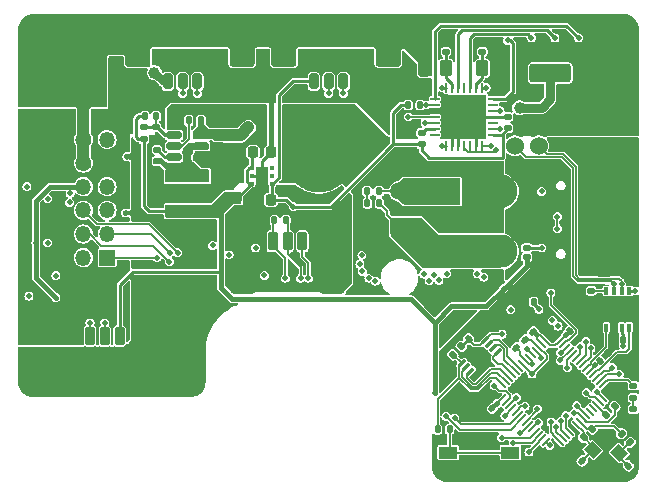
<source format=gbr>
%TF.GenerationSoftware,KiCad,Pcbnew,8.0.1*%
%TF.CreationDate,2024-06-02T00:59:28+08:00*%
%TF.ProjectId,SB-main-board,53422d6d-6169-46e2-9d62-6f6172642e6b,A0*%
%TF.SameCoordinates,Original*%
%TF.FileFunction,Copper,L1,Top*%
%TF.FilePolarity,Positive*%
%FSLAX46Y46*%
G04 Gerber Fmt 4.6, Leading zero omitted, Abs format (unit mm)*
G04 Created by KiCad (PCBNEW 8.0.1) date 2024-06-02 00:59:28*
%MOMM*%
%LPD*%
G01*
G04 APERTURE LIST*
G04 Aperture macros list*
%AMRoundRect*
0 Rectangle with rounded corners*
0 $1 Rounding radius*
0 $2 $3 $4 $5 $6 $7 $8 $9 X,Y pos of 4 corners*
0 Add a 4 corners polygon primitive as box body*
4,1,4,$2,$3,$4,$5,$6,$7,$8,$9,$2,$3,0*
0 Add four circle primitives for the rounded corners*
1,1,$1+$1,$2,$3*
1,1,$1+$1,$4,$5*
1,1,$1+$1,$6,$7*
1,1,$1+$1,$8,$9*
0 Add four rect primitives between the rounded corners*
20,1,$1+$1,$2,$3,$4,$5,0*
20,1,$1+$1,$4,$5,$6,$7,0*
20,1,$1+$1,$6,$7,$8,$9,0*
20,1,$1+$1,$8,$9,$2,$3,0*%
%AMRotRect*
0 Rectangle, with rotation*
0 The origin of the aperture is its center*
0 $1 length*
0 $2 width*
0 $3 Rotation angle, in degrees counterclockwise*
0 Add horizontal line*
21,1,$1,$2,0,0,$3*%
G04 Aperture macros list end*
%TA.AperFunction,SMDPad,CuDef*%
%ADD10R,1.550000X1.000000*%
%TD*%
%TA.AperFunction,SMDPad,CuDef*%
%ADD11RoundRect,0.200000X-0.200000X-0.600000X0.200000X-0.600000X0.200000X0.600000X-0.200000X0.600000X0*%
%TD*%
%TA.AperFunction,SMDPad,CuDef*%
%ADD12RoundRect,0.250001X-0.799999X-1.249999X0.799999X-1.249999X0.799999X1.249999X-0.799999X1.249999X0*%
%TD*%
%TA.AperFunction,SMDPad,CuDef*%
%ADD13RoundRect,0.140000X0.140000X0.170000X-0.140000X0.170000X-0.140000X-0.170000X0.140000X-0.170000X0*%
%TD*%
%TA.AperFunction,SMDPad,CuDef*%
%ADD14RoundRect,0.135000X-0.135000X-0.185000X0.135000X-0.185000X0.135000X0.185000X-0.135000X0.185000X0*%
%TD*%
%TA.AperFunction,SMDPad,CuDef*%
%ADD15RoundRect,0.225000X0.225000X0.250000X-0.225000X0.250000X-0.225000X-0.250000X0.225000X-0.250000X0*%
%TD*%
%TA.AperFunction,SMDPad,CuDef*%
%ADD16RoundRect,0.135000X-0.035355X0.226274X-0.226274X0.035355X0.035355X-0.226274X0.226274X-0.035355X0*%
%TD*%
%TA.AperFunction,SMDPad,CuDef*%
%ADD17RoundRect,0.250000X0.475000X-0.250000X0.475000X0.250000X-0.475000X0.250000X-0.475000X-0.250000X0*%
%TD*%
%TA.AperFunction,SMDPad,CuDef*%
%ADD18RoundRect,0.135000X-0.185000X0.135000X-0.185000X-0.135000X0.185000X-0.135000X0.185000X0.135000X0*%
%TD*%
%TA.AperFunction,ComponentPad*%
%ADD19C,2.800000*%
%TD*%
%TA.AperFunction,ComponentPad*%
%ADD20C,1.524000*%
%TD*%
%TA.AperFunction,SMDPad,CuDef*%
%ADD21RoundRect,0.140000X0.170000X-0.140000X0.170000X0.140000X-0.170000X0.140000X-0.170000X-0.140000X0*%
%TD*%
%TA.AperFunction,SMDPad,CuDef*%
%ADD22RoundRect,0.063500X-0.197566X-0.287368X0.287368X0.197566X0.197566X0.287368X-0.287368X-0.197566X0*%
%TD*%
%TA.AperFunction,SMDPad,CuDef*%
%ADD23RotRect,0.203200X1.600200X45.000000*%
%TD*%
%TA.AperFunction,SMDPad,CuDef*%
%ADD24RoundRect,0.140000X0.219203X0.021213X0.021213X0.219203X-0.219203X-0.021213X-0.021213X-0.219203X0*%
%TD*%
%TA.AperFunction,SMDPad,CuDef*%
%ADD25RoundRect,0.140000X-0.021213X0.219203X-0.219203X0.021213X0.021213X-0.219203X0.219203X-0.021213X0*%
%TD*%
%TA.AperFunction,SMDPad,CuDef*%
%ADD26RoundRect,0.140000X-0.219203X-0.021213X-0.021213X-0.219203X0.219203X0.021213X0.021213X0.219203X0*%
%TD*%
%TA.AperFunction,SMDPad,CuDef*%
%ADD27RoundRect,0.140000X0.021213X-0.219203X0.219203X-0.021213X-0.021213X0.219203X-0.219203X0.021213X0*%
%TD*%
%TA.AperFunction,SMDPad,CuDef*%
%ADD28RoundRect,0.062500X-0.325000X-0.062500X0.325000X-0.062500X0.325000X0.062500X-0.325000X0.062500X0*%
%TD*%
%TA.AperFunction,SMDPad,CuDef*%
%ADD29RoundRect,0.062500X-0.062500X-0.325000X0.062500X-0.325000X0.062500X0.325000X-0.062500X0.325000X0*%
%TD*%
%TA.AperFunction,HeatsinkPad*%
%ADD30R,3.750000X3.750000*%
%TD*%
%TA.AperFunction,SMDPad,CuDef*%
%ADD31RoundRect,0.218750X0.218750X0.256250X-0.218750X0.256250X-0.218750X-0.256250X0.218750X-0.256250X0*%
%TD*%
%TA.AperFunction,SMDPad,CuDef*%
%ADD32R,3.700000X1.100000*%
%TD*%
%TA.AperFunction,SMDPad,CuDef*%
%ADD33RoundRect,0.261905X-1.338095X-0.838095X1.338095X-0.838095X1.338095X0.838095X-1.338095X0.838095X0*%
%TD*%
%TA.AperFunction,SMDPad,CuDef*%
%ADD34RotRect,1.150000X1.000000X315.000000*%
%TD*%
%TA.AperFunction,SMDPad,CuDef*%
%ADD35RoundRect,0.140000X-0.140000X-0.170000X0.140000X-0.170000X0.140000X0.170000X-0.140000X0.170000X0*%
%TD*%
%TA.AperFunction,SMDPad,CuDef*%
%ADD36RoundRect,0.135000X0.226274X0.035355X0.035355X0.226274X-0.226274X-0.035355X-0.035355X-0.226274X0*%
%TD*%
%TA.AperFunction,SMDPad,CuDef*%
%ADD37RoundRect,0.093750X0.093750X0.106250X-0.093750X0.106250X-0.093750X-0.106250X0.093750X-0.106250X0*%
%TD*%
%TA.AperFunction,HeatsinkPad*%
%ADD38R,1.000000X1.600000*%
%TD*%
%TA.AperFunction,SMDPad,CuDef*%
%ADD39RoundRect,0.250000X-1.500000X-0.550000X1.500000X-0.550000X1.500000X0.550000X-1.500000X0.550000X0*%
%TD*%
%TA.AperFunction,SMDPad,CuDef*%
%ADD40RoundRect,0.250000X-0.475000X0.250000X-0.475000X-0.250000X0.475000X-0.250000X0.475000X0.250000X0*%
%TD*%
%TA.AperFunction,SMDPad,CuDef*%
%ADD41RoundRect,0.050000X-0.238649X-0.309359X0.309359X0.238649X0.238649X0.309359X-0.309359X-0.238649X0*%
%TD*%
%TA.AperFunction,SMDPad,CuDef*%
%ADD42RoundRect,0.050000X0.238649X-0.309359X0.309359X-0.238649X-0.238649X0.309359X-0.309359X0.238649X0*%
%TD*%
%TA.AperFunction,HeatsinkPad*%
%ADD43RotRect,3.200000X3.200000X45.000000*%
%TD*%
%TA.AperFunction,ComponentPad*%
%ADD44RoundRect,0.250001X0.499999X0.499999X-0.499999X0.499999X-0.499999X-0.499999X0.499999X-0.499999X0*%
%TD*%
%TA.AperFunction,ComponentPad*%
%ADD45C,1.500000*%
%TD*%
%TA.AperFunction,SMDPad,CuDef*%
%ADD46RoundRect,0.225000X-0.225000X-0.250000X0.225000X-0.250000X0.225000X0.250000X-0.225000X0.250000X0*%
%TD*%
%TA.AperFunction,SMDPad,CuDef*%
%ADD47RoundRect,0.200000X0.200000X0.450000X-0.200000X0.450000X-0.200000X-0.450000X0.200000X-0.450000X0*%
%TD*%
%TA.AperFunction,SMDPad,CuDef*%
%ADD48RoundRect,0.250001X0.799999X1.249999X-0.799999X1.249999X-0.799999X-1.249999X0.799999X-1.249999X0*%
%TD*%
%TA.AperFunction,SMDPad,CuDef*%
%ADD49RoundRect,0.250000X0.262500X0.450000X-0.262500X0.450000X-0.262500X-0.450000X0.262500X-0.450000X0*%
%TD*%
%TA.AperFunction,ComponentPad*%
%ADD50C,5.500000*%
%TD*%
%TA.AperFunction,SMDPad,CuDef*%
%ADD51RoundRect,0.250000X-0.262500X-0.450000X0.262500X-0.450000X0.262500X0.450000X-0.262500X0.450000X0*%
%TD*%
%TA.AperFunction,SMDPad,CuDef*%
%ADD52RoundRect,0.147500X0.172500X-0.147500X0.172500X0.147500X-0.172500X0.147500X-0.172500X-0.147500X0*%
%TD*%
%TA.AperFunction,SMDPad,CuDef*%
%ADD53RoundRect,0.150000X0.512500X0.150000X-0.512500X0.150000X-0.512500X-0.150000X0.512500X-0.150000X0*%
%TD*%
%TA.AperFunction,SMDPad,CuDef*%
%ADD54RoundRect,0.147500X0.147500X0.172500X-0.147500X0.172500X-0.147500X-0.172500X0.147500X-0.172500X0*%
%TD*%
%TA.AperFunction,SMDPad,CuDef*%
%ADD55RoundRect,0.125000X0.225000X-0.125000X0.225000X0.125000X-0.225000X0.125000X-0.225000X-0.125000X0*%
%TD*%
%TA.AperFunction,SMDPad,CuDef*%
%ADD56RoundRect,0.135000X0.035355X-0.226274X0.226274X-0.035355X-0.035355X0.226274X-0.226274X0.035355X0*%
%TD*%
%TA.AperFunction,ComponentPad*%
%ADD57R,1.350000X1.350000*%
%TD*%
%TA.AperFunction,ComponentPad*%
%ADD58O,1.350000X1.350000*%
%TD*%
%TA.AperFunction,SMDPad,CuDef*%
%ADD59RoundRect,0.140000X-0.170000X0.140000X-0.170000X-0.140000X0.170000X-0.140000X0.170000X0.140000X0*%
%TD*%
%TA.AperFunction,SMDPad,CuDef*%
%ADD60RoundRect,0.135000X0.135000X0.185000X-0.135000X0.185000X-0.135000X-0.185000X0.135000X-0.185000X0*%
%TD*%
%TA.AperFunction,SMDPad,CuDef*%
%ADD61R,0.350000X0.650000*%
%TD*%
%TA.AperFunction,SMDPad,CuDef*%
%ADD62R,2.400000X1.550000*%
%TD*%
%TA.AperFunction,ComponentPad*%
%ADD63O,1.800000X1.000000*%
%TD*%
%TA.AperFunction,ComponentPad*%
%ADD64O,2.100000X1.000000*%
%TD*%
%TA.AperFunction,ViaPad*%
%ADD65C,0.500000*%
%TD*%
%TA.AperFunction,ViaPad*%
%ADD66C,1.000000*%
%TD*%
%TA.AperFunction,Conductor*%
%ADD67C,0.127000*%
%TD*%
%TA.AperFunction,Conductor*%
%ADD68C,0.254000*%
%TD*%
%TA.AperFunction,Conductor*%
%ADD69C,0.381000*%
%TD*%
%TA.AperFunction,Conductor*%
%ADD70C,0.177800*%
%TD*%
%TA.AperFunction,Conductor*%
%ADD71C,0.762000*%
%TD*%
%TA.AperFunction,Conductor*%
%ADD72C,1.016000*%
%TD*%
%TA.AperFunction,Conductor*%
%ADD73C,0.635000*%
%TD*%
G04 APERTURE END LIST*
D10*
%TO.P,SW1,1,A*%
%TO.N,GND*%
X159062900Y-124664865D03*
X153812900Y-124664865D03*
%TO.P,SW1,2,B*%
%TO.N,Net-(SW1-B)*%
X159062900Y-122964865D03*
X153812900Y-122964865D03*
%TD*%
D11*
%TO.P,J7,1,Pin_1*%
%TO.N,GND*%
X122238900Y-113076865D03*
%TO.P,J7,2,Pin_2*%
%TO.N,/LDC_SDA*%
X123488900Y-113076865D03*
%TO.P,J7,3,Pin_3*%
%TO.N,/LDC_SCL*%
X124738900Y-113076865D03*
%TO.P,J7,4,Pin_4*%
%TO.N,+5V*%
X125988900Y-113076865D03*
D12*
%TO.P,J7,MP,MountPin*%
%TO.N,PGND*%
X119688900Y-115976865D03*
X128538900Y-115976865D03*
%TD*%
D13*
%TO.P,C37,1*%
%TO.N,Net-(U4-VFB)*%
X129073900Y-94496865D03*
%TO.P,C37,2*%
%TO.N,+5V*%
X128113900Y-94496865D03*
%TD*%
D14*
%TO.P,R14,1*%
%TO.N,+3V3B*%
X150425292Y-93524866D03*
%TO.P,R14,2*%
%TO.N,/TMC_EN*%
X151445292Y-93524866D03*
%TD*%
D15*
%TO.P,C36,1*%
%TO.N,+3V3B*%
X138826400Y-101536865D03*
%TO.P,C36,2*%
%TO.N,GND*%
X137276400Y-101536865D03*
%TD*%
D16*
%TO.P,R2,1*%
%TO.N,+3V3A*%
X154923731Y-113954035D03*
%TO.P,R2,2*%
%TO.N,/NOR_CS*%
X154202483Y-114675283D03*
%TD*%
D11*
%TO.P,J4,1,Pin_1*%
%TO.N,Net-(J4-Pin_1)*%
X138963900Y-105071865D03*
%TO.P,J4,2,Pin_2*%
%TO.N,Net-(J4-Pin_2)*%
X140213900Y-105071865D03*
%TO.P,J4,3,Pin_3*%
%TO.N,Net-(J4-Pin_3)*%
X141463900Y-105071865D03*
D12*
%TO.P,J4,MP,MountPin*%
%TO.N,GND*%
X136413900Y-107971865D03*
X144013900Y-107971865D03*
%TD*%
D17*
%TO.P,C17,1*%
%TO.N,+5V*%
X135583900Y-101386865D03*
%TO.P,C17,2*%
%TO.N,PGND*%
X135583900Y-99486865D03*
%TD*%
D18*
%TO.P,R6,1*%
%TO.N,/STATUS*%
X169502900Y-117294865D03*
%TO.P,R6,2*%
%TO.N,Net-(D1-A)*%
X169502900Y-118314865D03*
%TD*%
D19*
%TO.P,J1,1,Pin_1*%
%TO.N,+24V*%
X158260400Y-105919165D03*
%TO.P,J1,2,Pin_2*%
%TO.N,PGND*%
X158260400Y-100839165D03*
D20*
%TO.P,J1,3,Pin_3*%
%TO.N,/CAN_H*%
X159490400Y-96989165D03*
%TO.P,J1,4,Pin_4*%
%TO.N,/CAN_L*%
X161490400Y-96989165D03*
%TD*%
D21*
%TO.P,C21,1*%
%TO.N,+3V3B*%
X158865292Y-95484866D03*
%TO.P,C21,2*%
%TO.N,GND*%
X158865292Y-94524866D03*
%TD*%
D22*
%TO.P,U2,1,~{CS}*%
%TO.N,/NOR_CS*%
X154963751Y-115393352D03*
%TO.P,U2,2,DO_IO1*%
%TO.N,/NOR_D1*%
X155317305Y-115746906D03*
%TO.P,U2,3,~{WP}_IO2*%
%TO.N,/NOR_D2*%
X155670859Y-116100460D03*
%TO.P,U2,4,GND*%
%TO.N,GND*%
X156024413Y-116454014D03*
%TO.P,U2,5,DI_IO0*%
%TO.N,/NOR_D0*%
X158002049Y-114476378D03*
%TO.P,U2,6,CLK*%
%TO.N,/NOR_CLK*%
X157648495Y-114122824D03*
%TO.P,U2,7,~{HOLD}_IO3*%
%TO.N,/NOR_D3*%
X157294941Y-113769270D03*
%TO.P,U2,8,VCC*%
%TO.N,+3V3A*%
X156941387Y-113415716D03*
D23*
%TO.P,U2,9,EPAD*%
%TO.N,GND*%
X156482900Y-114934865D03*
%TD*%
D24*
%TO.P,C11,1*%
%TO.N,+3V3A*%
X157557935Y-119205267D03*
%TO.P,C11,2*%
%TO.N,GND*%
X156879113Y-118526445D03*
%TD*%
D25*
%TO.P,C3,1*%
%TO.N,Net-(C3-Pad1)*%
X169075831Y-124072268D03*
%TO.P,C3,2*%
%TO.N,GND*%
X168397009Y-124751090D03*
%TD*%
D26*
%TO.P,C2,1*%
%TO.N,/XIN*%
X165158927Y-123652935D03*
%TO.P,C2,2*%
%TO.N,GND*%
X165837749Y-124331757D03*
%TD*%
D27*
%TO.P,C10,1*%
%TO.N,+3V3A*%
X166641278Y-115213092D03*
%TO.P,C10,2*%
%TO.N,GND*%
X167320100Y-114534270D03*
%TD*%
%TO.P,C7,1*%
%TO.N,+3V3A*%
X164095694Y-112667508D03*
%TO.P,C7,2*%
%TO.N,GND*%
X164774516Y-111988686D03*
%TD*%
D28*
%TO.P,U6,1,OB2*%
%TO.N,Net-(J3-Pin_1)*%
X152702792Y-93024866D03*
%TO.P,U6,2,ENN*%
%TO.N,/TMC_EN*%
X152702792Y-93524866D03*
%TO.P,U6,3,GND*%
%TO.N,GND*%
X152702792Y-94024866D03*
%TO.P,U6,4,CPO*%
%TO.N,Net-(U6-CPO)*%
X152702792Y-94524866D03*
%TO.P,U6,5,CPI*%
%TO.N,Net-(U6-CPI)*%
X152702792Y-95024866D03*
%TO.P,U6,6,VCP*%
%TO.N,Net-(U6-VCP)*%
X152702792Y-95524866D03*
%TO.P,U6,7,NC*%
%TO.N,unconnected-(U6-NC-Pad7)*%
X152702792Y-96024866D03*
D29*
%TO.P,U6,8,5VOUT*%
%TO.N,Net-(U6-5VOUT)*%
X153665292Y-96987366D03*
%TO.P,U6,9,MS1*%
%TO.N,GND*%
X154165292Y-96987366D03*
%TO.P,U6,10,MS2*%
X154665292Y-96987366D03*
%TO.P,U6,11,DIAG*%
%TO.N,/TMC_DIAG*%
X155165292Y-96987366D03*
%TO.P,U6,12,INDEX*%
%TO.N,unconnected-(U6-INDEX-Pad12)*%
X155665292Y-96987366D03*
%TO.P,U6,13,CLK*%
%TO.N,GND*%
X156165292Y-96987366D03*
%TO.P,U6,14,PDN_UART*%
%TO.N,/TMC_UART*%
X156665292Y-96987366D03*
D28*
%TO.P,U6,15,VCC_IO*%
%TO.N,+3V3B*%
X157627792Y-96024866D03*
%TO.P,U6,16,STEP*%
%TO.N,/TMC_STEP*%
X157627792Y-95524866D03*
%TO.P,U6,17,VREF*%
%TO.N,unconnected-(U6-VREF-Pad17)*%
X157627792Y-95024866D03*
%TO.P,U6,18,GND*%
%TO.N,GND*%
X157627792Y-94524866D03*
%TO.P,U6,19,DIR*%
%TO.N,/TMC_DIR*%
X157627792Y-94024866D03*
%TO.P,U6,20,NC*%
%TO.N,unconnected-(U6-NC-Pad20)*%
X157627792Y-93524866D03*
%TO.P,U6,21,OA2*%
%TO.N,Net-(J3-Pin_4)*%
X157627792Y-93024866D03*
D29*
%TO.P,U6,22,VS*%
%TO.N,+24V*%
X156665292Y-92062366D03*
%TO.P,U6,23,BRA*%
%TO.N,Net-(U6-BRA)*%
X156165292Y-92062366D03*
%TO.P,U6,24,OA1*%
%TO.N,Net-(J3-Pin_3)*%
X155665292Y-92062366D03*
%TO.P,U6,25,NC*%
%TO.N,unconnected-(U6-NC-Pad25)*%
X155165292Y-92062366D03*
%TO.P,U6,26,OB1*%
%TO.N,Net-(J3-Pin_2)*%
X154665292Y-92062366D03*
%TO.P,U6,27,BRB*%
%TO.N,Net-(U6-BRB)*%
X154165292Y-92062366D03*
%TO.P,U6,28,VS*%
%TO.N,+24V*%
X153665292Y-92062366D03*
D30*
%TO.P,U6,29,EPAD*%
%TO.N,GND*%
X155165292Y-94524866D03*
%TD*%
D14*
%TO.P,R3,1*%
%TO.N,/NOR_CS*%
X152912900Y-120984865D03*
%TO.P,R3,2*%
%TO.N,Net-(SW1-B)*%
X153932900Y-120984865D03*
%TD*%
D31*
%TO.P,FB1,1*%
%TO.N,GND*%
X159382792Y-103384865D03*
%TO.P,FB1,2*%
%TO.N,PGND*%
X157807792Y-103384865D03*
%TD*%
D24*
%TO.P,C6,1*%
%TO.N,+1V1*%
X160316319Y-113403380D03*
%TO.P,C6,2*%
%TO.N,GND*%
X159637497Y-112724558D03*
%TD*%
D32*
%TO.P,L1,1*%
%TO.N,Net-(U4-SW)*%
X131734399Y-99535366D03*
%TO.P,L1,2*%
%TO.N,+5V*%
X131734399Y-102535366D03*
%TD*%
D33*
%TO.P,TP1,1,1*%
%TO.N,+24V*%
X155192300Y-105919165D03*
%TD*%
D34*
%TO.P,Y1,1,1*%
%TO.N,/XIN*%
X166073327Y-122738535D03*
%TO.P,Y1,2,2*%
%TO.N,GND*%
X167310764Y-123975972D03*
%TO.P,Y1,3,3*%
%TO.N,Net-(C3-Pad1)*%
X168300713Y-122986023D03*
%TO.P,Y1,4,4*%
%TO.N,GND*%
X167063276Y-121748586D03*
%TD*%
D35*
%TO.P,C34,1*%
%TO.N,+3V3A*%
X161053900Y-110206865D03*
%TO.P,C34,2*%
%TO.N,GND*%
X162013900Y-110206865D03*
%TD*%
D36*
%TO.P,R5,1*%
%TO.N,Net-(C3-Pad1)*%
X169215113Y-122071623D03*
%TO.P,R5,2*%
%TO.N,/XOUT*%
X168493865Y-121350375D03*
%TD*%
D13*
%TO.P,C33,1*%
%TO.N,Net-(J4-Pin_2)*%
X140068900Y-103271865D03*
%TO.P,C33,2*%
%TO.N,Net-(J4-Pin_1)*%
X139108900Y-103271865D03*
%TD*%
D37*
%TO.P,U11,1,OUT*%
%TO.N,+3V3B*%
X138938900Y-100171865D03*
%TO.P,U11,2,NC*%
%TO.N,unconnected-(U11-NC-Pad2)*%
X138938900Y-99521865D03*
%TO.P,U11,3,PG*%
%TO.N,unconnected-(U11-PG-Pad3)*%
X138938900Y-98871865D03*
%TO.P,U11,4,EN*%
%TO.N,+5V*%
X137163900Y-98871865D03*
%TO.P,U11,5,GND*%
%TO.N,GND*%
X137163900Y-99521865D03*
%TO.P,U11,6,IN*%
%TO.N,+5V*%
X137163900Y-100171865D03*
D38*
%TO.P,U11,7,EP*%
%TO.N,GND*%
X138051400Y-99521865D03*
%TD*%
D21*
%TO.P,C20,1*%
%TO.N,+3V3B*%
X151565292Y-96834865D03*
%TO.P,C20,2*%
%TO.N,Net-(U6-VCP)*%
X151565292Y-95874865D03*
%TD*%
D39*
%TO.P,C22,1*%
%TO.N,+24V*%
X162472900Y-90834865D03*
%TO.P,C22,2*%
%TO.N,PGND*%
X167872900Y-90834865D03*
%TD*%
D24*
%TO.P,C13,1*%
%TO.N,+3V3A*%
X161002119Y-112717580D03*
%TO.P,C13,2*%
%TO.N,GND*%
X160323297Y-112038758D03*
%TD*%
D40*
%TO.P,C16,1*%
%TO.N,+24V*%
X134813900Y-96066864D03*
%TO.P,C16,2*%
%TO.N,PGND*%
X134813900Y-97966864D03*
%TD*%
D14*
%TO.P,R18,1*%
%TO.N,Net-(D2-A)*%
X146968900Y-101846865D03*
%TO.P,R18,2*%
%TO.N,+24V*%
X147988900Y-101846865D03*
%TD*%
D41*
%TO.P,U1,1,IOVDD*%
%TO.N,+3V3A*%
X158396135Y-118367067D03*
%TO.P,U1,2,GPIO0*%
%TO.N,/FAN2_PWM*%
X158678978Y-118649910D03*
%TO.P,U1,3,GPIO1*%
%TO.N,/FAN2_DET*%
X158961820Y-118932752D03*
%TO.P,U1,4,GPIO2*%
%TO.N,/SPI0_CS1*%
X159244663Y-119215595D03*
%TO.P,U1,5,GPIO3*%
%TO.N,/NEO*%
X159527506Y-119498438D03*
%TO.P,U1,6,GPIO4*%
%TO.N,/LDC_SDA*%
X159810348Y-119781280D03*
%TO.P,U1,7,GPIO5*%
%TO.N,/LDC_SCL*%
X160093191Y-120064123D03*
%TO.P,U1,8,GPIO6*%
%TO.N,/SPI0_CS2*%
X160376034Y-120346966D03*
%TO.P,U1,9,GPIO7*%
%TO.N,/FAN1_DET*%
X160658877Y-120629809D03*
%TO.P,U1,10,IOVDD*%
%TO.N,+3V3A*%
X160941719Y-120912651D03*
%TO.P,U1,11,GPIO8*%
%TO.N,/FAN0_PWM*%
X161224562Y-121195494D03*
%TO.P,U1,12,GPIO9*%
%TO.N,/FAN1_PWM*%
X161507405Y-121478337D03*
%TO.P,U1,13,GPIO10*%
%TO.N,/FAN0_DET*%
X161790247Y-121761179D03*
%TO.P,U1,14,GPIO11*%
%TO.N,/SPI0_MOSI*%
X162073090Y-122044022D03*
D42*
%TO.P,U1,15,GPIO12*%
%TO.N,/SPI0_MISO*%
X163257494Y-122044022D03*
%TO.P,U1,16,GPIO13*%
%TO.N,/SPI0_CLK*%
X163540337Y-121761179D03*
%TO.P,U1,17,GPIO14*%
%TO.N,/ADXL_INT1*%
X163823179Y-121478337D03*
%TO.P,U1,18,GPIO15*%
%TO.N,/ADXL_INT2*%
X164106022Y-121195494D03*
%TO.P,U1,19,TESTEN*%
%TO.N,GND*%
X164388865Y-120912651D03*
%TO.P,U1,20,XIN*%
%TO.N,/XIN*%
X164671707Y-120629809D03*
%TO.P,U1,21,XOUT*%
%TO.N,/XOUT*%
X164954550Y-120346966D03*
%TO.P,U1,22,IOVDD*%
%TO.N,+3V3A*%
X165237393Y-120064123D03*
%TO.P,U1,23,DVDD*%
%TO.N,+1V1*%
X165520236Y-119781280D03*
%TO.P,U1,24,SWCLK*%
%TO.N,unconnected-(U1-SWCLK-Pad24)*%
X165803078Y-119498438D03*
%TO.P,U1,25,SWD*%
%TO.N,unconnected-(U1-SWD-Pad25)*%
X166085921Y-119215595D03*
%TO.P,U1,26,RUN*%
%TO.N,Net-(U1-RUN)*%
X166368764Y-118932752D03*
%TO.P,U1,27,GPIO16*%
%TO.N,/ENDSTOP0*%
X166651606Y-118649910D03*
%TO.P,U1,28,GPIO17*%
%TO.N,/HEAT*%
X166934449Y-118367067D03*
D41*
%TO.P,U1,29,GPIO18*%
%TO.N,/STATUS*%
X166934449Y-117182663D03*
%TO.P,U1,30,GPIO19*%
%TO.N,/TMC_EN*%
X166651606Y-116899820D03*
%TO.P,U1,31,GPIO20*%
%TO.N,/TMC_DIR*%
X166368764Y-116616978D03*
%TO.P,U1,32,GPIO21*%
%TO.N,/CAN_RX*%
X166085921Y-116334135D03*
%TO.P,U1,33,IOVDD*%
%TO.N,+3V3A*%
X165803078Y-116051292D03*
%TO.P,U1,34,GPIO22*%
%TO.N,/CAN_TX*%
X165520236Y-115768450D03*
%TO.P,U1,35,GPIO23*%
%TO.N,/TMC_STEP*%
X165237393Y-115485607D03*
%TO.P,U1,36,GPIO24*%
%TO.N,/TMC_UART*%
X164954550Y-115202764D03*
%TO.P,U1,37,GPIO25*%
%TO.N,/TMC_DIAG*%
X164671707Y-114919921D03*
%TO.P,U1,38,GPIO26_ADC0*%
%TO.N,/ADC0*%
X164388865Y-114637079D03*
%TO.P,U1,39,GPIO27_ADC1*%
%TO.N,/ADC1*%
X164106022Y-114354236D03*
%TO.P,U1,40,GPIO28_ADC2*%
%TO.N,/FS*%
X163823179Y-114071393D03*
%TO.P,U1,41,GPIO29_ADC3*%
%TO.N,/TEMP_A*%
X163540337Y-113788551D03*
%TO.P,U1,42,IOVDD*%
%TO.N,+3V3A*%
X163257494Y-113505708D03*
D42*
%TO.P,U1,43,ADC_AVDD*%
X162073090Y-113505708D03*
%TO.P,U1,44,VREG_IN*%
X161790247Y-113788551D03*
%TO.P,U1,45,VREG_VOUT*%
%TO.N,+1V1*%
X161507405Y-114071393D03*
%TO.P,U1,46,USB_DM*%
%TO.N,/USB_D-*%
X161224562Y-114354236D03*
%TO.P,U1,47,USB_DP*%
%TO.N,/USB_D+*%
X160941719Y-114637079D03*
%TO.P,U1,48,USB_VDD*%
%TO.N,+3V3A*%
X160658877Y-114919921D03*
%TO.P,U1,49,IOVDD*%
X160376034Y-115202764D03*
%TO.P,U1,50,DVDD*%
%TO.N,+1V1*%
X160093191Y-115485607D03*
%TO.P,U1,51,QSPI_SD3*%
%TO.N,/NOR_D3*%
X159810348Y-115768450D03*
%TO.P,U1,52,QSPI_SCLK*%
%TO.N,/NOR_CLK*%
X159527506Y-116051292D03*
%TO.P,U1,53,QSPI_SD0*%
%TO.N,/NOR_D0*%
X159244663Y-116334135D03*
%TO.P,U1,54,QSPI_SD2*%
%TO.N,/NOR_D2*%
X158961820Y-116616978D03*
%TO.P,U1,55,QSPI_SD1*%
%TO.N,/NOR_D1*%
X158678978Y-116899820D03*
%TO.P,U1,56,QSPI_SS*%
%TO.N,/NOR_CS*%
X158396135Y-117182663D03*
D43*
%TO.P,U1,57,GND*%
%TO.N,GND*%
X162665292Y-117774865D03*
%TD*%
D18*
%TO.P,R12,1*%
%TO.N,Net-(U4-VFB)*%
X128033900Y-95386865D03*
%TO.P,R12,2*%
%TO.N,+5V*%
X128033900Y-96406865D03*
%TD*%
D44*
%TO.P,J5,1,Pin_1*%
%TO.N,+24V*%
X149682900Y-103839165D03*
D45*
%TO.P,J5,2,Pin_2*%
%TO.N,Net-(D2-K)*%
X149682900Y-100839165D03*
%TD*%
D46*
%TO.P,C35,1*%
%TO.N,+5V*%
X137276400Y-97506865D03*
%TO.P,C35,2*%
%TO.N,GND*%
X138826400Y-97506865D03*
%TD*%
D47*
%TO.P,J8,1,Pin_1*%
%TO.N,GND*%
X146196900Y-91530865D03*
%TO.P,J8,2,Pin_2*%
%TO.N,/FS*%
X144946900Y-91530865D03*
%TO.P,J8,3,Pin_3*%
%TO.N,/ENDSTOP0*%
X143696900Y-91530865D03*
%TO.P,J8,4,Pin_4*%
%TO.N,+3V3B*%
X142446900Y-91530865D03*
D48*
%TO.P,J8,MP,MountPin*%
%TO.N,PGND*%
X148746900Y-88780865D03*
X139896900Y-88780865D03*
%TD*%
D24*
%TO.P,C12,1*%
%TO.N,+3V3A*%
X159593311Y-114086276D03*
%TO.P,C12,2*%
%TO.N,GND*%
X158914489Y-113407454D03*
%TD*%
D49*
%TO.P,R16,1*%
%TO.N,Net-(U6-BRB)*%
X153615292Y-90424865D03*
%TO.P,R16,2*%
%TO.N,PGND*%
X151790292Y-90424865D03*
%TD*%
D50*
%TO.P,H2,1,1*%
%TO.N,PGND*%
X130863900Y-110917865D03*
%TD*%
D33*
%TO.P,TP2,1,1*%
%TO.N,Net-(D2-K)*%
X152647900Y-100839165D03*
%TD*%
D21*
%TO.P,C27,1*%
%TO.N,Net-(U6-BRA)*%
X156715292Y-89004865D03*
%TO.P,C27,2*%
%TO.N,PGND*%
X156715292Y-88044865D03*
%TD*%
D51*
%TO.P,R15,1*%
%TO.N,Net-(U6-BRA)*%
X156715292Y-90424865D03*
%TO.P,R15,2*%
%TO.N,PGND*%
X158540292Y-90424865D03*
%TD*%
D13*
%TO.P,C14,1*%
%TO.N,+5V*%
X168652900Y-113404865D03*
%TO.P,C14,2*%
%TO.N,GND*%
X167692900Y-113404865D03*
%TD*%
D21*
%TO.P,C28,1*%
%TO.N,Net-(U6-BRB)*%
X153615292Y-89004865D03*
%TO.P,C28,2*%
%TO.N,PGND*%
X153615292Y-88044865D03*
%TD*%
D52*
%TO.P,D1,1,K*%
%TO.N,GND*%
X169502900Y-120220265D03*
%TO.P,D1,2,A*%
%TO.N,Net-(D1-A)*%
X169502900Y-119250265D03*
%TD*%
D18*
%TO.P,R13,1*%
%TO.N,Net-(U4-VFB)*%
X129073900Y-95386865D03*
%TO.P,R13,2*%
%TO.N,PGND*%
X129073900Y-96406865D03*
%TD*%
D53*
%TO.P,U4,1,GND*%
%TO.N,PGND*%
X132871899Y-97966864D03*
%TO.P,U4,2,SW*%
%TO.N,Net-(U4-SW)*%
X132871899Y-97016864D03*
%TO.P,U4,3,VIN*%
%TO.N,+24V*%
X132871899Y-96066864D03*
%TO.P,U4,4,VFB*%
%TO.N,Net-(U4-VFB)*%
X130596899Y-96066864D03*
%TO.P,U4,5,EN*%
%TO.N,Net-(U4-EN)*%
X130596899Y-97016864D03*
%TO.P,U4,6,VBST*%
%TO.N,Net-(U4-VBST)*%
X130596899Y-97966864D03*
%TD*%
D54*
%TO.P,D2,1,K*%
%TO.N,Net-(D2-K)*%
X147938900Y-100839165D03*
%TO.P,D2,2,A*%
%TO.N,Net-(D2-A)*%
X146968900Y-100839165D03*
%TD*%
D50*
%TO.P,H1,1,1*%
%TO.N,PGND*%
X142847900Y-98146865D03*
%TD*%
D55*
%TO.P,D3,1,K*%
%TO.N,+5V*%
X160465292Y-106424865D03*
%TO.P,D3,2,A*%
%TO.N,Net-(D3-A)*%
X160465292Y-105624865D03*
%TD*%
D56*
%TO.P,R4,1*%
%TO.N,/XIN*%
X165276996Y-121673503D03*
%TO.P,R4,2*%
%TO.N,/XOUT*%
X165998244Y-120952255D03*
%TD*%
D57*
%TO.P,J9,1,Pin_1*%
%TO.N,/FAN0_DET*%
X124934042Y-106447865D03*
D58*
%TO.P,J9,2,Pin_2*%
%TO.N,/NEO*%
X122934042Y-106447865D03*
%TO.P,J9,3,Pin_3*%
%TO.N,/FAN0_PWM*%
X124934042Y-104447865D03*
%TO.P,J9,4,Pin_4*%
%TO.N,/FAN1_PWM*%
X122934042Y-104447865D03*
%TO.P,J9,5,Pin_5*%
%TO.N,/ADC0*%
X124934042Y-102447865D03*
%TO.P,J9,6,Pin_6*%
%TO.N,/FAN1_DET*%
X122934042Y-102447865D03*
%TO.P,J9,7,Pin_7*%
%TO.N,/ADC1*%
X124934042Y-100447865D03*
%TO.P,J9,8,Pin_8*%
%TO.N,+3V3B*%
X122934042Y-100447865D03*
%TO.P,J9,9,Pin_9*%
%TO.N,GND*%
X124934042Y-98447865D03*
%TO.P,J9,10,Pin_10*%
%TO.N,PGND*%
X122934042Y-98447865D03*
%TO.P,J9,11,Pin_11*%
%TO.N,+24V*%
X124934042Y-96447865D03*
%TO.P,J9,12,Pin_12*%
%TO.N,PGND*%
X122934042Y-96447865D03*
%TD*%
D27*
%TO.P,C1,1*%
%TO.N,+3V3A*%
X155544496Y-113333270D03*
%TO.P,C1,2*%
%TO.N,GND*%
X156223318Y-112654448D03*
%TD*%
D59*
%TO.P,C15,1*%
%TO.N,Net-(U4-VBST)*%
X129173900Y-97296865D03*
%TO.P,C15,2*%
%TO.N,Net-(U4-SW)*%
X129173900Y-98256865D03*
%TD*%
D18*
%TO.P,R10,1*%
%TO.N,Net-(U3-STB)*%
X165915292Y-109264864D03*
%TO.P,R10,2*%
%TO.N,GND*%
X165915292Y-110284864D03*
%TD*%
D60*
%TO.P,R11,1*%
%TO.N,+24V*%
X132871899Y-94836865D03*
%TO.P,R11,2*%
%TO.N,Net-(U4-EN)*%
X131851899Y-94836865D03*
%TD*%
D16*
%TO.P,R1,1*%
%TO.N,+3V3A*%
X167928212Y-119049704D03*
%TO.P,R1,2*%
%TO.N,Net-(U1-RUN)*%
X167206964Y-119770952D03*
%TD*%
D61*
%TO.P,U3,1,TXD*%
%TO.N,/CAN_TX*%
X167197900Y-112364865D03*
%TO.P,U3,2,GND*%
%TO.N,GND*%
X167847900Y-112364865D03*
%TO.P,U3,3,VCC*%
%TO.N,+5V*%
X168497900Y-112364865D03*
%TO.P,U3,4,RXD*%
%TO.N,/CAN_RX*%
X169147900Y-112364865D03*
%TO.P,U3,5,VIO*%
%TO.N,+3V3A*%
X169147900Y-109264865D03*
%TO.P,U3,6,CANL*%
%TO.N,/CAN_L*%
X168497900Y-109264865D03*
%TO.P,U3,7,CANH*%
%TO.N,/CAN_H*%
X167847900Y-109264865D03*
%TO.P,U3,8,STB*%
%TO.N,Net-(U3-STB)*%
X167197900Y-109264865D03*
D62*
%TO.P,U3,9,GND*%
%TO.N,GND*%
X168172900Y-110814865D03*
%TD*%
D47*
%TO.P,J6,1,Pin_1*%
%TO.N,GND*%
X133822900Y-91530865D03*
%TO.P,J6,2,Pin_2*%
%TO.N,/FAN2_DET*%
X132572900Y-91530865D03*
%TO.P,J6,3,Pin_3*%
%TO.N,/FAN2_PWM*%
X131322900Y-91530865D03*
%TO.P,J6,4,Pin_4*%
%TO.N,+24V*%
X130072900Y-91530865D03*
D48*
%TO.P,J6,MP,MountPin*%
%TO.N,PGND*%
X136372900Y-88780865D03*
X127522900Y-88780865D03*
%TD*%
D63*
%TO.P,J2,S1,SHIELD*%
%TO.N,GND*%
X167040292Y-98914865D03*
D64*
X162860292Y-98914865D03*
D63*
X167040292Y-107554865D03*
D64*
X162860292Y-107554865D03*
%TD*%
D65*
%TO.N,GND*%
X149247900Y-92146865D03*
X153055292Y-121884865D03*
X153844492Y-95845666D03*
X168777900Y-115486865D03*
X145133900Y-102287065D03*
X156486092Y-93204066D03*
X162665292Y-116174865D03*
X126589900Y-111710465D03*
X161720292Y-100034865D03*
X135558100Y-103099865D03*
X169215292Y-106124865D03*
X156284500Y-122429265D03*
X159382793Y-102368865D03*
X118647900Y-111946865D03*
X119897900Y-103046865D03*
X160975292Y-124054865D03*
X140922900Y-106171865D03*
X158328900Y-112121865D03*
X137603900Y-108196865D03*
X123914442Y-101067865D03*
X162665292Y-117774865D03*
X143228900Y-103506265D03*
X121806242Y-105284265D03*
X155090700Y-121565665D03*
X138422900Y-91971865D03*
X156638100Y-115850665D03*
X156944900Y-111761265D03*
X125357900Y-109846865D03*
X140657900Y-107321865D03*
X160197900Y-98996865D03*
X159073900Y-107746865D03*
X161720292Y-106434865D03*
X156505292Y-124364865D03*
X159363900Y-104356865D03*
X154076200Y-115546865D03*
X161413892Y-108046865D03*
X145337100Y-107544865D03*
X138826400Y-92946865D03*
X143797900Y-101446865D03*
X167747900Y-114036865D03*
X164265292Y-117774865D03*
X159278900Y-113071865D03*
X126497900Y-109656865D03*
X153844492Y-93204066D03*
X140847900Y-100996865D03*
X169215292Y-101724865D03*
X163447300Y-109373665D03*
X169545292Y-116234865D03*
X124126100Y-108789465D03*
X150447900Y-91921865D03*
X156486092Y-95845666D03*
X140797900Y-102971865D03*
X156386100Y-119279665D03*
X124075300Y-110694465D03*
X169475292Y-114864865D03*
X121831642Y-110237265D03*
X154862100Y-117450865D03*
X137844100Y-102998265D03*
X169215292Y-98524865D03*
X149047900Y-92946865D03*
X163015500Y-124562865D03*
X159387900Y-109146865D03*
X136521300Y-103506265D03*
%TO.N,+1V1*%
X160905991Y-116298407D03*
X164707436Y-118968480D03*
D66*
%TO.N,+24V*%
X128947900Y-90780865D03*
X159854399Y-93755367D03*
X136893900Y-95426865D03*
D65*
X153313692Y-92062366D03*
X157016892Y-92062366D03*
%TO.N,PGND*%
X127767900Y-109166865D03*
X153493900Y-103126865D03*
X129639900Y-96572065D03*
X155347900Y-100189165D03*
X156447100Y-100514165D03*
X155347900Y-100839165D03*
X163853900Y-92646865D03*
X153744500Y-109653065D03*
X128573100Y-97740465D03*
X133830900Y-98400865D03*
X139647500Y-86310465D03*
X153615292Y-87446865D03*
X124597900Y-87096865D03*
X154723900Y-104026865D03*
X127506300Y-100534465D03*
D66*
X127522900Y-88780865D03*
D65*
X157713900Y-108306865D03*
X150263900Y-102496865D03*
X152897900Y-99096865D03*
X156447100Y-99864165D03*
X154277900Y-111336865D03*
X154727900Y-109896865D03*
X157753900Y-88044865D03*
X134453900Y-110646865D03*
X126608842Y-97892865D03*
X117997900Y-93196865D03*
X150391700Y-98426265D03*
X140347900Y-95446865D03*
X132408500Y-106122465D03*
X161853900Y-89246865D03*
X154021900Y-108560865D03*
X131976700Y-116688865D03*
X154797900Y-111766865D03*
X159853900Y-89246865D03*
X160470499Y-94526383D03*
X169289300Y-93524065D03*
X123848700Y-116130065D03*
X126507242Y-102668065D03*
X168298700Y-86691465D03*
X159853900Y-92346865D03*
X156447100Y-101164165D03*
X163853900Y-89246865D03*
X128623900Y-100432865D03*
%TO.N,+5V*%
X168652900Y-113912865D03*
X152684766Y-117886865D03*
X158504223Y-109083188D03*
%TO.N,/USB_D+*%
X162635958Y-111756528D03*
X160459035Y-114154395D03*
X163047900Y-102983426D03*
X163046767Y-103984865D03*
%TO.N,/USB_D-*%
X163115236Y-112235806D03*
X161651006Y-114918837D03*
%TO.N,Net-(D3-A)*%
X161720292Y-100834865D03*
X161720292Y-105624865D03*
%TO.N,/FAN0_PWM*%
X158353900Y-121698163D03*
X146537600Y-107597573D03*
X130235174Y-106022865D03*
X152619000Y-107882300D03*
%TO.N,/FAN0_DET*%
X160653900Y-122896865D03*
X151753900Y-107846865D03*
X129153900Y-106446865D03*
X147657900Y-108426865D03*
%TO.N,Net-(J4-Pin_2)*%
X141333900Y-108188468D03*
%TO.N,Net-(J4-Pin_3)*%
X141983900Y-108188468D03*
%TO.N,Net-(J4-Pin_1)*%
X140033900Y-108188468D03*
%TO.N,/FAN1_PWM*%
X152203900Y-108396865D03*
X130203900Y-106796865D03*
X147094602Y-108186596D03*
X159303900Y-122113263D03*
%TO.N,/FAN1_DET*%
X153034100Y-108368839D03*
X159853900Y-121283063D03*
X130903900Y-106022865D03*
X146340787Y-106997020D03*
%TO.N,/FAN2_PWM*%
X157704900Y-117298465D03*
X131322900Y-92546865D03*
%TO.N,/FAN2_DET*%
X132572900Y-92546865D03*
X159595004Y-118299569D03*
%TO.N,/NEO*%
X160321100Y-119025665D03*
%TO.N,/LDC_SCL*%
X124738900Y-111966665D03*
X153642900Y-119889265D03*
%TO.N,/LDC_SDA*%
X123488900Y-111966665D03*
X154368221Y-120027544D03*
%TO.N,/ADC0*%
X163893900Y-115766865D03*
X156287642Y-107830938D03*
%TO.N,/ADC1*%
X163318622Y-115141636D03*
X156832900Y-108097730D03*
%TO.N,/TMC_EN*%
X151964072Y-93524065D03*
X168298027Y-116320570D03*
%TO.N,/HEAT*%
X166384074Y-117816691D03*
%TO.N,/SPI0_CLK*%
X162955124Y-120792232D03*
X119906042Y-105194865D03*
X133879700Y-105397765D03*
%TO.N,/TMC_DIAG*%
X157903539Y-97354323D03*
X164997900Y-113996865D03*
%TO.N,/ADXL_INT1*%
X121755442Y-101779065D03*
X163370224Y-120298275D03*
%TO.N,/TMC_STEP*%
X158165291Y-95524866D03*
X165895492Y-114134865D03*
%TO.N,/ADXL_INT2*%
X121806242Y-100989965D03*
X163785324Y-119833998D03*
%TO.N,/SPI0_CS1*%
X118322900Y-109696865D03*
X119906042Y-101447865D03*
X158621793Y-119838465D03*
%TO.N,/SPI0_MOSI*%
X138246400Y-107953365D03*
X120597900Y-107981765D03*
X162403900Y-122346865D03*
%TO.N,/TEMP_A*%
X162513900Y-109426865D03*
%TO.N,/SPI0_MISO*%
X137511900Y-105626365D03*
X162526276Y-120360559D03*
%TO.N,/ENDSTOP0*%
X143696900Y-92546865D03*
X165503900Y-117886865D03*
X159116630Y-110854134D03*
%TO.N,/TMC_DIR*%
X158215292Y-94024866D03*
X167716723Y-115758042D03*
%TO.N,/TMC_UART*%
X165480392Y-113554724D03*
X157412791Y-96987366D03*
%TO.N,/SPI0_CS2*%
X153693900Y-107816865D03*
X146503900Y-106246865D03*
X161353900Y-119246865D03*
X135266569Y-106211866D03*
%TO.N,/CAN_H*%
X167847900Y-108717365D03*
%TO.N,/CAN_L*%
X168497900Y-108717365D03*
%TO.N,Net-(U6-CPO)*%
X150455292Y-94524866D03*
%TO.N,Net-(U6-CPI)*%
X151865292Y-95024865D03*
%TO.N,Net-(U6-5VOUT)*%
X153252791Y-96987366D03*
%TO.N,Net-(D2-K)*%
X154303900Y-101474165D03*
X153668900Y-100839165D03*
X153033900Y-100204165D03*
X154303900Y-100204165D03*
X153033900Y-101474165D03*
%TO.N,Net-(J3-Pin_1)*%
X164853900Y-87846865D03*
%TO.N,Net-(J3-Pin_4)*%
X158853900Y-88046865D03*
%TO.N,Net-(J3-Pin_2)*%
X162853900Y-87846865D03*
%TO.N,Net-(J3-Pin_3)*%
X160853900Y-87846865D03*
%TO.N,/FS*%
X144946900Y-92546865D03*
X163332353Y-114499151D03*
%TO.N,+3V3A*%
X157951815Y-118811388D03*
X166287398Y-115566971D03*
X169617900Y-109264865D03*
X158382978Y-112926865D03*
X164463300Y-119635265D03*
X161496400Y-110818865D03*
X160937485Y-115481372D03*
X161455702Y-120398667D03*
X163750034Y-113013169D03*
X161297708Y-113013169D03*
%TO.N,+3V3B*%
X140713900Y-102141866D03*
X118147900Y-100447865D03*
X118906042Y-105194865D03*
X120597900Y-109826865D03*
%TD*%
D67*
%TO.N,/XIN*%
X165276996Y-121235098D02*
X164671707Y-120629809D01*
X165276996Y-121673503D02*
X166073327Y-122469834D01*
X165158927Y-123652935D02*
X166073327Y-122738535D01*
X165276996Y-121235098D02*
X165276996Y-121673504D01*
D68*
%TO.N,GND*%
X156165292Y-96987366D02*
X156165292Y-95524866D01*
D69*
X138826400Y-92946865D02*
X138826400Y-97506865D01*
D68*
X138051400Y-98281865D02*
X138826400Y-97506865D01*
X157627791Y-94524866D02*
X155165292Y-94524866D01*
X156165292Y-95524866D02*
X155165292Y-94524866D01*
X154165292Y-95524866D02*
X155165292Y-94524866D01*
X154665292Y-96987366D02*
X154665292Y-95024866D01*
X138051400Y-99521865D02*
X138051400Y-98281865D01*
X157627791Y-94524866D02*
X158865292Y-94524866D01*
X137163900Y-99521865D02*
X138051400Y-99521865D01*
X152702792Y-94024866D02*
X154665292Y-94024866D01*
X154665292Y-95024866D02*
X155165292Y-94524866D01*
X154165292Y-96987366D02*
X154165292Y-95524866D01*
X154665292Y-94024866D02*
X155165292Y-94524866D01*
D70*
%TO.N,+1V1*%
X162156331Y-114720319D02*
X162156331Y-115048067D01*
X160839392Y-113403380D02*
X160316319Y-113403380D01*
X162156331Y-115048067D02*
X160905991Y-116298407D01*
X161507405Y-114071393D02*
X160839392Y-113403380D01*
X160093191Y-115485607D02*
X160905991Y-116298407D01*
X165520236Y-119781280D02*
X164707436Y-118968480D01*
X161507405Y-114071393D02*
X162156331Y-114720319D01*
D68*
%TO.N,Net-(U4-VBST)*%
X129173900Y-97296865D02*
X129843898Y-97966863D01*
X129843898Y-97966863D02*
X130596899Y-97966863D01*
D70*
%TO.N,+24V*%
X148653900Y-102810165D02*
X148653900Y-102511865D01*
D71*
X159854399Y-93755367D02*
X161745398Y-93755367D01*
X161745398Y-93755367D02*
X162472900Y-93027865D01*
D72*
X134813900Y-96066865D02*
X136253900Y-96066865D01*
D70*
X149682900Y-103839165D02*
X148653900Y-102810165D01*
D73*
X129697900Y-91530865D02*
X130072900Y-91530865D01*
X128947900Y-90780865D02*
X129697900Y-91530865D01*
D68*
X157016892Y-92062366D02*
X156665292Y-92062366D01*
D72*
X136253900Y-96066865D02*
X136893900Y-95426865D01*
D70*
X148653900Y-102511865D02*
X147988900Y-101846865D01*
D68*
X153313692Y-92062366D02*
X153665292Y-92062366D01*
D71*
X162472900Y-93027865D02*
X162472900Y-90834865D01*
D72*
%TO.N,PGND*%
X122934042Y-90260723D02*
X122934042Y-96447865D01*
X124413900Y-88780865D02*
X122934042Y-90260723D01*
X122934042Y-98447865D02*
X122934042Y-96447865D01*
X127522900Y-88780865D02*
X124413900Y-88780865D01*
D68*
%TO.N,+5V*%
X128491201Y-102535366D02*
X131734399Y-102535366D01*
X127557900Y-96406865D02*
X128033900Y-96406865D01*
X136976401Y-100171865D02*
X136743900Y-99939364D01*
D69*
X152684766Y-111952731D02*
X154090632Y-110546865D01*
D68*
X128033900Y-102078065D02*
X128491201Y-102535366D01*
D69*
X134590900Y-107326865D02*
X134590900Y-109033865D01*
X134592900Y-102210865D02*
X134592900Y-104123665D01*
X154090632Y-110546865D02*
X157040546Y-110546865D01*
D68*
X168674379Y-113923344D02*
X168652900Y-113901865D01*
D69*
X152684766Y-111952731D02*
X152684766Y-117886865D01*
D68*
X134592900Y-102210865D02*
X135416900Y-101386865D01*
X168652900Y-113901865D02*
X168652900Y-113404865D01*
X137163900Y-100171865D02*
X136976401Y-100171865D01*
X168652900Y-112961865D02*
X168652900Y-113404865D01*
D69*
X160465292Y-107122119D02*
X160465292Y-106424865D01*
X157040546Y-110546865D02*
X158504223Y-109083188D01*
X134590900Y-109033865D02*
X135528900Y-109971865D01*
D68*
X137163900Y-98871865D02*
X137163900Y-97619365D01*
X127397900Y-96246865D02*
X127557900Y-96406865D01*
X168497900Y-112364865D02*
X168497900Y-112806865D01*
X168497900Y-112806865D02*
X168652900Y-112961865D01*
D69*
X135528900Y-109971865D02*
X150703900Y-109971865D01*
D68*
X127117900Y-107626865D02*
X134590900Y-107626865D01*
X127397900Y-94696865D02*
X127397900Y-96246865D01*
D69*
X134590900Y-104125665D02*
X134590900Y-107326865D01*
D68*
X136988900Y-98871865D02*
X137163900Y-98871865D01*
X135948900Y-101386865D02*
X137163900Y-100171865D01*
X125988900Y-113076865D02*
X125988900Y-108755865D01*
X136743900Y-99939364D02*
X136743900Y-99116865D01*
X127597900Y-94496865D02*
X127397900Y-94696865D01*
X135416900Y-101386865D02*
X135948900Y-101386865D01*
D69*
X134592900Y-104123665D02*
X134590900Y-104125665D01*
D68*
X125988900Y-108755865D02*
X127117900Y-107626865D01*
X137163900Y-97619365D02*
X137276400Y-97506865D01*
X136743900Y-99116865D02*
X136988900Y-98871865D01*
D69*
X158504223Y-109083188D02*
X160465292Y-107122119D01*
D68*
X128033900Y-102078065D02*
X128033900Y-96406864D01*
X128113900Y-94496865D02*
X127597900Y-94496865D01*
D69*
X150703900Y-109971865D02*
X152684766Y-111952731D01*
D67*
%TO.N,Net-(D1-A)*%
X169502900Y-118314865D02*
X169502900Y-119250265D01*
%TO.N,Net-(D2-A)*%
X146968900Y-101846865D02*
X146968900Y-100839165D01*
%TO.N,/USB_D+*%
X163047900Y-102983426D02*
X163047900Y-103983732D01*
X162916425Y-103983732D02*
X162915292Y-103984865D01*
X160459035Y-114154395D02*
X160941719Y-114637079D01*
%TO.N,/USB_D-*%
X161651006Y-114780680D02*
X161224562Y-114354236D01*
X161651006Y-114918837D02*
X161651006Y-114780680D01*
D68*
%TO.N,Net-(D3-A)*%
X161720292Y-105624865D02*
X160465292Y-105624865D01*
D67*
%TO.N,/FAN0_PWM*%
X160721893Y-121698163D02*
X158353900Y-121698163D01*
X124934042Y-104447865D02*
X128660174Y-104447865D01*
X161224562Y-121195494D02*
X160721893Y-121698163D01*
X128660174Y-104447865D02*
X130235174Y-106022865D01*
%TO.N,/FAN0_DET*%
X161403900Y-122146865D02*
X161404561Y-122146865D01*
X129152900Y-106447865D02*
X129153900Y-106446865D01*
X124934042Y-106447865D02*
X129152900Y-106447865D01*
X161404561Y-122146865D02*
X161790247Y-121761179D01*
X160653900Y-122896865D02*
X161403900Y-122146865D01*
%TO.N,Net-(J4-Pin_2)*%
X140213900Y-105071865D02*
X140213900Y-103416865D01*
X140213900Y-104646865D02*
X140213900Y-106162865D01*
X140213900Y-106162865D02*
X141333900Y-107282865D01*
X140213900Y-103416865D02*
X140068900Y-103271865D01*
X141333900Y-107282865D02*
X141333900Y-108188468D01*
%TO.N,Net-(J4-Pin_3)*%
X141463900Y-106362865D02*
X141983900Y-106882865D01*
X141463900Y-105071865D02*
X141463900Y-106362865D01*
X141463900Y-104646865D02*
X141463900Y-105071865D01*
X141983900Y-106882865D02*
X141983900Y-108188468D01*
%TO.N,Net-(J4-Pin_1)*%
X138963900Y-103416865D02*
X139108900Y-103271865D01*
X138963900Y-105071865D02*
X138963900Y-103416865D01*
X138963900Y-105446865D02*
X140033900Y-106516865D01*
X140033900Y-106516865D02*
X140033900Y-108188468D01*
X138963900Y-104646865D02*
X138963900Y-105446865D01*
%TO.N,/FAN1_PWM*%
X128843700Y-105436665D02*
X130203900Y-106796865D01*
X160872479Y-122113263D02*
X161507405Y-121478337D01*
X159303900Y-122113263D02*
X160872479Y-122113263D01*
X122934042Y-104447865D02*
X123463242Y-104447865D01*
X123463242Y-104447865D02*
X124452042Y-105436665D01*
X124452042Y-105436665D02*
X128843700Y-105436665D01*
%TO.N,/FAN1_DET*%
X128463500Y-103582465D02*
X130903900Y-106022865D01*
X122934042Y-102447865D02*
X124068642Y-103582465D01*
X160005623Y-121283063D02*
X160658877Y-120629809D01*
X124068642Y-103582465D02*
X128463500Y-103582465D01*
X159853900Y-121283063D02*
X160005623Y-121283063D01*
%TO.N,/FAN2_PWM*%
X158675137Y-117708102D02*
X159023900Y-118056865D01*
X157704900Y-117298465D02*
X158114537Y-117708102D01*
X131322900Y-92546865D02*
X131322900Y-91530865D01*
X159023900Y-118304988D02*
X158678978Y-118649910D01*
X159023900Y-118056865D02*
X159023900Y-118304988D01*
X158114537Y-117708102D02*
X158675137Y-117708102D01*
%TO.N,/FAN2_DET*%
X132572900Y-91530865D02*
X132572900Y-92546865D01*
X159595003Y-118299569D02*
X158961820Y-118932752D01*
X159595004Y-118299569D02*
X159595003Y-118299569D01*
%TO.N,/NEO*%
X160321100Y-119025665D02*
X160000279Y-119025665D01*
X160000279Y-119025665D02*
X159527506Y-119498438D01*
%TO.N,/LDC_SCL*%
X159110594Y-121046720D02*
X160093191Y-120064123D01*
X153642900Y-119889265D02*
X154800355Y-121046720D01*
X124738900Y-113076865D02*
X124738900Y-111966665D01*
X154800355Y-121046720D02*
X159110594Y-121046720D01*
%TO.N,/LDC_SDA*%
X123488900Y-113076865D02*
X123488900Y-111966665D01*
X154887542Y-120546865D02*
X159044763Y-120546865D01*
X159044763Y-120546865D02*
X159810348Y-119781280D01*
X154368221Y-120027544D02*
X154887542Y-120546865D01*
%TO.N,/ADC0*%
X163893900Y-115766865D02*
X163893900Y-115132044D01*
X163893900Y-115132044D02*
X164388865Y-114637079D01*
%TO.N,/ADC1*%
X163318622Y-115141636D02*
X164106022Y-114354236D01*
X164106022Y-114354236D02*
X164106022Y-114353826D01*
%TO.N,Net-(U1-RUN)*%
X166368764Y-118932752D02*
X167206964Y-119770952D01*
%TO.N,Net-(SW1-B)*%
X153932900Y-120984865D02*
X153932900Y-122844865D01*
X153812900Y-122964865D02*
X159062900Y-122964865D01*
X153932900Y-122844865D02*
X153812900Y-122964865D01*
%TO.N,/NOR_CS*%
X154245682Y-114675283D02*
X154963751Y-115393352D01*
X154728092Y-116612496D02*
X152912900Y-118427688D01*
X154963751Y-115393352D02*
X154728092Y-115629011D01*
X154728092Y-116612496D02*
X155707662Y-117592065D01*
X152912900Y-118427688D02*
X152912900Y-120984865D01*
X154202483Y-114675283D02*
X154245682Y-114675283D01*
X157321872Y-116614865D02*
X157828337Y-116614865D01*
X157828337Y-116614865D02*
X158396135Y-117182663D01*
X154728092Y-115629011D02*
X154728092Y-116612496D01*
X156344671Y-117592065D02*
X157321872Y-116614865D01*
X155707662Y-117592065D02*
X156344671Y-117592065D01*
%TO.N,/XOUT*%
X165559839Y-120952255D02*
X164954550Y-120346966D01*
X167870955Y-120727465D02*
X168493865Y-121350375D01*
X165559839Y-120952255D02*
X165998244Y-120952255D01*
X165998244Y-120952255D02*
X166223034Y-120727465D01*
X166223034Y-120727465D02*
X167870955Y-120727465D01*
%TO.N,Net-(U4-EN)*%
X131259398Y-97016864D02*
X131851900Y-96424362D01*
X131851900Y-96424362D02*
X131851900Y-94836865D01*
X130596899Y-97016864D02*
X131259398Y-97016864D01*
D68*
%TO.N,Net-(U4-VFB)*%
X129853899Y-96066865D02*
X129173900Y-95386866D01*
X128133900Y-95386866D02*
X129173900Y-95386866D01*
D67*
X129073900Y-94496865D02*
X129073900Y-95386865D01*
D68*
X130596899Y-96066865D02*
X129853899Y-96066865D01*
D67*
%TO.N,Net-(U3-STB)*%
X165915292Y-109264865D02*
X167197900Y-109264865D01*
%TO.N,/TMC_EN*%
X168298027Y-116320570D02*
X168297222Y-116319765D01*
X151964072Y-93524065D02*
X152164490Y-93524065D01*
X167231661Y-116319765D02*
X166651606Y-116899820D01*
X152164490Y-93524065D02*
X152165291Y-93524866D01*
X151445291Y-93524866D02*
X151963271Y-93524866D01*
X152165291Y-93524866D02*
X152702792Y-93524866D01*
X151963271Y-93524866D02*
X151964072Y-93524065D01*
X168297222Y-116319765D02*
X167231661Y-116319765D01*
D70*
%TO.N,/HEAT*%
X166384074Y-117816691D02*
X166384074Y-117816692D01*
X166384074Y-117816692D02*
X166934449Y-118367067D01*
D67*
%TO.N,/STATUS*%
X166934449Y-117182663D02*
X167320247Y-116796865D01*
X169004900Y-116796865D02*
X169502900Y-117294865D01*
X167320247Y-116796865D02*
X169004900Y-116796865D01*
%TO.N,/SPI0_CLK*%
X162955124Y-121175966D02*
X163540337Y-121761179D01*
X162955124Y-120792232D02*
X162955124Y-121175966D01*
%TO.N,/TMC_DIAG*%
X164997900Y-114593728D02*
X164671707Y-114919921D01*
X155506784Y-97539966D02*
X155165292Y-97198474D01*
X164997900Y-113996865D02*
X164997900Y-114593728D01*
X157717896Y-97539966D02*
X155506784Y-97539966D01*
X155165292Y-97198474D02*
X155165292Y-96987365D01*
X157903539Y-97354323D02*
X157717896Y-97539966D01*
%TO.N,/ADXL_INT1*%
X163370224Y-120298275D02*
X163370224Y-121025382D01*
X163370224Y-121025382D02*
X163823179Y-121478337D01*
%TO.N,/TMC_STEP*%
X165895492Y-114134865D02*
X165895492Y-114827508D01*
X165895492Y-114827508D02*
X165237393Y-115485607D01*
X158165291Y-95524866D02*
X157627792Y-95524866D01*
%TO.N,/ADXL_INT2*%
X163785324Y-119833998D02*
X163785324Y-120874796D01*
X163785324Y-120874796D02*
X164106022Y-121195494D01*
%TO.N,/NOR_D0*%
X157605292Y-115064865D02*
X158025292Y-115484865D01*
X158002049Y-114476378D02*
X157605292Y-114873135D01*
X157605292Y-114873135D02*
X157605292Y-115064865D01*
X158025292Y-115484865D02*
X158395393Y-115484865D01*
X158395393Y-115484865D02*
X159244663Y-116334135D01*
%TO.N,/SPI0_CS1*%
X159244663Y-119215595D02*
X158621793Y-119838465D01*
%TO.N,/SPI0_MOSI*%
X162403900Y-122346865D02*
X162101057Y-122044022D01*
X162101057Y-122044022D02*
X162073090Y-122044022D01*
%TO.N,/TEMP_A*%
X164622741Y-112565089D02*
X164622741Y-112812353D01*
X164028229Y-113406865D02*
X163922023Y-113406865D01*
X163922023Y-113406865D02*
X163540337Y-113788551D01*
X162513900Y-109426865D02*
X162513900Y-110456248D01*
X162513900Y-110456248D02*
X164622741Y-112565089D01*
X164622741Y-112812353D02*
X164028229Y-113406865D01*
%TO.N,/NOR_D1*%
X157418582Y-116194865D02*
X157974023Y-116194865D01*
X157974023Y-116194865D02*
X158678978Y-116899820D01*
X155317305Y-115746906D02*
X154956692Y-116107519D01*
X154956692Y-116107519D02*
X154956692Y-116517806D01*
X156249981Y-117363465D02*
X157418582Y-116194865D01*
X154956692Y-116517806D02*
X155802351Y-117363465D01*
X155802351Y-117363465D02*
X156249981Y-117363465D01*
%TO.N,/CAN_RX*%
X168099397Y-114426865D02*
X168867900Y-114426865D01*
X168867900Y-114426865D02*
X169147900Y-114146865D01*
X169147900Y-114146865D02*
X169147900Y-112364865D01*
X166085921Y-116334135D02*
X166437985Y-115982071D01*
X166544191Y-115982071D02*
X168099397Y-114426865D01*
X166437985Y-115982071D02*
X166544191Y-115982071D01*
%TO.N,/SPI0_MISO*%
X162527039Y-121220004D02*
X162703900Y-121396865D01*
X162703900Y-121490428D02*
X163257494Y-122044022D01*
X162526276Y-120360559D02*
X162527039Y-120361322D01*
X162703900Y-121396865D02*
X162703900Y-121490428D01*
X162527039Y-120361322D02*
X162527039Y-121220004D01*
%TO.N,/NOR_D2*%
X155670859Y-116100460D02*
X155375292Y-116396027D01*
X155375292Y-116613117D02*
X155897040Y-117134865D01*
X157415292Y-115874865D02*
X158219707Y-115874865D01*
X155897040Y-117134865D02*
X156155292Y-117134865D01*
X155375292Y-116396027D02*
X155375292Y-116613117D01*
X158219707Y-115874865D02*
X158961820Y-116616978D01*
X156155292Y-117134865D02*
X157415292Y-115874865D01*
%TO.N,/ENDSTOP0*%
X166233487Y-118231791D02*
X166651606Y-118649910D01*
X165848826Y-118231791D02*
X166233487Y-118231791D01*
X143696900Y-92546865D02*
X143696900Y-91530865D01*
X165503900Y-117886865D02*
X165848826Y-118231791D01*
%TO.N,/CAN_TX*%
X165520236Y-115768450D02*
X165872298Y-115416388D01*
X165872298Y-115310180D02*
X167197900Y-113984578D01*
X165872298Y-115416388D02*
X165872298Y-115310180D01*
X167197900Y-113984578D02*
X167197900Y-112364865D01*
%TO.N,/NOR_D3*%
X157629346Y-113434865D02*
X158092049Y-113434865D01*
X158783892Y-114741994D02*
X159810348Y-115768450D01*
X158783892Y-114126708D02*
X158783892Y-114741994D01*
X157294941Y-113769270D02*
X157629346Y-113434865D01*
X158092049Y-113434865D02*
X158783892Y-114126708D01*
%TO.N,/NOR_CLK*%
X157648495Y-114122824D02*
X157926454Y-113844865D01*
X157926454Y-113844865D02*
X158178760Y-113844865D01*
X158555292Y-114221397D02*
X158555292Y-115079078D01*
X158555292Y-115079078D02*
X159527506Y-116051292D01*
X158178760Y-113844865D02*
X158555292Y-114221397D01*
%TO.N,/TMC_DIR*%
X167467900Y-116006865D02*
X166978877Y-116006865D01*
X157627792Y-94024866D02*
X158215292Y-94024866D01*
X167716723Y-115758042D02*
X167467900Y-116006865D01*
X166978877Y-116006865D02*
X166368764Y-116616978D01*
%TO.N,/TMC_UART*%
X165480392Y-113554724D02*
X165480392Y-114676922D01*
X165480392Y-114676922D02*
X164954550Y-115202764D01*
X156665292Y-96987366D02*
X157412791Y-96987366D01*
%TO.N,/SPI0_CS2*%
X161353900Y-119369100D02*
X160376034Y-120346966D01*
X161353900Y-119246865D02*
X161353900Y-119369100D01*
%TO.N,/CAN_H*%
X164388000Y-107997573D02*
X164388000Y-98847573D01*
X167847900Y-109264865D02*
X167847900Y-108717365D01*
X164838993Y-108448565D02*
X164388000Y-107997573D01*
X160426100Y-97924865D02*
X159490400Y-96989165D01*
X167579100Y-108448565D02*
X164838993Y-108448565D01*
X164388000Y-98847573D02*
X163465292Y-97924865D01*
X163465292Y-97924865D02*
X160426100Y-97924865D01*
X167847900Y-108717365D02*
X167579100Y-108448565D01*
%TO.N,/CAN_L*%
X161490400Y-96989165D02*
X162197500Y-97696265D01*
X163559981Y-97696265D02*
X164616600Y-98752883D01*
X168497900Y-108407473D02*
X168497900Y-109264865D01*
X164616600Y-98752883D02*
X164616600Y-107902883D01*
X162197500Y-97696265D02*
X163559981Y-97696265D01*
X168310392Y-108219965D02*
X168497900Y-108407473D01*
X164933682Y-108219965D02*
X168310392Y-108219965D01*
X164616600Y-107902883D02*
X164933682Y-108219965D01*
%TO.N,Net-(C3-Pad1)*%
X168070903Y-122530724D02*
X168070903Y-122968345D01*
X169075831Y-124072268D02*
X168300713Y-123297150D01*
X169215113Y-122071623D02*
X168300713Y-122986023D01*
D68*
%TO.N,Net-(U6-VCP)*%
X151565292Y-95874865D02*
X151915291Y-95524866D01*
X151915291Y-95524866D02*
X152702792Y-95524866D01*
D67*
%TO.N,Net-(U6-CPO)*%
X152702793Y-94524866D02*
X150475293Y-94524866D01*
%TO.N,Net-(U6-CPI)*%
X151865293Y-95024866D02*
X151865292Y-95024865D01*
X152702792Y-95024866D02*
X151865293Y-95024866D01*
D68*
%TO.N,Net-(U6-5VOUT)*%
X153665292Y-96987366D02*
X153252791Y-96987366D01*
%TO.N,Net-(U6-BRA)*%
X156715292Y-90424865D02*
X156715292Y-89004865D01*
X156165292Y-91724865D02*
X156677793Y-91212364D01*
X156165292Y-92062366D02*
X156165292Y-91724865D01*
X156677793Y-91212364D02*
X156677793Y-90424865D01*
%TO.N,Net-(U6-BRB)*%
X154165292Y-92062366D02*
X154165292Y-91724865D01*
X153652791Y-91212364D02*
X153652791Y-90424865D01*
X154165292Y-91724865D02*
X153652791Y-91212364D01*
X153615292Y-89004865D02*
X153615292Y-90424865D01*
D67*
%TO.N,Net-(D2-K)*%
X147938900Y-100839165D02*
X149682900Y-100839165D01*
D68*
%TO.N,Net-(J3-Pin_1)*%
X152702792Y-87297973D02*
X153175700Y-86825065D01*
X163832100Y-86825065D02*
X164853900Y-87846865D01*
X153175700Y-86825065D02*
X163832100Y-86825065D01*
X152702792Y-93024866D02*
X152702792Y-87297973D01*
%TO.N,Net-(J3-Pin_4)*%
X158675899Y-93024866D02*
X157627792Y-93024866D01*
X158853900Y-88046865D02*
X159053900Y-88046865D01*
X159281392Y-88274357D02*
X159281392Y-92419373D01*
X159281392Y-92419373D02*
X158675899Y-93024866D01*
X159053900Y-88046865D02*
X159281392Y-88274357D01*
%TO.N,Net-(J3-Pin_2)*%
X154665292Y-92062366D02*
X154665292Y-87535473D01*
X154665292Y-87535473D02*
X155020100Y-87180665D01*
X155020100Y-87180665D02*
X162187700Y-87180665D01*
X162187700Y-87180665D02*
X162853900Y-87846865D01*
%TO.N,Net-(J3-Pin_3)*%
X155665292Y-87835473D02*
X155964500Y-87536265D01*
X155665292Y-92062366D02*
X155665292Y-87835473D01*
X160543300Y-87536265D02*
X160853900Y-87846865D01*
X155964500Y-87536265D02*
X160543300Y-87536265D01*
D70*
%TO.N,/FS*%
X163335470Y-114502268D02*
X163332353Y-114499151D01*
D67*
X144946900Y-91530865D02*
X144946900Y-92546865D01*
D70*
X163392304Y-114502268D02*
X163335470Y-114502268D01*
X163392304Y-114502268D02*
X163823179Y-114071393D01*
%TO.N,+3V3A*%
X163750034Y-113013168D02*
X164095694Y-112667508D01*
X161002119Y-112717580D02*
X161297708Y-113013169D01*
X157951814Y-118811388D02*
X157951815Y-118811388D01*
X166287398Y-115566971D02*
X166287399Y-115566971D01*
X160937485Y-115481372D02*
X160937485Y-115198529D01*
X160937485Y-115198529D02*
X160658877Y-114919921D01*
X165237393Y-120064123D02*
X164808535Y-119635265D01*
X162454247Y-113886865D02*
X162876337Y-113886865D01*
X162876337Y-113886865D02*
X163257494Y-113505708D01*
X163750034Y-113013169D02*
X163750034Y-113013168D01*
X163750033Y-113013169D02*
X163257494Y-113505708D01*
X161580551Y-113013169D02*
X162073090Y-113505708D01*
D68*
X154923731Y-113954035D02*
X155544496Y-113333270D01*
D70*
X156532238Y-113824865D02*
X156036091Y-113824865D01*
X159853900Y-114346865D02*
X159593311Y-114086276D01*
X157951815Y-118811387D02*
X158396135Y-118367067D01*
X161297708Y-113013169D02*
X161580551Y-113013169D01*
X165505389Y-120332119D02*
X167367753Y-120332119D01*
X157951815Y-118811388D02*
X157951815Y-118811387D01*
D68*
X161053900Y-110206865D02*
X161053900Y-110376365D01*
D70*
X166287398Y-115566972D02*
X166287398Y-115566971D01*
X164808535Y-119635265D02*
X164463300Y-119635265D01*
X157557935Y-119205267D02*
X157951814Y-118811388D01*
X163750034Y-113013169D02*
X163750033Y-113013169D01*
X160941719Y-120912651D02*
X161455702Y-120398668D01*
X162073090Y-113505708D02*
X162454247Y-113886865D01*
X167928212Y-119771660D02*
X167928212Y-119049704D01*
D68*
X169147900Y-109264865D02*
X169617900Y-109264865D01*
D70*
X165803078Y-116051292D02*
X166287398Y-115566972D01*
X160937485Y-115481372D02*
X160654642Y-115481372D01*
X166287399Y-115566971D02*
X166641278Y-115213092D01*
X161297708Y-113296012D02*
X161790247Y-113788551D01*
X160654642Y-115481372D02*
X160376034Y-115202764D01*
D68*
X161053900Y-110376365D02*
X161496400Y-110818865D01*
D70*
X165237393Y-120064123D02*
X165505389Y-120332119D01*
X167367753Y-120332119D02*
X167928212Y-119771660D01*
X161455702Y-120398668D02*
X161455702Y-120398667D01*
X157430238Y-112926865D02*
X158382978Y-112926865D01*
X160376034Y-115202764D02*
X159853900Y-114680630D01*
X157430238Y-112926865D02*
X156941387Y-113415716D01*
X156941387Y-113415716D02*
X156532238Y-113824865D01*
X159853900Y-114680630D02*
X159853900Y-114346865D01*
X161297708Y-113013169D02*
X161297708Y-113296012D01*
X156036091Y-113824865D02*
X155544496Y-113333270D01*
D69*
%TO.N,+3V3B*%
X118906042Y-105194865D02*
X118906042Y-101631265D01*
D68*
X138938900Y-101424365D02*
X138826400Y-101536865D01*
X158865292Y-95484866D02*
X158865292Y-95501708D01*
X158425292Y-96094866D02*
X158355292Y-96024866D01*
X158355292Y-96024866D02*
X157627792Y-96024866D01*
X138938900Y-100171865D02*
X138947370Y-100171865D01*
X139505000Y-92689765D02*
X140663900Y-91530865D01*
X152231900Y-98024865D02*
X158425292Y-98024865D01*
X140713900Y-102141866D02*
X143852899Y-102141866D01*
D69*
X120089442Y-100447865D02*
X122934042Y-100447865D01*
D68*
X140108899Y-101536865D02*
X140713900Y-102141866D01*
X158342134Y-96024866D02*
X157627792Y-96024866D01*
X150425293Y-93524866D02*
X149819899Y-93524866D01*
X138938900Y-100171865D02*
X138938900Y-101424365D01*
X158425292Y-98024865D02*
X158425292Y-96094866D01*
X139505000Y-99614235D02*
X139505000Y-92689765D01*
X151565292Y-96834865D02*
X151565292Y-97358257D01*
D69*
X120597900Y-109826865D02*
X118906042Y-108135007D01*
D68*
X158865292Y-95501708D02*
X158342134Y-96024866D01*
X149159900Y-94184865D02*
X149159900Y-96834865D01*
X149819899Y-93524866D02*
X149159900Y-94184865D01*
X149159900Y-96834865D02*
X151565292Y-96834865D01*
X140663900Y-91530865D02*
X142446900Y-91530865D01*
D69*
X118906042Y-101631265D02*
X120089442Y-100447865D01*
D68*
X151565292Y-97358257D02*
X152231900Y-98024865D01*
X138826400Y-101536865D02*
X140108899Y-101536865D01*
X138947370Y-100171865D02*
X139505000Y-99614235D01*
X143852899Y-102141866D02*
X149159900Y-96834865D01*
D69*
X118906042Y-108135007D02*
X118906042Y-105194865D01*
%TD*%
%TA.AperFunction,Conductor*%
%TO.N,Net-(U4-SW)*%
G36*
X133503000Y-96737429D02*
G01*
X133533064Y-96789500D01*
X133534399Y-96804764D01*
X133534399Y-97228964D01*
X133513834Y-97285465D01*
X133461763Y-97315529D01*
X133446499Y-97316864D01*
X132209399Y-97316864D01*
X132209399Y-97316865D01*
X132209399Y-97538010D01*
X132188834Y-97594511D01*
X132183664Y-97600153D01*
X132147886Y-97635932D01*
X132126495Y-97657323D01*
X132084590Y-97752230D01*
X132081899Y-97775422D01*
X132081899Y-98158305D01*
X132084590Y-98181497D01*
X132115300Y-98251049D01*
X132126496Y-98276406D01*
X132199857Y-98349767D01*
X132293562Y-98391141D01*
X132294765Y-98391672D01*
X132308994Y-98393323D01*
X132361017Y-98418482D01*
X132927901Y-98985366D01*
X133496499Y-98985366D01*
X133553000Y-99005931D01*
X133583064Y-99058002D01*
X133584399Y-99073266D01*
X133584399Y-99997466D01*
X133563834Y-100053967D01*
X133511763Y-100084031D01*
X133496499Y-100085366D01*
X129972299Y-100085366D01*
X129915798Y-100064801D01*
X129885734Y-100012730D01*
X129884399Y-99997466D01*
X129884399Y-98985367D01*
X129884399Y-98985366D01*
X129435898Y-98536865D01*
X129435897Y-98536865D01*
X128951800Y-98536865D01*
X128895299Y-98516300D01*
X128865235Y-98464229D01*
X128863900Y-98448965D01*
X128863900Y-98064765D01*
X128884465Y-98008264D01*
X128936536Y-97978200D01*
X128951800Y-97976865D01*
X129457573Y-97976865D01*
X129514074Y-97997430D01*
X129519724Y-98002607D01*
X129628142Y-98111024D01*
X129628143Y-98111026D01*
X129699735Y-98182618D01*
X129699736Y-98182618D01*
X129699737Y-98182619D01*
X129801273Y-98224676D01*
X129799734Y-98228391D01*
X129837060Y-98251049D01*
X129848909Y-98270549D01*
X129851494Y-98276403D01*
X129851495Y-98276404D01*
X129851496Y-98276406D01*
X129924857Y-98349767D01*
X130018562Y-98391141D01*
X130019765Y-98391672D01*
X130042957Y-98394363D01*
X130042959Y-98394363D01*
X130042967Y-98394364D01*
X130042973Y-98394364D01*
X131150825Y-98394364D01*
X131150831Y-98394364D01*
X131174033Y-98391672D01*
X131268941Y-98349767D01*
X131342302Y-98276406D01*
X131384207Y-98181498D01*
X131386899Y-98158296D01*
X131386899Y-97775432D01*
X131384207Y-97752230D01*
X131342302Y-97657322D01*
X131285143Y-97600163D01*
X131259733Y-97545671D01*
X131259399Y-97538010D01*
X131259399Y-97445718D01*
X131279964Y-97389217D01*
X131285133Y-97383574D01*
X131342302Y-97326406D01*
X131384207Y-97231498D01*
X131386899Y-97208296D01*
X131386899Y-97195888D01*
X131407464Y-97139387D01*
X131412644Y-97133733D01*
X131803768Y-96742609D01*
X131858262Y-96717198D01*
X131865923Y-96716864D01*
X133446499Y-96716864D01*
X133503000Y-96737429D01*
G37*
%TD.AperFunction*%
%TD*%
%TA.AperFunction,Conductor*%
%TO.N,+5V*%
G36*
X136277501Y-100907430D02*
G01*
X136307565Y-100959501D01*
X136308900Y-100974765D01*
X136308900Y-101798965D01*
X136288335Y-101855466D01*
X136236264Y-101885530D01*
X136221000Y-101886865D01*
X135583900Y-101886865D01*
X134473299Y-102997466D01*
X134411144Y-103059621D01*
X134356650Y-103085032D01*
X134348989Y-103085366D01*
X129972299Y-103085366D01*
X129915798Y-103064801D01*
X129885734Y-103012730D01*
X129884399Y-102997466D01*
X129884399Y-102073266D01*
X129904964Y-102016765D01*
X129957035Y-101986701D01*
X129972299Y-101985366D01*
X133760398Y-101985366D01*
X133760399Y-101985366D01*
X134833155Y-100912610D01*
X134887649Y-100887199D01*
X134895310Y-100886865D01*
X136221000Y-100886865D01*
X136277501Y-100907430D01*
G37*
%TD.AperFunction*%
%TD*%
%TA.AperFunction,Conductor*%
%TO.N,+24V*%
G36*
X151602991Y-103109730D02*
G01*
X151608645Y-103114910D01*
X153012900Y-104519165D01*
X158172500Y-104519165D01*
X158229001Y-104539730D01*
X158259065Y-104591801D01*
X158260400Y-104607065D01*
X158260400Y-107231265D01*
X158239835Y-107287766D01*
X158187764Y-107317830D01*
X158172500Y-107319165D01*
X151699310Y-107319165D01*
X151642809Y-107298600D01*
X151637155Y-107293420D01*
X148958645Y-104614910D01*
X148933234Y-104560416D01*
X148932900Y-104552755D01*
X148932900Y-103177065D01*
X148953465Y-103120564D01*
X149005536Y-103090500D01*
X149020800Y-103089165D01*
X151546490Y-103089165D01*
X151602991Y-103109730D01*
G37*
%TD.AperFunction*%
%TD*%
%TA.AperFunction,Conductor*%
%TO.N,+24V*%
G36*
X133110499Y-94537430D02*
G01*
X133140563Y-94589501D01*
X133141898Y-94604765D01*
X133141898Y-95156865D01*
X133551898Y-95566865D01*
X135451000Y-95566865D01*
X135507501Y-95587430D01*
X135537565Y-95639501D01*
X135538900Y-95654765D01*
X135538900Y-96478965D01*
X135518335Y-96535466D01*
X135466264Y-96565530D01*
X135451000Y-96566865D01*
X134125310Y-96566865D01*
X134068809Y-96546300D01*
X134063155Y-96541120D01*
X134001000Y-96478965D01*
X133888900Y-96366865D01*
X133888899Y-96366865D01*
X132297299Y-96366865D01*
X132240798Y-96346300D01*
X132210734Y-96294229D01*
X132209399Y-96278965D01*
X132209399Y-95803274D01*
X132229964Y-95746773D01*
X132235133Y-95741130D01*
X132601898Y-95374366D01*
X132601898Y-94604765D01*
X132622463Y-94548264D01*
X132674534Y-94518200D01*
X132689798Y-94516865D01*
X133053998Y-94516865D01*
X133110499Y-94537430D01*
G37*
%TD.AperFunction*%
%TD*%
%TA.AperFunction,Conductor*%
%TO.N,GND*%
G36*
X135164001Y-88801430D02*
G01*
X135194065Y-88853501D01*
X135195400Y-88868765D01*
X135195400Y-90066691D01*
X135206091Y-90140068D01*
X135217144Y-90162677D01*
X135261422Y-90253251D01*
X135261423Y-90253252D01*
X135261424Y-90253254D01*
X135350511Y-90342341D01*
X135463697Y-90397674D01*
X135537074Y-90408365D01*
X135537078Y-90408365D01*
X137208722Y-90408365D01*
X137208726Y-90408365D01*
X137282103Y-90397674D01*
X137395289Y-90342341D01*
X137484376Y-90253254D01*
X137539709Y-90140068D01*
X137550400Y-90066691D01*
X137550400Y-88868765D01*
X137570965Y-88812264D01*
X137623036Y-88782200D01*
X137638300Y-88780865D01*
X138631500Y-88780865D01*
X138688001Y-88801430D01*
X138718065Y-88853501D01*
X138719400Y-88868765D01*
X138719400Y-90066691D01*
X138730091Y-90140068D01*
X138741144Y-90162677D01*
X138785422Y-90253251D01*
X138785423Y-90253252D01*
X138785424Y-90253254D01*
X138874511Y-90342341D01*
X138987697Y-90397674D01*
X139061074Y-90408365D01*
X139061078Y-90408365D01*
X140732722Y-90408365D01*
X140732726Y-90408365D01*
X140806103Y-90397674D01*
X140919289Y-90342341D01*
X141008376Y-90253254D01*
X141063709Y-90140068D01*
X141074400Y-90066691D01*
X141074400Y-88868765D01*
X141094965Y-88812264D01*
X141147036Y-88782200D01*
X141162300Y-88780865D01*
X147481500Y-88780865D01*
X147538001Y-88801430D01*
X147568065Y-88853501D01*
X147569400Y-88868765D01*
X147569400Y-90066691D01*
X147580091Y-90140068D01*
X147591144Y-90162677D01*
X147635422Y-90253251D01*
X147635423Y-90253252D01*
X147635424Y-90253254D01*
X147724511Y-90342341D01*
X147837697Y-90397674D01*
X147911074Y-90408365D01*
X147911078Y-90408365D01*
X149582722Y-90408365D01*
X149582726Y-90408365D01*
X149656103Y-90397674D01*
X149769289Y-90342341D01*
X149858376Y-90253254D01*
X149913709Y-90140068D01*
X149924400Y-90066691D01*
X149924400Y-88996184D01*
X149944965Y-88939683D01*
X149997036Y-88909619D01*
X150056250Y-88920060D01*
X150074455Y-88934029D01*
X151124547Y-89984121D01*
X151149958Y-90038615D01*
X151150292Y-90046276D01*
X151150292Y-90910686D01*
X151150293Y-90910690D01*
X151160982Y-90984067D01*
X151216314Y-91097252D01*
X151216315Y-91097253D01*
X151216316Y-91097255D01*
X151305402Y-91186341D01*
X151418588Y-91241674D01*
X151491965Y-91252365D01*
X152088618Y-91252364D01*
X152161996Y-91241674D01*
X152253446Y-91196966D01*
X152313237Y-91190626D01*
X152354206Y-91213780D01*
X152422547Y-91282121D01*
X152447958Y-91336615D01*
X152448292Y-91344276D01*
X152448292Y-92684466D01*
X152427727Y-92740967D01*
X152375656Y-92771031D01*
X152360392Y-92772366D01*
X152359080Y-92772366D01*
X152303658Y-92783390D01*
X152240811Y-92825383D01*
X152240809Y-92825385D01*
X152198816Y-92888232D01*
X152187792Y-92943655D01*
X152187792Y-93074374D01*
X152167227Y-93130875D01*
X152115156Y-93160939D01*
X152086142Y-93161192D01*
X151964072Y-93141859D01*
X151845961Y-93160565D01*
X151845116Y-93160840D01*
X151844387Y-93160814D01*
X151839131Y-93161647D01*
X151838969Y-93160625D01*
X151785026Y-93158743D01*
X151769117Y-93150329D01*
X151682715Y-93092596D01*
X151606148Y-93077366D01*
X151284436Y-93077366D01*
X151233391Y-93087519D01*
X151207868Y-93092596D01*
X151121042Y-93150612D01*
X151121038Y-93150616D01*
X151063022Y-93237442D01*
X151057274Y-93266342D01*
X151047792Y-93314010D01*
X151047792Y-93735722D01*
X151063022Y-93812289D01*
X151121040Y-93899118D01*
X151207869Y-93957136D01*
X151284436Y-93972366D01*
X151284438Y-93972366D01*
X151606146Y-93972366D01*
X151606148Y-93972366D01*
X151682715Y-93957136D01*
X151769544Y-93899118D01*
X151769545Y-93899115D01*
X151770729Y-93898325D01*
X151829133Y-93884033D01*
X151844476Y-93887329D01*
X151845963Y-93887564D01*
X151845964Y-93887565D01*
X151964072Y-93906271D01*
X152082180Y-93887565D01*
X152188727Y-93833276D01*
X152230402Y-93791600D01*
X152284894Y-93766190D01*
X152309699Y-93767543D01*
X152359080Y-93777366D01*
X152359083Y-93777366D01*
X153046502Y-93777366D01*
X153046504Y-93777366D01*
X153101926Y-93766342D01*
X153164774Y-93724348D01*
X153206768Y-93661500D01*
X153217792Y-93606078D01*
X153217792Y-93443654D01*
X153206768Y-93388232D01*
X153164774Y-93325384D01*
X153164773Y-93325383D01*
X153163649Y-93323701D01*
X153149357Y-93265297D01*
X153163649Y-93226031D01*
X153164774Y-93224348D01*
X153206768Y-93161500D01*
X153217792Y-93106078D01*
X153217792Y-92943654D01*
X153206768Y-92888232D01*
X153164774Y-92825384D01*
X153101926Y-92783390D01*
X153046504Y-92772366D01*
X153046502Y-92772366D01*
X153045192Y-92772366D01*
X153044704Y-92772188D01*
X153042202Y-92771942D01*
X153042265Y-92771300D01*
X152988691Y-92751801D01*
X152958627Y-92699730D01*
X152957292Y-92684466D01*
X152957292Y-92447889D01*
X152977857Y-92391388D01*
X153029928Y-92361324D01*
X153085098Y-92369570D01*
X153195583Y-92425866D01*
X153217809Y-92429386D01*
X153313692Y-92444572D01*
X153347473Y-92439221D01*
X153406494Y-92450693D01*
X153434309Y-92477204D01*
X153465810Y-92524348D01*
X153528658Y-92566342D01*
X153584080Y-92577366D01*
X153584082Y-92577366D01*
X153681382Y-92577366D01*
X153737883Y-92597931D01*
X153743537Y-92603111D01*
X153764547Y-92624121D01*
X153789958Y-92678615D01*
X153790292Y-92686276D01*
X153790292Y-96311966D01*
X153769727Y-96368467D01*
X153717656Y-96398531D01*
X153702392Y-96399866D01*
X153191860Y-96399866D01*
X153135359Y-96379301D01*
X153105295Y-96327230D01*
X153115736Y-96268016D01*
X153143025Y-96238880D01*
X153164774Y-96224348D01*
X153206768Y-96161500D01*
X153217792Y-96106078D01*
X153217792Y-95943654D01*
X153206768Y-95888232D01*
X153164774Y-95825384D01*
X153164773Y-95825383D01*
X153163649Y-95823701D01*
X153149357Y-95765297D01*
X153163649Y-95726031D01*
X153167504Y-95720262D01*
X153206768Y-95661500D01*
X153217792Y-95606078D01*
X153217792Y-95443654D01*
X153206768Y-95388232D01*
X153164774Y-95325384D01*
X153164773Y-95325383D01*
X153163649Y-95323701D01*
X153149357Y-95265297D01*
X153163649Y-95226031D01*
X153164774Y-95224348D01*
X153206768Y-95161500D01*
X153217792Y-95106078D01*
X153217792Y-94943654D01*
X153206768Y-94888232D01*
X153164774Y-94825384D01*
X153164773Y-94825383D01*
X153163649Y-94823701D01*
X153149357Y-94765297D01*
X153163649Y-94726031D01*
X153164774Y-94724348D01*
X153206768Y-94661500D01*
X153217792Y-94606078D01*
X153217792Y-94443654D01*
X153206768Y-94388232D01*
X153164774Y-94325384D01*
X153101926Y-94283390D01*
X153046504Y-94272366D01*
X152359080Y-94272366D01*
X152303658Y-94283390D01*
X152250285Y-94319052D01*
X152201452Y-94333866D01*
X150833742Y-94333866D01*
X150777241Y-94313301D01*
X150769498Y-94304998D01*
X150769394Y-94305103D01*
X150764504Y-94300213D01*
X150764503Y-94300211D01*
X150679947Y-94215655D01*
X150679944Y-94215653D01*
X150679943Y-94215652D01*
X150573400Y-94161365D01*
X150483225Y-94147084D01*
X150456379Y-94132203D01*
X150443673Y-94142865D01*
X150427359Y-94147084D01*
X150337184Y-94161365D01*
X150337183Y-94161365D01*
X150230640Y-94215652D01*
X150146078Y-94300214D01*
X150091791Y-94406757D01*
X150091791Y-94406758D01*
X150073086Y-94524866D01*
X150091791Y-94642973D01*
X150091791Y-94642974D01*
X150146078Y-94749517D01*
X150146079Y-94749518D01*
X150146081Y-94749521D01*
X150230637Y-94834077D01*
X150230639Y-94834078D01*
X150230640Y-94834079D01*
X150337183Y-94888366D01*
X150353331Y-94890923D01*
X150455292Y-94907072D01*
X150573400Y-94888366D01*
X150679947Y-94834077D01*
X150764503Y-94749521D01*
X150764504Y-94749518D01*
X150769394Y-94744629D01*
X150771129Y-94746364D01*
X150812483Y-94718476D01*
X150833742Y-94715866D01*
X151455616Y-94715866D01*
X151512117Y-94736431D01*
X151542181Y-94788502D01*
X151533936Y-94843672D01*
X151501791Y-94906759D01*
X151483086Y-95024865D01*
X151501791Y-95142972D01*
X151501791Y-95142973D01*
X151556078Y-95249516D01*
X151556079Y-95249517D01*
X151556081Y-95249520D01*
X151623872Y-95317311D01*
X151649283Y-95371804D01*
X151633720Y-95429882D01*
X151584467Y-95464370D01*
X151561717Y-95467365D01*
X151368944Y-95467365D01*
X151290919Y-95482885D01*
X151202436Y-95542007D01*
X151202434Y-95542009D01*
X151196498Y-95550893D01*
X151143312Y-95630492D01*
X151127792Y-95708517D01*
X151127792Y-96041213D01*
X151143312Y-96119238D01*
X151202435Y-96207722D01*
X151249067Y-96238880D01*
X151284620Y-96287369D01*
X151280688Y-96347367D01*
X151239109Y-96390801D01*
X151200232Y-96399866D01*
X149502300Y-96399866D01*
X149445799Y-96379301D01*
X149415735Y-96327230D01*
X149414400Y-96311966D01*
X149414400Y-94326692D01*
X149434965Y-94270191D01*
X149440145Y-94264537D01*
X149899571Y-93805111D01*
X149954065Y-93779700D01*
X149961726Y-93779366D01*
X149974040Y-93779366D01*
X150030541Y-93799931D01*
X150047126Y-93818431D01*
X150101040Y-93899118D01*
X150187869Y-93957136D01*
X150264436Y-93972366D01*
X150264438Y-93972366D01*
X150413609Y-93972366D01*
X150456754Y-93988069D01*
X150480202Y-93973981D01*
X150496975Y-93972366D01*
X150586146Y-93972366D01*
X150586148Y-93972366D01*
X150662715Y-93957136D01*
X150749544Y-93899118D01*
X150807562Y-93812289D01*
X150822792Y-93735722D01*
X150822792Y-93314010D01*
X150807562Y-93237443D01*
X150749544Y-93150614D01*
X150662715Y-93092596D01*
X150586148Y-93077366D01*
X150264436Y-93077366D01*
X150213391Y-93087519D01*
X150187868Y-93092596D01*
X150101042Y-93150612D01*
X150101039Y-93150615D01*
X150047126Y-93231301D01*
X149998636Y-93266855D01*
X149974040Y-93270366D01*
X149880762Y-93270366D01*
X149880754Y-93270365D01*
X149870523Y-93270365D01*
X149769276Y-93270365D01*
X149769273Y-93270365D01*
X149703134Y-93297760D01*
X149703135Y-93297761D01*
X149675737Y-93309110D01*
X149675734Y-93309112D01*
X149604143Y-93380702D01*
X149604144Y-93380703D01*
X149604143Y-93380704D01*
X149015737Y-93969109D01*
X149015737Y-93969110D01*
X149015736Y-93969109D01*
X148944146Y-94040700D01*
X148944143Y-94040704D01*
X148905400Y-94134240D01*
X148905400Y-95992155D01*
X148884835Y-96048656D01*
X148832764Y-96078720D01*
X148773550Y-96068279D01*
X148755345Y-96054310D01*
X147411774Y-94710739D01*
X146047900Y-93346865D01*
X146047899Y-93346865D01*
X139847400Y-93346865D01*
X139790899Y-93326300D01*
X139760835Y-93274229D01*
X139759500Y-93258965D01*
X139759500Y-92831592D01*
X139780065Y-92775091D01*
X139785245Y-92769437D01*
X140743572Y-91811110D01*
X140798066Y-91785699D01*
X140805727Y-91785365D01*
X141831501Y-91785365D01*
X141888002Y-91805930D01*
X141918066Y-91858001D01*
X141919401Y-91873265D01*
X141919401Y-92019245D01*
X141925677Y-92066931D01*
X141925679Y-92066936D01*
X141974489Y-92171609D01*
X142056156Y-92253276D01*
X142160829Y-92302086D01*
X142208525Y-92308365D01*
X142685274Y-92308364D01*
X142685276Y-92308364D01*
X142685278Y-92308363D01*
X142703439Y-92305973D01*
X142732966Y-92302087D01*
X142732967Y-92302086D01*
X142732971Y-92302086D01*
X142837644Y-92253276D01*
X142919311Y-92171609D01*
X142968121Y-92066936D01*
X142974400Y-92019241D01*
X143169400Y-92019241D01*
X143169401Y-92019245D01*
X143175677Y-92066931D01*
X143175679Y-92066936D01*
X143224489Y-92171609D01*
X143224490Y-92171610D01*
X143306155Y-92253275D01*
X143306155Y-92253276D01*
X143317920Y-92258762D01*
X143360437Y-92301278D01*
X143365678Y-92361176D01*
X143359092Y-92378333D01*
X143333399Y-92428756D01*
X143333399Y-92428757D01*
X143314694Y-92546865D01*
X143333399Y-92664972D01*
X143333399Y-92664973D01*
X143387686Y-92771516D01*
X143387687Y-92771517D01*
X143387689Y-92771520D01*
X143472245Y-92856076D01*
X143472247Y-92856077D01*
X143472248Y-92856078D01*
X143578791Y-92910365D01*
X143594939Y-92912922D01*
X143696900Y-92929071D01*
X143815008Y-92910365D01*
X143921555Y-92856076D01*
X144006111Y-92771520D01*
X144060400Y-92664973D01*
X144079106Y-92546865D01*
X144060400Y-92428757D01*
X144060400Y-92428756D01*
X144034707Y-92378332D01*
X144027379Y-92318653D01*
X144060126Y-92268226D01*
X144075870Y-92258766D01*
X144087644Y-92253276D01*
X144169311Y-92171609D01*
X144218121Y-92066936D01*
X144224400Y-92019241D01*
X144419400Y-92019241D01*
X144419401Y-92019245D01*
X144425677Y-92066931D01*
X144425679Y-92066936D01*
X144474489Y-92171609D01*
X144474490Y-92171610D01*
X144556155Y-92253275D01*
X144556155Y-92253276D01*
X144567920Y-92258762D01*
X144610437Y-92301278D01*
X144615678Y-92361176D01*
X144609092Y-92378333D01*
X144583399Y-92428756D01*
X144583399Y-92428757D01*
X144564694Y-92546865D01*
X144583399Y-92664972D01*
X144583399Y-92664973D01*
X144637686Y-92771516D01*
X144637687Y-92771517D01*
X144637689Y-92771520D01*
X144722245Y-92856076D01*
X144722247Y-92856077D01*
X144722248Y-92856078D01*
X144828791Y-92910365D01*
X144844939Y-92912922D01*
X144946900Y-92929071D01*
X145065008Y-92910365D01*
X145171555Y-92856076D01*
X145256111Y-92771520D01*
X145310400Y-92664973D01*
X145329106Y-92546865D01*
X145310400Y-92428757D01*
X145310400Y-92428756D01*
X145284707Y-92378332D01*
X145277379Y-92318653D01*
X145310126Y-92268226D01*
X145325870Y-92258766D01*
X145337644Y-92253276D01*
X145419311Y-92171609D01*
X145468121Y-92066936D01*
X145474400Y-92019240D01*
X145474399Y-91042491D01*
X145468121Y-90994794D01*
X145419311Y-90890121D01*
X145337644Y-90808454D01*
X145321344Y-90800853D01*
X145232974Y-90759645D01*
X145232972Y-90759644D01*
X145185276Y-90753365D01*
X144708523Y-90753365D01*
X144708519Y-90753366D01*
X144660833Y-90759642D01*
X144660827Y-90759644D01*
X144556157Y-90808453D01*
X144474488Y-90890122D01*
X144425680Y-90994790D01*
X144425679Y-90994792D01*
X144419400Y-91042488D01*
X144419400Y-92019241D01*
X144224400Y-92019241D01*
X144224400Y-92019240D01*
X144224399Y-91042491D01*
X144218121Y-90994794D01*
X144169311Y-90890121D01*
X144087644Y-90808454D01*
X144071344Y-90800853D01*
X143982974Y-90759645D01*
X143982972Y-90759644D01*
X143935276Y-90753365D01*
X143458523Y-90753365D01*
X143458519Y-90753366D01*
X143410833Y-90759642D01*
X143410827Y-90759644D01*
X143306157Y-90808453D01*
X143224488Y-90890122D01*
X143175680Y-90994790D01*
X143175679Y-90994792D01*
X143169400Y-91042488D01*
X143169400Y-92019241D01*
X142974400Y-92019241D01*
X142974400Y-92019240D01*
X142974399Y-91042491D01*
X142968121Y-90994794D01*
X142919311Y-90890121D01*
X142837644Y-90808454D01*
X142821344Y-90800853D01*
X142732974Y-90759645D01*
X142732972Y-90759644D01*
X142685276Y-90753365D01*
X142208523Y-90753365D01*
X142208519Y-90753366D01*
X142160833Y-90759642D01*
X142160827Y-90759644D01*
X142056157Y-90808453D01*
X141974488Y-90890122D01*
X141925680Y-90994790D01*
X141925679Y-90994792D01*
X141919400Y-91042488D01*
X141919400Y-91188465D01*
X141898835Y-91244966D01*
X141846764Y-91275030D01*
X141831500Y-91276365D01*
X140613275Y-91276365D01*
X140519739Y-91315108D01*
X140519735Y-91315111D01*
X140448144Y-91386701D01*
X140448145Y-91386702D01*
X140448144Y-91386703D01*
X139360837Y-92474009D01*
X139360837Y-92474010D01*
X139360836Y-92474009D01*
X139289246Y-92545600D01*
X139289243Y-92545604D01*
X139250500Y-92639140D01*
X139250500Y-93258965D01*
X139229935Y-93315466D01*
X139177864Y-93345530D01*
X139162600Y-93346865D01*
X130247901Y-93346865D01*
X130247900Y-93346865D01*
X129847900Y-93746865D01*
X129847900Y-93746866D01*
X129847900Y-95488738D01*
X129827335Y-95545239D01*
X129775264Y-95575303D01*
X129716050Y-95564862D01*
X129697845Y-95550893D01*
X129547145Y-95400193D01*
X129521734Y-95345699D01*
X129521400Y-95338038D01*
X129521400Y-95226010D01*
X129521400Y-95226009D01*
X129506170Y-95149442D01*
X129448152Y-95062613D01*
X129385011Y-95020423D01*
X129349457Y-94971933D01*
X129353390Y-94911935D01*
X129385011Y-94874251D01*
X129406757Y-94859722D01*
X129465880Y-94771238D01*
X129481400Y-94693213D01*
X129481400Y-94300517D01*
X129465880Y-94222492D01*
X129406757Y-94134008D01*
X129318273Y-94074885D01*
X129240248Y-94059365D01*
X128907552Y-94059365D01*
X128829527Y-94074885D01*
X128741044Y-94134007D01*
X128741042Y-94134009D01*
X128681920Y-94222492D01*
X128680111Y-94231587D01*
X128648919Y-94282991D01*
X128591983Y-94302318D01*
X128535944Y-94280526D01*
X128507689Y-94231587D01*
X128505880Y-94222492D01*
X128446757Y-94134008D01*
X128358273Y-94074885D01*
X128280248Y-94059365D01*
X127947552Y-94059365D01*
X127869527Y-94074885D01*
X127781044Y-94134007D01*
X127781042Y-94134009D01*
X127734744Y-94203300D01*
X127686255Y-94238853D01*
X127661658Y-94242365D01*
X127658762Y-94242365D01*
X127658754Y-94242364D01*
X127648523Y-94242364D01*
X127547277Y-94242364D01*
X127453739Y-94281108D01*
X127253737Y-94481110D01*
X127253736Y-94481109D01*
X127182146Y-94552700D01*
X127182143Y-94552704D01*
X127143400Y-94646240D01*
X127143400Y-95858965D01*
X127122835Y-95915466D01*
X127070764Y-95945530D01*
X127055500Y-95946865D01*
X125567014Y-95946865D01*
X125565432Y-95944348D01*
X125437559Y-95816475D01*
X125435235Y-95815015D01*
X125356110Y-95765297D01*
X125284437Y-95720262D01*
X125284436Y-95720261D01*
X125284435Y-95720261D01*
X125284430Y-95720259D01*
X125187310Y-95686275D01*
X125047900Y-95546865D01*
X125047900Y-89504265D01*
X125068465Y-89447764D01*
X125120536Y-89417700D01*
X125135800Y-89416365D01*
X126257500Y-89416365D01*
X126314001Y-89436930D01*
X126344065Y-89489001D01*
X126345400Y-89504265D01*
X126345400Y-90066691D01*
X126356091Y-90140068D01*
X126367144Y-90162677D01*
X126411422Y-90253251D01*
X126411423Y-90253252D01*
X126411424Y-90253254D01*
X126500511Y-90342341D01*
X126613697Y-90397674D01*
X126687074Y-90408365D01*
X126687078Y-90408365D01*
X128290713Y-90408365D01*
X128347214Y-90428930D01*
X128377278Y-90481001D01*
X128372901Y-90527434D01*
X128334161Y-90629585D01*
X128334158Y-90629596D01*
X128315791Y-90780863D01*
X128315791Y-90780866D01*
X128331554Y-90910691D01*
X128334159Y-90932139D01*
X128334161Y-90932143D01*
X128388194Y-91074620D01*
X128388195Y-91074621D01*
X128474760Y-91200031D01*
X128588821Y-91301081D01*
X128723751Y-91371897D01*
X128871708Y-91408365D01*
X128909665Y-91408365D01*
X128966166Y-91428930D01*
X128971820Y-91434110D01*
X129341811Y-91804101D01*
X129424664Y-91886954D01*
X129501450Y-91931286D01*
X129540099Y-91977347D01*
X129545400Y-92007404D01*
X129545400Y-92019239D01*
X129545401Y-92019244D01*
X129551677Y-92066931D01*
X129551679Y-92066936D01*
X129600489Y-92171609D01*
X129682156Y-92253276D01*
X129786829Y-92302086D01*
X129834525Y-92308365D01*
X130311274Y-92308364D01*
X130311276Y-92308364D01*
X130311278Y-92308363D01*
X130329439Y-92305973D01*
X130358966Y-92302087D01*
X130358967Y-92302086D01*
X130358971Y-92302086D01*
X130463644Y-92253276D01*
X130545311Y-92171609D01*
X130594121Y-92066936D01*
X130600400Y-92019241D01*
X130795400Y-92019241D01*
X130795401Y-92019245D01*
X130801677Y-92066931D01*
X130801679Y-92066936D01*
X130850489Y-92171609D01*
X130850490Y-92171610D01*
X130932155Y-92253275D01*
X130932155Y-92253276D01*
X130943920Y-92258762D01*
X130986437Y-92301278D01*
X130991678Y-92361176D01*
X130985092Y-92378333D01*
X130959399Y-92428756D01*
X130959399Y-92428757D01*
X130940694Y-92546865D01*
X130959399Y-92664972D01*
X130959399Y-92664973D01*
X131013686Y-92771516D01*
X131013687Y-92771517D01*
X131013689Y-92771520D01*
X131098245Y-92856076D01*
X131098247Y-92856077D01*
X131098248Y-92856078D01*
X131204791Y-92910365D01*
X131220939Y-92912922D01*
X131322900Y-92929071D01*
X131441008Y-92910365D01*
X131547555Y-92856076D01*
X131632111Y-92771520D01*
X131686400Y-92664973D01*
X131705106Y-92546865D01*
X131686400Y-92428757D01*
X131686400Y-92428756D01*
X131660707Y-92378332D01*
X131653379Y-92318653D01*
X131686126Y-92268226D01*
X131701870Y-92258766D01*
X131713644Y-92253276D01*
X131795311Y-92171609D01*
X131844121Y-92066936D01*
X131850400Y-92019241D01*
X132045400Y-92019241D01*
X132045401Y-92019245D01*
X132051677Y-92066931D01*
X132051679Y-92066936D01*
X132100489Y-92171609D01*
X132100490Y-92171610D01*
X132182155Y-92253275D01*
X132182155Y-92253276D01*
X132193920Y-92258762D01*
X132236437Y-92301278D01*
X132241678Y-92361176D01*
X132235092Y-92378333D01*
X132209399Y-92428756D01*
X132209399Y-92428757D01*
X132190694Y-92546865D01*
X132209399Y-92664972D01*
X132209399Y-92664973D01*
X132263686Y-92771516D01*
X132263687Y-92771517D01*
X132263689Y-92771520D01*
X132348245Y-92856076D01*
X132348247Y-92856077D01*
X132348248Y-92856078D01*
X132454791Y-92910365D01*
X132470939Y-92912922D01*
X132572900Y-92929071D01*
X132691008Y-92910365D01*
X132797555Y-92856076D01*
X132882111Y-92771520D01*
X132936400Y-92664973D01*
X132955106Y-92546865D01*
X132936400Y-92428757D01*
X132936400Y-92428756D01*
X132910707Y-92378332D01*
X132903379Y-92318653D01*
X132936126Y-92268226D01*
X132951870Y-92258766D01*
X132963644Y-92253276D01*
X133045311Y-92171609D01*
X133094121Y-92066936D01*
X133100400Y-92019240D01*
X133100399Y-91042491D01*
X133094121Y-90994794D01*
X133045311Y-90890121D01*
X132963644Y-90808454D01*
X132947344Y-90800853D01*
X132858974Y-90759645D01*
X132858972Y-90759644D01*
X132811276Y-90753365D01*
X132334523Y-90753365D01*
X132334519Y-90753366D01*
X132286833Y-90759642D01*
X132286827Y-90759644D01*
X132182157Y-90808453D01*
X132100488Y-90890122D01*
X132051680Y-90994790D01*
X132051679Y-90994792D01*
X132045400Y-91042488D01*
X132045400Y-92019241D01*
X131850400Y-92019241D01*
X131850400Y-92019240D01*
X131850399Y-91042491D01*
X131844121Y-90994794D01*
X131795311Y-90890121D01*
X131713644Y-90808454D01*
X131697344Y-90800853D01*
X131608974Y-90759645D01*
X131608972Y-90759644D01*
X131561276Y-90753365D01*
X131084523Y-90753365D01*
X131084519Y-90753366D01*
X131036833Y-90759642D01*
X131036827Y-90759644D01*
X130932157Y-90808453D01*
X130850488Y-90890122D01*
X130801680Y-90994790D01*
X130801679Y-90994792D01*
X130795400Y-91042488D01*
X130795400Y-92019241D01*
X130600400Y-92019241D01*
X130600400Y-92019240D01*
X130600399Y-91042491D01*
X130594121Y-90994794D01*
X130545311Y-90890121D01*
X130463644Y-90808454D01*
X130447344Y-90800853D01*
X130358974Y-90759645D01*
X130358972Y-90759644D01*
X130311276Y-90753365D01*
X129834523Y-90753365D01*
X129834519Y-90753366D01*
X129786833Y-90759642D01*
X129786829Y-90759643D01*
X129698456Y-90800853D01*
X129638558Y-90806093D01*
X129589304Y-90771605D01*
X129574049Y-90731783D01*
X129566041Y-90665831D01*
X129561641Y-90629591D01*
X129507605Y-90487109D01*
X129421040Y-90361699D01*
X129306979Y-90260649D01*
X129306977Y-90260648D01*
X129306976Y-90260647D01*
X129172051Y-90189834D01*
X129172050Y-90189833D01*
X129172049Y-90189833D01*
X129024092Y-90153365D01*
X128871708Y-90153365D01*
X128807773Y-90169123D01*
X128747992Y-90162677D01*
X128706341Y-90119312D01*
X128699757Y-90071101D01*
X128700400Y-90066691D01*
X128700400Y-88868765D01*
X128720965Y-88812264D01*
X128773036Y-88782200D01*
X128788300Y-88780865D01*
X135107500Y-88780865D01*
X135164001Y-88801430D01*
G37*
%TD.AperFunction*%
%TD*%
%TA.AperFunction,Conductor*%
%TO.N,Net-(D2-K)*%
G36*
X154816501Y-99734730D02*
G01*
X154846565Y-99786801D01*
X154847900Y-99802065D01*
X154847900Y-101876265D01*
X154827335Y-101932766D01*
X154775264Y-101962830D01*
X154760000Y-101964165D01*
X150094310Y-101964165D01*
X150037809Y-101943600D01*
X150032155Y-101938420D01*
X149708645Y-101614910D01*
X149683234Y-101560416D01*
X149682900Y-101552755D01*
X149682900Y-100125575D01*
X149703465Y-100069074D01*
X149708645Y-100063420D01*
X150032155Y-99739910D01*
X150086649Y-99714499D01*
X150094310Y-99714165D01*
X154760000Y-99714165D01*
X154816501Y-99734730D01*
G37*
%TD.AperFunction*%
%TD*%
%TA.AperFunction,Conductor*%
%TO.N,GND*%
G36*
X158811642Y-97571094D02*
G01*
X158833013Y-97588400D01*
X158891930Y-97653834D01*
X159043200Y-97763738D01*
X159043201Y-97763738D01*
X159043202Y-97763739D01*
X159058084Y-97770365D01*
X159214015Y-97839790D01*
X159360331Y-97870890D01*
X159396909Y-97878665D01*
X159396910Y-97878665D01*
X159583891Y-97878665D01*
X159614372Y-97872185D01*
X159766785Y-97839790D01*
X159922030Y-97770669D01*
X159982009Y-97766476D01*
X160019936Y-97788816D01*
X160264178Y-98033058D01*
X160264177Y-98033058D01*
X160306607Y-98075487D01*
X160317907Y-98086787D01*
X160388108Y-98115865D01*
X163349767Y-98115865D01*
X163406268Y-98136430D01*
X163411922Y-98141610D01*
X164171255Y-98900943D01*
X164196666Y-98955437D01*
X164197000Y-98963098D01*
X164197000Y-107959581D01*
X164197000Y-108035565D01*
X164226078Y-108105766D01*
X164677071Y-108556758D01*
X164677070Y-108556758D01*
X164719569Y-108599256D01*
X164730800Y-108610487D01*
X164801001Y-108639565D01*
X166986604Y-108639565D01*
X167043105Y-108660130D01*
X167073169Y-108712201D01*
X167062728Y-108771415D01*
X167058616Y-108774865D01*
X159262265Y-108774865D01*
X160719755Y-107317376D01*
X160755833Y-107254885D01*
X160755836Y-107254883D01*
X160761620Y-107244863D01*
X160761621Y-107244862D01*
X160783292Y-107163984D01*
X160783292Y-106838388D01*
X160803857Y-106781887D01*
X160822358Y-106765301D01*
X160872335Y-106731908D01*
X160928142Y-106648386D01*
X160942792Y-106574735D01*
X160942792Y-106274995D01*
X160928142Y-106201344D01*
X160912376Y-106177749D01*
X162958592Y-106177749D01*
X162984648Y-106274995D01*
X162985967Y-106279915D01*
X163038852Y-106371514D01*
X163113643Y-106446305D01*
X163205242Y-106499190D01*
X163307407Y-106526565D01*
X163413176Y-106526565D01*
X163413177Y-106526565D01*
X163515342Y-106499190D01*
X163606941Y-106446305D01*
X163681732Y-106371514D01*
X163734617Y-106279915D01*
X163761992Y-106177750D01*
X163761992Y-106071980D01*
X163734617Y-105969815D01*
X163681732Y-105878216D01*
X163606941Y-105803425D01*
X163515342Y-105750540D01*
X163515341Y-105750539D01*
X163515340Y-105750539D01*
X163413177Y-105723165D01*
X163307407Y-105723165D01*
X163205243Y-105750539D01*
X163113645Y-105803423D01*
X163038850Y-105878218D01*
X162985966Y-105969816D01*
X162958592Y-106071980D01*
X162958592Y-106177749D01*
X160912376Y-106177749D01*
X160872335Y-106117822D01*
X160872334Y-106117821D01*
X160872333Y-106117820D01*
X160842597Y-106097952D01*
X160807042Y-106049464D01*
X160810973Y-105989465D01*
X160842597Y-105951778D01*
X160872332Y-105931910D01*
X160872331Y-105931910D01*
X160872335Y-105931908D01*
X160881340Y-105918429D01*
X160929828Y-105882877D01*
X160954426Y-105879365D01*
X161404516Y-105879365D01*
X161461017Y-105899930D01*
X161466670Y-105905109D01*
X161495637Y-105934076D01*
X161495639Y-105934077D01*
X161495640Y-105934078D01*
X161602183Y-105988365D01*
X161609129Y-105989465D01*
X161720292Y-106007071D01*
X161838400Y-105988365D01*
X161944947Y-105934076D01*
X162029503Y-105849520D01*
X162083792Y-105742973D01*
X162102498Y-105624865D01*
X162083792Y-105506757D01*
X162083792Y-105506756D01*
X162029505Y-105400213D01*
X162029504Y-105400212D01*
X162029503Y-105400210D01*
X161944947Y-105315654D01*
X161944944Y-105315652D01*
X161944943Y-105315651D01*
X161838400Y-105261364D01*
X161720292Y-105242659D01*
X161602184Y-105261364D01*
X161602183Y-105261364D01*
X161495640Y-105315651D01*
X161495639Y-105315651D01*
X161466670Y-105344621D01*
X161412176Y-105370031D01*
X161404516Y-105370365D01*
X160954426Y-105370365D01*
X160897925Y-105349800D01*
X160881342Y-105331303D01*
X160872335Y-105317822D01*
X160872333Y-105317821D01*
X160872333Y-105317820D01*
X160788812Y-105262014D01*
X160739599Y-105252225D01*
X160715162Y-105247365D01*
X160215422Y-105247365D01*
X160194462Y-105251534D01*
X160141771Y-105262014D01*
X160058249Y-105317821D01*
X160058248Y-105317822D01*
X160002441Y-105401344D01*
X159987792Y-105474996D01*
X159987792Y-105774733D01*
X160002441Y-105848385D01*
X160058248Y-105931907D01*
X160058249Y-105931908D01*
X160087987Y-105951778D01*
X160123541Y-106000267D01*
X160119609Y-106060266D01*
X160087987Y-106097952D01*
X160058249Y-106117821D01*
X160058248Y-106117822D01*
X160002441Y-106201344D01*
X159987792Y-106274996D01*
X159987792Y-106574733D01*
X160002441Y-106648385D01*
X160058248Y-106731907D01*
X160058249Y-106731908D01*
X160108226Y-106765301D01*
X160143780Y-106813790D01*
X160147292Y-106838388D01*
X160147292Y-106953988D01*
X160126727Y-107010489D01*
X160121547Y-107016143D01*
X158815347Y-108322343D01*
X158760853Y-108347754D01*
X158702775Y-108332191D01*
X158668287Y-108282938D01*
X158665292Y-108260188D01*
X158665292Y-107462157D01*
X158685857Y-107405656D01*
X158730740Y-107377886D01*
X158730603Y-107377462D01*
X158732338Y-107376898D01*
X158732685Y-107376683D01*
X158733883Y-107376396D01*
X158956015Y-107284386D01*
X159161018Y-107158759D01*
X159343845Y-107002610D01*
X159499994Y-106819783D01*
X159625621Y-106614780D01*
X159717631Y-106392648D01*
X159769223Y-106177750D01*
X159773758Y-106158862D01*
X159773758Y-106158860D01*
X159773759Y-106158857D01*
X159792623Y-105919165D01*
X159773759Y-105679473D01*
X159724668Y-105474995D01*
X159717631Y-105445681D01*
X159625624Y-105223558D01*
X159625621Y-105223550D01*
X159499994Y-105018547D01*
X159499990Y-105018542D01*
X159343849Y-104835724D01*
X159343840Y-104835715D01*
X159161022Y-104679574D01*
X159161020Y-104679572D01*
X159161018Y-104679571D01*
X158956015Y-104553944D01*
X158956009Y-104553941D01*
X158956006Y-104553940D01*
X158733881Y-104461933D01*
X158732657Y-104461639D01*
X158732349Y-104461435D01*
X158730600Y-104460867D01*
X158730757Y-104460381D01*
X158682524Y-104428444D01*
X158665292Y-104376171D01*
X158665292Y-103984865D01*
X162664561Y-103984865D01*
X162683266Y-104102972D01*
X162683266Y-104102973D01*
X162737553Y-104209516D01*
X162737554Y-104209517D01*
X162737556Y-104209520D01*
X162822112Y-104294076D01*
X162822114Y-104294077D01*
X162822115Y-104294078D01*
X162928658Y-104348365D01*
X162944806Y-104350922D01*
X163046767Y-104367071D01*
X163164875Y-104348365D01*
X163271422Y-104294076D01*
X163355978Y-104209520D01*
X163410267Y-104102973D01*
X163428973Y-103984865D01*
X163410267Y-103866757D01*
X163410267Y-103866756D01*
X163355980Y-103760213D01*
X163355979Y-103760212D01*
X163355978Y-103760210D01*
X163271422Y-103675654D01*
X163271419Y-103675652D01*
X163266530Y-103670763D01*
X163268609Y-103668683D01*
X163241508Y-103628489D01*
X163238900Y-103607238D01*
X163238900Y-103361875D01*
X163259465Y-103305374D01*
X163267767Y-103297632D01*
X163267663Y-103297528D01*
X163272552Y-103292638D01*
X163272555Y-103292637D01*
X163357111Y-103208081D01*
X163411400Y-103101534D01*
X163430106Y-102983426D01*
X163411400Y-102865318D01*
X163411400Y-102865317D01*
X163357113Y-102758774D01*
X163357112Y-102758773D01*
X163357111Y-102758771D01*
X163272555Y-102674215D01*
X163272552Y-102674213D01*
X163272551Y-102674212D01*
X163166008Y-102619925D01*
X163047900Y-102601220D01*
X162929792Y-102619925D01*
X162929791Y-102619925D01*
X162823248Y-102674212D01*
X162738686Y-102758774D01*
X162684399Y-102865317D01*
X162684399Y-102865318D01*
X162665694Y-102983426D01*
X162684399Y-103101533D01*
X162684399Y-103101534D01*
X162738686Y-103208077D01*
X162738687Y-103208078D01*
X162738689Y-103208081D01*
X162823245Y-103292637D01*
X162823247Y-103292638D01*
X162828137Y-103297528D01*
X162826398Y-103299266D01*
X162854286Y-103340597D01*
X162856900Y-103361875D01*
X162856900Y-103605592D01*
X162836335Y-103662093D01*
X162826528Y-103671238D01*
X162737553Y-103760213D01*
X162683266Y-103866756D01*
X162683266Y-103866757D01*
X162664561Y-103984865D01*
X158665292Y-103984865D01*
X158665292Y-102382157D01*
X158685857Y-102325656D01*
X158730740Y-102297886D01*
X158730603Y-102297462D01*
X158732338Y-102296898D01*
X158732685Y-102296683D01*
X158733883Y-102296396D01*
X158956015Y-102204386D01*
X159161018Y-102078759D01*
X159343845Y-101922610D01*
X159499994Y-101739783D01*
X159625621Y-101534780D01*
X159717631Y-101312648D01*
X159758101Y-101144078D01*
X159773758Y-101078862D01*
X159773758Y-101078860D01*
X159773759Y-101078857D01*
X159792623Y-100839165D01*
X159792285Y-100834865D01*
X161338086Y-100834865D01*
X161356791Y-100952972D01*
X161356791Y-100952973D01*
X161411078Y-101059516D01*
X161411079Y-101059517D01*
X161411081Y-101059520D01*
X161495637Y-101144076D01*
X161495639Y-101144077D01*
X161495640Y-101144078D01*
X161602183Y-101198365D01*
X161618331Y-101200922D01*
X161720292Y-101217071D01*
X161838400Y-101198365D01*
X161944947Y-101144076D01*
X162029503Y-101059520D01*
X162083792Y-100952973D01*
X162102498Y-100834865D01*
X162083792Y-100716757D01*
X162083792Y-100716756D01*
X162029505Y-100610213D01*
X162029504Y-100610212D01*
X162029503Y-100610210D01*
X161944947Y-100525654D01*
X161944944Y-100525652D01*
X161944943Y-100525651D01*
X161838400Y-100471364D01*
X161720292Y-100452659D01*
X161602184Y-100471364D01*
X161602183Y-100471364D01*
X161495640Y-100525651D01*
X161411078Y-100610213D01*
X161356791Y-100716756D01*
X161356791Y-100716757D01*
X161338086Y-100834865D01*
X159792285Y-100834865D01*
X159773759Y-100599473D01*
X159771848Y-100591514D01*
X159725330Y-100397750D01*
X162958592Y-100397750D01*
X162985967Y-100499915D01*
X163038852Y-100591514D01*
X163113643Y-100666305D01*
X163205242Y-100719190D01*
X163307407Y-100746565D01*
X163413176Y-100746565D01*
X163413177Y-100746565D01*
X163515342Y-100719190D01*
X163606941Y-100666305D01*
X163681732Y-100591514D01*
X163734617Y-100499915D01*
X163761992Y-100397750D01*
X163761992Y-100291980D01*
X163734617Y-100189815D01*
X163681732Y-100098216D01*
X163606941Y-100023425D01*
X163515342Y-99970540D01*
X163515341Y-99970539D01*
X163515340Y-99970539D01*
X163413177Y-99943165D01*
X163307407Y-99943165D01*
X163205243Y-99970539D01*
X163113645Y-100023423D01*
X163038850Y-100098218D01*
X162985966Y-100189816D01*
X162958592Y-100291980D01*
X162958592Y-100397750D01*
X159725330Y-100397750D01*
X159717631Y-100365681D01*
X159644785Y-100189816D01*
X159625621Y-100143550D01*
X159499994Y-99938547D01*
X159499990Y-99938542D01*
X159343849Y-99755724D01*
X159343840Y-99755715D01*
X159161022Y-99599574D01*
X159161020Y-99599572D01*
X159161018Y-99599571D01*
X158956015Y-99473944D01*
X158956009Y-99473941D01*
X158956006Y-99473940D01*
X158733881Y-99381933D01*
X158732657Y-99381639D01*
X158732349Y-99381435D01*
X158730600Y-99380867D01*
X158730757Y-99380381D01*
X158682524Y-99348444D01*
X158665292Y-99296171D01*
X158665292Y-98127978D01*
X158671982Y-98094342D01*
X158679792Y-98075488D01*
X158679792Y-97647218D01*
X158700357Y-97590717D01*
X158752428Y-97560653D01*
X158811642Y-97571094D01*
G37*
%TD.AperFunction*%
%TA.AperFunction,Conductor*%
G36*
X169952599Y-96295430D02*
G01*
X169982663Y-96347501D01*
X169983998Y-96362765D01*
X169983998Y-108774865D01*
X168901698Y-108774865D01*
X168881412Y-108739729D01*
X168881285Y-108724283D01*
X168880106Y-108724283D01*
X168880106Y-108717365D01*
X168861400Y-108599257D01*
X168861400Y-108599256D01*
X168807113Y-108492713D01*
X168807112Y-108492712D01*
X168807111Y-108492710D01*
X168722555Y-108408154D01*
X168722552Y-108408152D01*
X168722549Y-108408149D01*
X168717377Y-108404391D01*
X168687839Y-108366920D01*
X168659822Y-108299280D01*
X168659820Y-108299278D01*
X168606093Y-108245550D01*
X168606093Y-108245551D01*
X168418585Y-108058043D01*
X168418583Y-108058042D01*
X168418584Y-108058042D01*
X168377461Y-108041009D01*
X168348384Y-108028965D01*
X168348383Y-108028965D01*
X165049207Y-108028965D01*
X164992706Y-108008400D01*
X164987052Y-108003220D01*
X164833345Y-107849513D01*
X164807934Y-107795019D01*
X164807600Y-107787358D01*
X164807600Y-98714892D01*
X164807600Y-98714891D01*
X164778522Y-98644690D01*
X164778520Y-98644688D01*
X164724793Y-98590960D01*
X164724793Y-98590961D01*
X164724792Y-98590960D01*
X163668174Y-97534343D01*
X163668172Y-97534342D01*
X163668173Y-97534342D01*
X163621193Y-97514883D01*
X163597973Y-97505265D01*
X163597972Y-97505265D01*
X162371783Y-97505265D01*
X162315282Y-97484700D01*
X162285218Y-97432629D01*
X162295659Y-97373415D01*
X162295660Y-97373414D01*
X162307474Y-97352952D01*
X162307476Y-97352947D01*
X162365255Y-97175121D01*
X162384800Y-96989165D01*
X162384800Y-96989160D01*
X162365256Y-96803216D01*
X162365255Y-96803211D01*
X162365255Y-96803209D01*
X162307475Y-96625380D01*
X162213985Y-96463450D01*
X162176285Y-96421580D01*
X162153763Y-96365833D01*
X162172343Y-96308648D01*
X162223334Y-96276786D01*
X162241609Y-96274865D01*
X169896098Y-96274865D01*
X169952599Y-96295430D01*
G37*
%TD.AperFunction*%
%TD*%
%TA.AperFunction,Conductor*%
%TO.N,GND*%
G36*
X168945876Y-117008430D02*
G01*
X168951530Y-117013610D01*
X169029655Y-117091735D01*
X169055066Y-117146229D01*
X169055400Y-117153890D01*
X169055400Y-117455721D01*
X169070630Y-117532288D01*
X169128648Y-117619117D01*
X169215477Y-117677135D01*
X169292044Y-117692365D01*
X169292046Y-117692365D01*
X169713754Y-117692365D01*
X169713756Y-117692365D01*
X169790323Y-117677135D01*
X169847262Y-117639088D01*
X169905666Y-117624796D01*
X169959593Y-117651389D01*
X169983810Y-117706424D01*
X169983998Y-117712174D01*
X169983998Y-117897555D01*
X169963433Y-117954056D01*
X169911362Y-117984120D01*
X169852148Y-117973679D01*
X169847263Y-117970641D01*
X169790323Y-117932595D01*
X169713756Y-117917365D01*
X169292044Y-117917365D01*
X169240999Y-117927518D01*
X169215476Y-117932595D01*
X169128650Y-117990611D01*
X169128646Y-117990615D01*
X169070630Y-118077441D01*
X169063015Y-118115725D01*
X169055400Y-118154009D01*
X169055400Y-118475721D01*
X169070630Y-118552288D01*
X169128648Y-118639117D01*
X169209708Y-118693280D01*
X169219597Y-118699888D01*
X169255151Y-118748378D01*
X169251218Y-118808376D01*
X169219598Y-118846060D01*
X169132136Y-118904501D01*
X169132134Y-118904503D01*
X169071355Y-118995464D01*
X169065348Y-119025665D01*
X169055400Y-119075677D01*
X169055400Y-119424853D01*
X169071355Y-119505065D01*
X169132136Y-119596029D01*
X169223100Y-119656810D01*
X169303312Y-119672765D01*
X169303314Y-119672765D01*
X169702486Y-119672765D01*
X169702488Y-119672765D01*
X169782700Y-119656810D01*
X169847263Y-119613669D01*
X169905666Y-119599377D01*
X169959593Y-119625970D01*
X169983810Y-119681005D01*
X169983998Y-119686755D01*
X169983998Y-124118208D01*
X169983994Y-124118254D01*
X169983997Y-124162565D01*
X169983726Y-124169462D01*
X169968875Y-124358317D01*
X169966718Y-124371942D01*
X169923310Y-124552789D01*
X169919048Y-124565908D01*
X169847884Y-124737733D01*
X169841622Y-124750023D01*
X169744451Y-124908602D01*
X169736344Y-124919762D01*
X169615560Y-125061187D01*
X169605806Y-125070941D01*
X169464386Y-125191727D01*
X169453226Y-125199835D01*
X169294654Y-125297007D01*
X169282363Y-125303270D01*
X169110533Y-125374440D01*
X169097414Y-125378702D01*
X168916568Y-125422113D01*
X168902944Y-125424270D01*
X168714507Y-125439093D01*
X168707612Y-125439364D01*
X168677362Y-125439363D01*
X168670759Y-125439363D01*
X168670758Y-125439363D01*
X168662385Y-125439363D01*
X168662365Y-125439365D01*
X153758747Y-125439365D01*
X153758739Y-125439364D01*
X153712077Y-125439364D01*
X153705182Y-125439093D01*
X153516324Y-125424234D01*
X153502701Y-125422077D01*
X153341988Y-125383496D01*
X153321851Y-125378662D01*
X153308746Y-125374405D01*
X153136903Y-125303228D01*
X153124626Y-125296972D01*
X152966043Y-125199794D01*
X152954884Y-125191687D01*
X152813463Y-125070905D01*
X152803710Y-125061152D01*
X152682926Y-124919736D01*
X152674818Y-124908577D01*
X152577642Y-124750001D01*
X152571380Y-124737711D01*
X152500205Y-124565882D01*
X152495943Y-124552764D01*
X152476210Y-124470570D01*
X152452527Y-124371925D01*
X152450370Y-124358305D01*
X152435537Y-124169835D01*
X152435266Y-124162938D01*
X152435266Y-121417944D01*
X152455831Y-121361443D01*
X152507902Y-121331379D01*
X152567116Y-121341820D01*
X152585321Y-121355789D01*
X152588645Y-121359113D01*
X152588648Y-121359117D01*
X152675477Y-121417135D01*
X152752044Y-121432365D01*
X152752046Y-121432365D01*
X153073754Y-121432365D01*
X153073756Y-121432365D01*
X153150323Y-121417135D01*
X153237152Y-121359117D01*
X153295170Y-121272288D01*
X153310400Y-121195721D01*
X153310400Y-120774009D01*
X153295170Y-120697442D01*
X153237152Y-120610613D01*
X153232894Y-120607768D01*
X153143125Y-120547785D01*
X153145468Y-120544277D01*
X153113675Y-120514918D01*
X153103900Y-120474632D01*
X153103900Y-120016186D01*
X153124465Y-119959685D01*
X153176536Y-119929621D01*
X153235750Y-119940062D01*
X153274399Y-119986122D01*
X153278618Y-120002437D01*
X153279399Y-120007372D01*
X153279399Y-120007373D01*
X153333686Y-120113916D01*
X153333687Y-120113917D01*
X153333689Y-120113920D01*
X153418245Y-120198476D01*
X153418247Y-120198477D01*
X153418248Y-120198478D01*
X153524791Y-120252765D01*
X153543497Y-120255727D01*
X153642900Y-120271471D01*
X153695429Y-120263151D01*
X153754451Y-120274624D01*
X153771334Y-120287814D01*
X153870830Y-120387310D01*
X153896241Y-120441804D01*
X153880678Y-120499882D01*
X153831425Y-120534370D01*
X153808675Y-120537365D01*
X153772044Y-120537365D01*
X153725003Y-120546722D01*
X153695476Y-120552595D01*
X153608650Y-120610611D01*
X153608646Y-120610615D01*
X153550630Y-120697441D01*
X153548599Y-120707653D01*
X153535400Y-120774009D01*
X153535400Y-121195721D01*
X153550630Y-121272288D01*
X153608648Y-121359117D01*
X153648475Y-121385729D01*
X153702675Y-121421945D01*
X153700293Y-121425509D01*
X153731909Y-121454395D01*
X153741900Y-121495097D01*
X153741900Y-122249465D01*
X153721335Y-122305966D01*
X153669264Y-122336030D01*
X153654000Y-122337365D01*
X153025342Y-122337365D01*
X153014758Y-122339470D01*
X152988152Y-122344762D01*
X152945978Y-122372943D01*
X152917797Y-122415117D01*
X152913621Y-122436113D01*
X152910400Y-122452307D01*
X152910400Y-123477423D01*
X152913557Y-123493298D01*
X152917797Y-123514612D01*
X152920634Y-123518857D01*
X152945978Y-123556787D01*
X152988152Y-123584967D01*
X153025342Y-123592365D01*
X153025344Y-123592365D01*
X154600456Y-123592365D01*
X154600458Y-123592365D01*
X154637648Y-123584967D01*
X154679822Y-123556787D01*
X154708002Y-123514613D01*
X154715400Y-123477423D01*
X154715400Y-123243765D01*
X154735965Y-123187264D01*
X154788036Y-123157200D01*
X154803300Y-123155865D01*
X158072500Y-123155865D01*
X158129001Y-123176430D01*
X158159065Y-123228501D01*
X158160400Y-123243765D01*
X158160400Y-123477423D01*
X158163557Y-123493298D01*
X158167797Y-123514612D01*
X158170634Y-123518857D01*
X158195978Y-123556787D01*
X158238152Y-123584967D01*
X158275342Y-123592365D01*
X158275344Y-123592365D01*
X159850456Y-123592365D01*
X159850458Y-123592365D01*
X159887648Y-123584967D01*
X159929822Y-123556787D01*
X159958002Y-123514613D01*
X159965400Y-123477423D01*
X159965400Y-122452307D01*
X159958002Y-122415117D01*
X159958001Y-122415116D01*
X159956847Y-122409312D01*
X159965993Y-122349885D01*
X160011199Y-122310240D01*
X160043058Y-122304263D01*
X160764176Y-122304263D01*
X160820677Y-122324828D01*
X160850741Y-122376899D01*
X160840300Y-122436113D01*
X160826330Y-122454318D01*
X160782332Y-122498315D01*
X160727838Y-122523726D01*
X160706429Y-122522978D01*
X160653900Y-122514659D01*
X160535792Y-122533364D01*
X160535791Y-122533364D01*
X160429248Y-122587651D01*
X160344686Y-122672213D01*
X160290399Y-122778756D01*
X160290399Y-122778757D01*
X160271694Y-122896865D01*
X160290399Y-123014972D01*
X160290399Y-123014973D01*
X160344686Y-123121516D01*
X160344687Y-123121517D01*
X160344689Y-123121520D01*
X160429245Y-123206076D01*
X160429247Y-123206077D01*
X160429248Y-123206078D01*
X160535791Y-123260365D01*
X160551939Y-123262922D01*
X160653900Y-123279071D01*
X160772008Y-123260365D01*
X160878555Y-123206076D01*
X160963111Y-123121520D01*
X161017400Y-123014973D01*
X161036106Y-122896865D01*
X161027786Y-122844333D01*
X161039259Y-122785312D01*
X161052445Y-122768433D01*
X161469694Y-122351184D01*
X161524187Y-122325774D01*
X161582265Y-122341337D01*
X161604935Y-122364507D01*
X161625854Y-122395816D01*
X161625856Y-122395818D01*
X161625859Y-122395822D01*
X161721290Y-122491253D01*
X161721293Y-122491255D01*
X161721295Y-122491257D01*
X161742720Y-122505572D01*
X161762624Y-122518871D01*
X161765184Y-122520581D01*
X161765183Y-122520581D01*
X161765185Y-122520582D01*
X161834441Y-122534358D01*
X161903698Y-122520582D01*
X161944572Y-122493271D01*
X162002973Y-122478979D01*
X162056900Y-122505572D01*
X162071724Y-122526451D01*
X162094686Y-122571516D01*
X162094687Y-122571517D01*
X162094689Y-122571520D01*
X162179245Y-122656076D01*
X162179247Y-122656077D01*
X162179248Y-122656078D01*
X162285791Y-122710365D01*
X162301939Y-122712922D01*
X162403900Y-122729071D01*
X162522008Y-122710365D01*
X162628555Y-122656076D01*
X162713111Y-122571520D01*
X162767400Y-122464973D01*
X162786106Y-122346865D01*
X162767400Y-122228757D01*
X162767400Y-122228756D01*
X162713113Y-122122213D01*
X162713112Y-122122212D01*
X162713111Y-122122210D01*
X162628555Y-122037654D01*
X162628552Y-122037652D01*
X162628551Y-122037651D01*
X162576563Y-122011162D01*
X162535557Y-121967188D01*
X162532410Y-121907143D01*
X162543382Y-121884010D01*
X162549650Y-121874630D01*
X162562087Y-121812102D01*
X162593279Y-121760699D01*
X162650215Y-121741372D01*
X162706254Y-121763164D01*
X162710453Y-121767096D01*
X162752879Y-121809522D01*
X162776935Y-121854527D01*
X162780933Y-121874628D01*
X162780935Y-121874632D01*
X162810258Y-121918519D01*
X162810260Y-121918521D01*
X162810263Y-121918525D01*
X163382991Y-122491253D01*
X163382994Y-122491255D01*
X163382996Y-122491257D01*
X163404421Y-122505572D01*
X163424325Y-122518871D01*
X163426885Y-122520581D01*
X163426884Y-122520581D01*
X163426886Y-122520582D01*
X163478945Y-122530937D01*
X163496142Y-122534358D01*
X163496142Y-122534357D01*
X163496143Y-122534358D01*
X163565399Y-122520582D01*
X163609294Y-122491253D01*
X163704725Y-122395822D01*
X163734054Y-122351927D01*
X163741541Y-122314287D01*
X163772731Y-122262885D01*
X163810601Y-122245226D01*
X163848242Y-122237739D01*
X163892137Y-122208410D01*
X163987568Y-122112979D01*
X164016897Y-122069084D01*
X164024383Y-122031445D01*
X164055574Y-121980043D01*
X164093445Y-121962383D01*
X164131084Y-121954897D01*
X164174979Y-121925568D01*
X164270410Y-121830137D01*
X164299739Y-121786242D01*
X164307226Y-121748602D01*
X164338416Y-121697200D01*
X164376286Y-121679541D01*
X164413927Y-121672054D01*
X164457822Y-121642725D01*
X164553253Y-121547294D01*
X164582582Y-121503399D01*
X164596358Y-121434143D01*
X164596004Y-121432365D01*
X164590663Y-121405513D01*
X164582582Y-121364886D01*
X164563604Y-121336483D01*
X164553257Y-121320996D01*
X164553255Y-121320994D01*
X164553253Y-121320991D01*
X164002068Y-120769806D01*
X163976658Y-120715314D01*
X163976324Y-120707653D01*
X163976324Y-120212447D01*
X163996889Y-120155946D01*
X164005191Y-120148204D01*
X164005087Y-120148100D01*
X164009976Y-120143210D01*
X164009979Y-120143209D01*
X164094535Y-120058653D01*
X164130518Y-119988033D01*
X164174490Y-119947028D01*
X164234535Y-119943881D01*
X164248742Y-119949621D01*
X164351356Y-120001906D01*
X164350033Y-120004501D01*
X164388291Y-120034385D01*
X164400799Y-120093196D01*
X164372577Y-120146289D01*
X164362587Y-120154059D01*
X164319914Y-120182571D01*
X164319914Y-120182572D01*
X164319910Y-120182575D01*
X164319907Y-120182578D01*
X164268865Y-120233620D01*
X164224471Y-120278014D01*
X164195147Y-120321902D01*
X164181371Y-120391160D01*
X164195147Y-120460417D01*
X164224471Y-120504306D01*
X164224473Y-120504308D01*
X164224476Y-120504312D01*
X164797204Y-121077040D01*
X164841099Y-121106369D01*
X164861200Y-121110367D01*
X164906205Y-121134422D01*
X164982555Y-121210772D01*
X165007966Y-121265266D01*
X164992403Y-121323344D01*
X164982555Y-121335081D01*
X164846824Y-121470812D01*
X164846819Y-121470819D01*
X164803452Y-121535723D01*
X164783079Y-121638147D01*
X164783079Y-121638148D01*
X164803452Y-121740571D01*
X164846819Y-121805475D01*
X164846820Y-121805476D01*
X164846823Y-121805480D01*
X165145019Y-122103676D01*
X165145022Y-122103678D01*
X165145023Y-122103679D01*
X165209927Y-122147046D01*
X165209929Y-122147047D01*
X165312351Y-122167420D01*
X165414774Y-122147047D01*
X165414774Y-122147046D01*
X165423265Y-122145358D01*
X165424105Y-122149582D01*
X165466752Y-122147593D01*
X165502726Y-122169348D01*
X165513722Y-122180344D01*
X165539133Y-122234838D01*
X165523570Y-122292916D01*
X165513722Y-122304653D01*
X165214152Y-122604224D01*
X165214147Y-122604230D01*
X165193085Y-122635752D01*
X165183190Y-122685501D01*
X165183190Y-122685502D01*
X165193085Y-122735251D01*
X165214147Y-122766773D01*
X165214148Y-122766774D01*
X165214151Y-122766778D01*
X165330613Y-122883240D01*
X165432405Y-122985032D01*
X165457816Y-123039526D01*
X165442253Y-123097605D01*
X165432404Y-123109342D01*
X165379416Y-123162329D01*
X165324922Y-123187740D01*
X165293123Y-123182846D01*
X165293005Y-123183441D01*
X165180140Y-123160991D01*
X165075766Y-123181751D01*
X165009620Y-123225950D01*
X164731942Y-123503628D01*
X164687743Y-123569774D01*
X164666983Y-123674147D01*
X164666983Y-123674148D01*
X164687743Y-123778521D01*
X164687744Y-123778522D01*
X164731942Y-123844668D01*
X164967194Y-124079920D01*
X165033340Y-124124118D01*
X165137714Y-124144879D01*
X165242088Y-124124118D01*
X165308234Y-124079920D01*
X165585912Y-123802242D01*
X165630110Y-123736096D01*
X165650871Y-123631722D01*
X165650264Y-123628672D01*
X165628421Y-123518857D01*
X165630054Y-123518532D01*
X165627853Y-123468171D01*
X165649529Y-123432446D01*
X165702521Y-123379455D01*
X165757014Y-123354045D01*
X165815092Y-123369608D01*
X165826829Y-123379456D01*
X166045084Y-123597711D01*
X166045087Y-123597713D01*
X166045088Y-123597714D01*
X166076610Y-123618776D01*
X166076612Y-123618777D01*
X166126360Y-123628672D01*
X166176108Y-123618777D01*
X166207636Y-123597711D01*
X166872357Y-122932990D01*
X167410576Y-122932990D01*
X167420471Y-122982739D01*
X167441533Y-123014261D01*
X167441534Y-123014262D01*
X167441537Y-123014266D01*
X168272470Y-123845199D01*
X168272473Y-123845201D01*
X168272474Y-123845202D01*
X168303996Y-123866264D01*
X168303998Y-123866265D01*
X168353746Y-123876160D01*
X168403494Y-123866265D01*
X168435022Y-123845199D01*
X168444678Y-123835542D01*
X168499165Y-123810130D01*
X168557245Y-123825688D01*
X168568988Y-123835540D01*
X168585225Y-123851777D01*
X168610636Y-123906271D01*
X168605742Y-123938071D01*
X168606337Y-123938190D01*
X168583887Y-124051054D01*
X168583887Y-124051055D01*
X168604647Y-124155428D01*
X168604648Y-124155429D01*
X168648846Y-124221575D01*
X168926524Y-124499253D01*
X168992670Y-124543451D01*
X169097044Y-124564212D01*
X169201418Y-124543451D01*
X169267564Y-124499253D01*
X169502816Y-124264001D01*
X169547014Y-124197855D01*
X169567775Y-124093481D01*
X169565077Y-124079919D01*
X169547014Y-123989107D01*
X169518665Y-123946681D01*
X169502816Y-123922961D01*
X169225138Y-123645283D01*
X169180939Y-123615749D01*
X169158991Y-123601084D01*
X169054618Y-123580324D01*
X168967192Y-123597714D01*
X168941753Y-123602774D01*
X168941428Y-123601142D01*
X168891052Y-123603335D01*
X168855340Y-123581662D01*
X168839104Y-123565426D01*
X168813693Y-123510932D01*
X168829256Y-123452854D01*
X168839104Y-123441116D01*
X168962918Y-123317302D01*
X169159889Y-123120332D01*
X169180955Y-123088804D01*
X169190850Y-123039056D01*
X169180955Y-122989308D01*
X169159889Y-122957780D01*
X168941634Y-122739525D01*
X168916223Y-122685031D01*
X168931786Y-122626952D01*
X168941630Y-122615219D01*
X168989383Y-122567466D01*
X169043874Y-122542057D01*
X169068367Y-122545875D01*
X169068844Y-122543478D01*
X169077334Y-122545166D01*
X169077335Y-122545167D01*
X169091754Y-122548035D01*
X169179757Y-122565540D01*
X169179757Y-122565539D01*
X169179758Y-122565540D01*
X169282180Y-122545167D01*
X169347090Y-122501796D01*
X169645286Y-122203600D01*
X169688657Y-122138690D01*
X169709030Y-122036268D01*
X169688657Y-121933845D01*
X169683129Y-121925572D01*
X169645289Y-121868939D01*
X169645288Y-121868938D01*
X169645286Y-121868935D01*
X169417801Y-121641450D01*
X169417797Y-121641447D01*
X169417796Y-121641446D01*
X169352892Y-121598079D01*
X169250468Y-121577706D01*
X169148044Y-121598079D01*
X169083140Y-121641446D01*
X168784936Y-121939650D01*
X168741569Y-122004554D01*
X168721196Y-122106977D01*
X168721196Y-122106978D01*
X168743258Y-122217892D01*
X168739101Y-122218718D01*
X168740880Y-122261832D01*
X168719267Y-122297352D01*
X168671520Y-122345100D01*
X168617027Y-122370511D01*
X168558948Y-122354950D01*
X168547210Y-122345101D01*
X168439847Y-122237738D01*
X168328956Y-122126847D01*
X168328952Y-122126844D01*
X168328951Y-122126843D01*
X168297429Y-122105781D01*
X168247680Y-122095886D01*
X168197930Y-122105781D01*
X168166408Y-122126843D01*
X167441533Y-122851718D01*
X167420471Y-122883240D01*
X167410576Y-122932989D01*
X167410576Y-122932990D01*
X166872357Y-122932990D01*
X166932503Y-122872844D01*
X166953569Y-122841316D01*
X166963464Y-122791568D01*
X166953569Y-122741820D01*
X166932503Y-122710292D01*
X166101570Y-121879359D01*
X166101566Y-121879356D01*
X166101565Y-121879355D01*
X166070043Y-121858293D01*
X166020294Y-121848398D01*
X165970544Y-121858293D01*
X165939022Y-121879355D01*
X165939020Y-121879357D01*
X165908145Y-121910231D01*
X165853650Y-121935640D01*
X165795573Y-121920076D01*
X165783837Y-121910229D01*
X165772841Y-121899233D01*
X165747430Y-121844739D01*
X165751237Y-121820246D01*
X165748851Y-121819772D01*
X165755521Y-121786242D01*
X165770913Y-121708858D01*
X165750540Y-121606436D01*
X165745318Y-121598621D01*
X165707172Y-121541530D01*
X165707171Y-121541529D01*
X165707169Y-121541526D01*
X165493741Y-121328098D01*
X165468330Y-121273604D01*
X165467996Y-121265943D01*
X165467996Y-121231155D01*
X165488561Y-121174654D01*
X165540632Y-121144590D01*
X165555896Y-121143255D01*
X165590684Y-121143255D01*
X165647185Y-121163820D01*
X165652839Y-121169000D01*
X165866267Y-121382428D01*
X165866270Y-121382430D01*
X165866271Y-121382431D01*
X165931175Y-121425798D01*
X165931177Y-121425799D01*
X166033599Y-121446172D01*
X166136022Y-121425799D01*
X166200932Y-121382428D01*
X166428417Y-121154943D01*
X166471788Y-121090033D01*
X166491841Y-120989216D01*
X166523033Y-120937813D01*
X166578052Y-120918465D01*
X167755430Y-120918465D01*
X167811931Y-120939030D01*
X167817585Y-120944210D01*
X168023930Y-121150555D01*
X168049341Y-121205049D01*
X168034863Y-121261542D01*
X168020321Y-121283307D01*
X167999948Y-121385729D01*
X167999948Y-121385730D01*
X168020321Y-121488154D01*
X168063688Y-121553058D01*
X168063689Y-121553059D01*
X168063692Y-121553063D01*
X168291177Y-121780548D01*
X168291180Y-121780550D01*
X168291181Y-121780551D01*
X168356085Y-121823918D01*
X168356087Y-121823919D01*
X168433077Y-121839233D01*
X168458509Y-121844292D01*
X168458509Y-121844291D01*
X168458510Y-121844292D01*
X168560932Y-121823919D01*
X168625842Y-121780548D01*
X168924038Y-121482352D01*
X168967409Y-121417442D01*
X168987782Y-121315020D01*
X168985262Y-121302353D01*
X168977373Y-121262691D01*
X168967409Y-121212597D01*
X168964766Y-121208642D01*
X168924041Y-121147691D01*
X168924040Y-121147690D01*
X168924038Y-121147687D01*
X168696553Y-120920202D01*
X168696549Y-120920199D01*
X168696548Y-120920198D01*
X168631644Y-120876831D01*
X168529220Y-120856458D01*
X168426797Y-120876831D01*
X168405032Y-120891373D01*
X168346627Y-120905662D01*
X168294045Y-120880440D01*
X168142441Y-120728836D01*
X167979148Y-120565543D01*
X167979146Y-120565542D01*
X167979147Y-120565542D01*
X167933710Y-120546722D01*
X167908947Y-120536465D01*
X167908946Y-120536465D01*
X167681651Y-120536465D01*
X167625150Y-120515900D01*
X167595086Y-120463829D01*
X167605527Y-120404615D01*
X167619496Y-120386410D01*
X167684004Y-120321902D01*
X168111668Y-119894240D01*
X168135566Y-119836544D01*
X168144612Y-119814705D01*
X168144612Y-119502574D01*
X168165177Y-119446073D01*
X168170346Y-119440430D01*
X168358385Y-119252392D01*
X168401756Y-119187482D01*
X168422129Y-119085059D01*
X168401756Y-118982637D01*
X168397953Y-118976946D01*
X168358388Y-118917731D01*
X168358387Y-118917730D01*
X168358385Y-118917727D01*
X168060189Y-118619531D01*
X168060185Y-118619528D01*
X168060184Y-118619527D01*
X167995280Y-118576160D01*
X167892857Y-118555787D01*
X167790432Y-118576160D01*
X167725528Y-118619527D01*
X167520390Y-118824665D01*
X167501778Y-118833343D01*
X167501151Y-118840517D01*
X167494573Y-118852203D01*
X167454667Y-118911926D01*
X167434295Y-119014348D01*
X167434295Y-119014349D01*
X167454668Y-119116772D01*
X167498035Y-119181676D01*
X167498036Y-119181677D01*
X167498039Y-119181681D01*
X167686067Y-119369709D01*
X167711478Y-119424202D01*
X167711812Y-119431863D01*
X167711812Y-119501441D01*
X167691247Y-119557942D01*
X167639176Y-119588006D01*
X167579962Y-119577565D01*
X167561761Y-119563599D01*
X167338941Y-119340779D01*
X167338937Y-119340776D01*
X167338936Y-119340775D01*
X167274032Y-119297408D01*
X167171609Y-119277035D01*
X167072947Y-119296660D01*
X167060695Y-119299097D01*
X167059874Y-119294969D01*
X167016568Y-119296660D01*
X166981233Y-119275106D01*
X166959167Y-119253040D01*
X166933756Y-119198546D01*
X166949319Y-119140468D01*
X166972491Y-119117797D01*
X167003399Y-119097146D01*
X167003399Y-119097145D01*
X167003406Y-119097141D01*
X167098837Y-119001710D01*
X167128166Y-118957815D01*
X167135653Y-118920175D01*
X167166843Y-118868773D01*
X167204713Y-118851114D01*
X167242354Y-118843627D01*
X167270733Y-118824665D01*
X167286244Y-118814302D01*
X167286245Y-118814300D01*
X167286249Y-118814298D01*
X167359332Y-118741214D01*
X167377943Y-118732535D01*
X167378571Y-118725362D01*
X167385148Y-118713676D01*
X167386024Y-118712365D01*
X167411009Y-118674972D01*
X167424785Y-118605716D01*
X167424638Y-118604979D01*
X167418247Y-118572846D01*
X167411009Y-118536459D01*
X167388101Y-118502174D01*
X167381684Y-118492569D01*
X167381682Y-118492567D01*
X167381680Y-118492564D01*
X166808952Y-117919836D01*
X166808948Y-117919833D01*
X166808946Y-117919831D01*
X166802377Y-117915442D01*
X166766822Y-117866954D01*
X166764393Y-117828603D01*
X166766280Y-117816691D01*
X166752412Y-117729129D01*
X166763885Y-117670107D01*
X166790398Y-117642291D01*
X166795190Y-117639089D01*
X166808952Y-117629894D01*
X167381680Y-117057166D01*
X167381685Y-117057159D01*
X167401882Y-117026932D01*
X167450371Y-116991377D01*
X167474969Y-116987865D01*
X168889375Y-116987865D01*
X168945876Y-117008430D01*
G37*
%TD.AperFunction*%
%TA.AperFunction,Conductor*%
G36*
X154462250Y-120982966D02*
G01*
X154480455Y-120996935D01*
X154638433Y-121154913D01*
X154638432Y-121154913D01*
X154665532Y-121182012D01*
X154692162Y-121208642D01*
X154762363Y-121237720D01*
X154762364Y-121237720D01*
X158068268Y-121237720D01*
X158124769Y-121258285D01*
X158154833Y-121310356D01*
X158144392Y-121369570D01*
X158130423Y-121387775D01*
X158129247Y-121388950D01*
X158129245Y-121388952D01*
X158085832Y-121432365D01*
X158044686Y-121473511D01*
X157990399Y-121580054D01*
X157990399Y-121580055D01*
X157971694Y-121698163D01*
X157990399Y-121816270D01*
X157990399Y-121816271D01*
X158044686Y-121922814D01*
X158044687Y-121922815D01*
X158044689Y-121922818D01*
X158129245Y-122007374D01*
X158129247Y-122007375D01*
X158129248Y-122007376D01*
X158235791Y-122061663D01*
X158251939Y-122064220D01*
X158353900Y-122080369D01*
X158472008Y-122061663D01*
X158578555Y-122007374D01*
X158663111Y-121922818D01*
X158663112Y-121922815D01*
X158668002Y-121917926D01*
X158669737Y-121919661D01*
X158711091Y-121891773D01*
X158732350Y-121889163D01*
X158854269Y-121889163D01*
X158910770Y-121909728D01*
X158940834Y-121961799D01*
X158941087Y-121990813D01*
X158922689Y-122106978D01*
X158921694Y-122113263D01*
X158925721Y-122138690D01*
X158941088Y-122235715D01*
X158929615Y-122294737D01*
X158882887Y-122332576D01*
X158854270Y-122337365D01*
X158275342Y-122337365D01*
X158264758Y-122339470D01*
X158238152Y-122344762D01*
X158195978Y-122372943D01*
X158167797Y-122415117D01*
X158160400Y-122452309D01*
X158160400Y-122685965D01*
X158139835Y-122742466D01*
X158087764Y-122772530D01*
X158072500Y-122773865D01*
X154803300Y-122773865D01*
X154746799Y-122753300D01*
X154716735Y-122701229D01*
X154715400Y-122685965D01*
X154715400Y-122452309D01*
X154712178Y-122436113D01*
X154708002Y-122415117D01*
X154679822Y-122372943D01*
X154638154Y-122345101D01*
X154637647Y-122344762D01*
X154612797Y-122339819D01*
X154600458Y-122337365D01*
X154600456Y-122337365D01*
X154211800Y-122337365D01*
X154155299Y-122316800D01*
X154125235Y-122264729D01*
X154123900Y-122249465D01*
X154123900Y-121495097D01*
X154144465Y-121438596D01*
X154164466Y-121423952D01*
X154163125Y-121421945D01*
X154191497Y-121402987D01*
X154257152Y-121359117D01*
X154315170Y-121272288D01*
X154330400Y-121195721D01*
X154330400Y-121059090D01*
X154350965Y-121002589D01*
X154403036Y-120972525D01*
X154462250Y-120982966D01*
G37*
%TD.AperFunction*%
%TA.AperFunction,Conductor*%
G36*
X162361188Y-114082548D02*
G01*
X162411202Y-114103265D01*
X162411203Y-114103265D01*
X162919382Y-114103265D01*
X162944717Y-114092771D01*
X162969392Y-114082549D01*
X163029462Y-114079927D01*
X163076118Y-114114928D01*
X163078737Y-114118848D01*
X163093026Y-114177252D01*
X163067804Y-114229833D01*
X163023142Y-114274495D01*
X163023139Y-114274499D01*
X162968852Y-114381042D01*
X162968852Y-114381043D01*
X162950147Y-114499151D01*
X162968852Y-114617258D01*
X162968852Y-114617259D01*
X163023139Y-114723802D01*
X163023140Y-114723803D01*
X163023142Y-114723806D01*
X163050710Y-114751374D01*
X163076121Y-114805867D01*
X163060558Y-114863945D01*
X163050715Y-114875676D01*
X163029530Y-114896862D01*
X163009408Y-114916984D01*
X162955121Y-115023527D01*
X162955121Y-115023528D01*
X162936416Y-115141636D01*
X162955121Y-115259743D01*
X162955121Y-115259744D01*
X163009408Y-115366287D01*
X163009409Y-115366288D01*
X163009411Y-115366291D01*
X163093967Y-115450847D01*
X163093969Y-115450848D01*
X163093970Y-115450849D01*
X163200513Y-115505136D01*
X163216661Y-115507693D01*
X163318622Y-115523842D01*
X163421562Y-115507538D01*
X163443563Y-115504054D01*
X163443880Y-115506060D01*
X163494945Y-115507841D01*
X163539630Y-115548071D01*
X163548001Y-115607613D01*
X163540342Y-115629244D01*
X163538341Y-115633172D01*
X163530399Y-115648759D01*
X163511694Y-115766865D01*
X163530399Y-115884972D01*
X163530399Y-115884973D01*
X163584686Y-115991516D01*
X163584687Y-115991517D01*
X163584689Y-115991520D01*
X163669245Y-116076076D01*
X163669247Y-116076077D01*
X163669248Y-116076078D01*
X163775791Y-116130365D01*
X163781171Y-116131217D01*
X163893900Y-116149071D01*
X164012008Y-116130365D01*
X164118555Y-116076076D01*
X164203111Y-115991520D01*
X164257400Y-115884973D01*
X164276106Y-115766865D01*
X164257400Y-115648757D01*
X164257400Y-115648756D01*
X164203113Y-115542213D01*
X164203112Y-115542212D01*
X164203111Y-115542210D01*
X164118555Y-115457654D01*
X164118552Y-115457652D01*
X164113663Y-115452763D01*
X164115398Y-115451027D01*
X164087510Y-115409674D01*
X164084900Y-115388415D01*
X164084900Y-115344354D01*
X164105465Y-115287853D01*
X164157536Y-115257789D01*
X164216750Y-115268230D01*
X164234950Y-115282195D01*
X164319907Y-115367152D01*
X164319910Y-115367154D01*
X164319912Y-115367156D01*
X164349105Y-115386661D01*
X164363802Y-115396481D01*
X164401440Y-115403967D01*
X164452843Y-115435158D01*
X164470503Y-115473029D01*
X164477990Y-115510670D01*
X164507314Y-115554558D01*
X164507316Y-115554560D01*
X164507319Y-115554564D01*
X164602750Y-115649995D01*
X164602753Y-115649997D01*
X164602755Y-115649999D01*
X164631948Y-115669504D01*
X164646645Y-115679324D01*
X164684283Y-115686810D01*
X164735686Y-115718001D01*
X164753346Y-115755872D01*
X164760833Y-115793513D01*
X164790157Y-115837401D01*
X164790159Y-115837403D01*
X164790162Y-115837407D01*
X164885593Y-115932838D01*
X164885596Y-115932840D01*
X164885598Y-115932842D01*
X164893863Y-115938364D01*
X164929488Y-115962167D01*
X164967126Y-115969653D01*
X165018529Y-116000844D01*
X165036189Y-116038715D01*
X165043676Y-116076356D01*
X165073000Y-116120244D01*
X165073002Y-116120246D01*
X165073005Y-116120250D01*
X165168436Y-116215681D01*
X165168439Y-116215683D01*
X165168441Y-116215685D01*
X165212330Y-116245009D01*
X165212329Y-116245009D01*
X165212331Y-116245010D01*
X165249969Y-116252496D01*
X165301371Y-116283688D01*
X165319031Y-116321558D01*
X165326518Y-116359198D01*
X165355842Y-116403086D01*
X165355844Y-116403088D01*
X165355847Y-116403092D01*
X165451278Y-116498523D01*
X165451281Y-116498525D01*
X165451283Y-116498527D01*
X165469600Y-116510765D01*
X165495173Y-116527852D01*
X165532811Y-116535338D01*
X165584214Y-116566529D01*
X165601874Y-116604400D01*
X165609361Y-116642041D01*
X165638685Y-116685929D01*
X165638687Y-116685931D01*
X165638690Y-116685935D01*
X165734121Y-116781366D01*
X165734124Y-116781368D01*
X165734126Y-116781370D01*
X165763319Y-116800875D01*
X165778016Y-116810695D01*
X165815654Y-116818181D01*
X165867057Y-116849372D01*
X165884717Y-116887243D01*
X165892204Y-116924884D01*
X165921528Y-116968772D01*
X165921530Y-116968774D01*
X165921533Y-116968778D01*
X166016964Y-117064209D01*
X166016967Y-117064211D01*
X166016969Y-117064213D01*
X166060858Y-117093537D01*
X166060857Y-117093537D01*
X166060859Y-117093538D01*
X166098497Y-117101024D01*
X166149899Y-117132216D01*
X166167559Y-117170086D01*
X166175046Y-117207726D01*
X166204370Y-117251614D01*
X166204372Y-117251616D01*
X166204375Y-117251620D01*
X166273149Y-117320394D01*
X166298560Y-117374887D01*
X166282997Y-117432965D01*
X166250900Y-117460867D01*
X166159422Y-117507477D01*
X166074860Y-117592039D01*
X166020573Y-117698582D01*
X166018092Y-117714252D01*
X165988941Y-117766840D01*
X165932807Y-117788388D01*
X165875956Y-117768812D01*
X165852956Y-117740409D01*
X165813111Y-117662210D01*
X165728555Y-117577654D01*
X165728552Y-117577652D01*
X165728551Y-117577651D01*
X165622008Y-117523364D01*
X165503900Y-117504659D01*
X165385792Y-117523364D01*
X165385791Y-117523364D01*
X165279248Y-117577651D01*
X165194686Y-117662213D01*
X165140399Y-117768756D01*
X165140399Y-117768757D01*
X165121694Y-117886865D01*
X165140399Y-118004972D01*
X165140399Y-118004973D01*
X165194686Y-118111516D01*
X165194687Y-118111517D01*
X165194689Y-118111520D01*
X165279245Y-118196076D01*
X165279247Y-118196077D01*
X165279248Y-118196078D01*
X165385791Y-118250365D01*
X165404497Y-118253327D01*
X165503900Y-118269071D01*
X165556429Y-118260751D01*
X165615451Y-118272224D01*
X165632333Y-118285414D01*
X165689900Y-118342980D01*
X165740633Y-118393713D01*
X165810834Y-118422791D01*
X165867485Y-118422791D01*
X165923986Y-118443356D01*
X165954050Y-118495427D01*
X165943609Y-118554641D01*
X165929643Y-118572841D01*
X165921533Y-118580952D01*
X165921528Y-118580957D01*
X165892204Y-118624845D01*
X165884717Y-118662486D01*
X165853524Y-118713889D01*
X165815655Y-118731548D01*
X165778014Y-118739035D01*
X165734126Y-118768359D01*
X165638685Y-118863800D01*
X165609361Y-118907688D01*
X165601874Y-118945329D01*
X165570681Y-118996732D01*
X165532812Y-119014391D01*
X165495171Y-119021878D01*
X165451283Y-119051202D01*
X165355841Y-119146644D01*
X165349574Y-119156024D01*
X165301084Y-119191577D01*
X165241086Y-119187643D01*
X165214334Y-119169343D01*
X165110896Y-119065905D01*
X165085485Y-119011411D01*
X165086232Y-118990004D01*
X165089642Y-118968480D01*
X165070936Y-118850372D01*
X165070936Y-118850371D01*
X165016649Y-118743828D01*
X165016648Y-118743827D01*
X165016647Y-118743825D01*
X164932091Y-118659269D01*
X164932088Y-118659267D01*
X164932087Y-118659266D01*
X164825544Y-118604979D01*
X164707436Y-118586274D01*
X164589328Y-118604979D01*
X164589327Y-118604979D01*
X164482784Y-118659266D01*
X164398222Y-118743828D01*
X164343935Y-118850371D01*
X164343935Y-118850372D01*
X164325230Y-118968480D01*
X164343935Y-119086586D01*
X164379195Y-119155788D01*
X164386522Y-119215467D01*
X164353774Y-119265893D01*
X164340781Y-119274012D01*
X164238648Y-119326051D01*
X164154086Y-119410613D01*
X164118106Y-119481228D01*
X164074132Y-119522235D01*
X164014087Y-119525381D01*
X163999881Y-119519641D01*
X163903432Y-119470497D01*
X163785324Y-119451792D01*
X163667216Y-119470497D01*
X163667215Y-119470497D01*
X163560672Y-119524784D01*
X163476110Y-119609346D01*
X163421823Y-119715889D01*
X163421823Y-119715890D01*
X163403118Y-119833998D01*
X163403118Y-119835785D01*
X163402617Y-119837161D01*
X163402036Y-119840830D01*
X163401322Y-119840717D01*
X163382553Y-119892286D01*
X163330482Y-119922350D01*
X163328968Y-119922603D01*
X163252116Y-119934774D01*
X163252115Y-119934774D01*
X163145572Y-119989061D01*
X163061010Y-120073623D01*
X163010701Y-120172360D01*
X162966727Y-120213367D01*
X162906682Y-120216513D01*
X162858663Y-120180327D01*
X162854063Y-120172360D01*
X162835489Y-120135907D01*
X162835488Y-120135906D01*
X162835487Y-120135904D01*
X162750931Y-120051348D01*
X162750928Y-120051346D01*
X162750927Y-120051345D01*
X162644384Y-119997058D01*
X162526276Y-119978353D01*
X162408168Y-119997058D01*
X162408167Y-119997058D01*
X162301624Y-120051345D01*
X162217062Y-120135907D01*
X162162775Y-120242450D01*
X162162775Y-120242451D01*
X162144070Y-120360559D01*
X162162775Y-120478666D01*
X162162775Y-120478667D01*
X162217062Y-120585210D01*
X162217063Y-120585211D01*
X162217065Y-120585214D01*
X162301621Y-120669770D01*
X162301623Y-120669771D01*
X162306513Y-120674661D01*
X162305008Y-120676165D01*
X162333428Y-120718297D01*
X162336039Y-120739563D01*
X162336039Y-121182012D01*
X162336039Y-121257996D01*
X162343668Y-121276413D01*
X162346289Y-121336483D01*
X162309686Y-121384185D01*
X162250983Y-121397198D01*
X162200304Y-121372205D01*
X162142047Y-121313948D01*
X162142043Y-121313945D01*
X162142041Y-121313943D01*
X162098152Y-121284619D01*
X162098153Y-121284619D01*
X162060513Y-121277132D01*
X162009110Y-121245939D01*
X161991451Y-121208070D01*
X161983965Y-121170432D01*
X161973616Y-121154943D01*
X161954640Y-121126542D01*
X161954638Y-121126540D01*
X161954636Y-121126537D01*
X161859205Y-121031106D01*
X161859201Y-121031103D01*
X161859199Y-121031101D01*
X161815310Y-121001777D01*
X161815311Y-121001777D01*
X161784945Y-120995737D01*
X161777669Y-120994289D01*
X161726267Y-120963097D01*
X161708608Y-120925227D01*
X161701122Y-120887589D01*
X161683981Y-120861935D01*
X161671797Y-120843699D01*
X161671795Y-120843697D01*
X161671793Y-120843694D01*
X161669505Y-120841406D01*
X161644095Y-120786914D01*
X161659658Y-120728836D01*
X161679998Y-120708138D01*
X161680349Y-120707882D01*
X161680357Y-120707878D01*
X161764913Y-120623322D01*
X161819202Y-120516775D01*
X161837908Y-120398667D01*
X161819202Y-120280559D01*
X161819202Y-120280558D01*
X161764915Y-120174015D01*
X161764914Y-120174014D01*
X161764913Y-120174012D01*
X161680357Y-120089456D01*
X161680354Y-120089454D01*
X161680353Y-120089453D01*
X161573810Y-120035166D01*
X161455702Y-120016461D01*
X161337594Y-120035166D01*
X161337593Y-120035166D01*
X161231050Y-120089453D01*
X161146483Y-120174020D01*
X161146220Y-120174383D01*
X161145916Y-120174587D01*
X161141600Y-120178904D01*
X161140760Y-120178064D01*
X161096368Y-120207999D01*
X161036571Y-120201706D01*
X161012963Y-120184864D01*
X161010677Y-120182578D01*
X161010673Y-120182575D01*
X161010672Y-120182574D01*
X160979759Y-120161920D01*
X160944203Y-120113432D01*
X160948134Y-120053433D01*
X160966433Y-120026680D01*
X161345758Y-119647355D01*
X161394160Y-119622694D01*
X161472008Y-119610365D01*
X161578555Y-119556076D01*
X161663111Y-119471520D01*
X161717400Y-119364973D01*
X161736106Y-119246865D01*
X161717400Y-119128757D01*
X161717400Y-119128756D01*
X161663113Y-119022213D01*
X161663112Y-119022212D01*
X161663111Y-119022210D01*
X161578555Y-118937654D01*
X161578552Y-118937652D01*
X161578551Y-118937651D01*
X161472008Y-118883364D01*
X161353900Y-118864659D01*
X161235792Y-118883364D01*
X161235791Y-118883364D01*
X161129248Y-118937651D01*
X161044686Y-119022213D01*
X160990399Y-119128756D01*
X160990399Y-119128757D01*
X160971694Y-119246865D01*
X160990399Y-119364972D01*
X160994319Y-119372664D01*
X161001649Y-119432343D01*
X160978156Y-119474727D01*
X160696322Y-119756561D01*
X160641828Y-119781972D01*
X160583750Y-119766409D01*
X160561080Y-119743240D01*
X160540425Y-119712327D01*
X160540424Y-119712326D01*
X160540422Y-119712323D01*
X160444991Y-119616892D01*
X160444987Y-119616889D01*
X160444985Y-119616887D01*
X160401096Y-119587563D01*
X160401097Y-119587563D01*
X160370731Y-119581523D01*
X160363455Y-119580075D01*
X160312053Y-119548883D01*
X160294393Y-119511009D01*
X160293154Y-119504776D01*
X160302307Y-119445352D01*
X160347517Y-119405711D01*
X160365613Y-119400820D01*
X160439208Y-119389165D01*
X160545755Y-119334876D01*
X160630311Y-119250320D01*
X160684600Y-119143773D01*
X160703306Y-119025665D01*
X160684600Y-118907557D01*
X160684600Y-118907556D01*
X160630313Y-118801013D01*
X160630312Y-118801012D01*
X160630311Y-118801010D01*
X160545755Y-118716454D01*
X160545752Y-118716452D01*
X160545751Y-118716451D01*
X160439208Y-118662164D01*
X160321100Y-118643459D01*
X160202992Y-118662164D01*
X160202991Y-118662164D01*
X160096448Y-118716451D01*
X160096445Y-118716453D01*
X160096445Y-118716454D01*
X160011889Y-118801010D01*
X160011888Y-118801011D01*
X160006998Y-118805902D01*
X160006041Y-118804945D01*
X159969542Y-118829555D01*
X159970286Y-118831352D01*
X159892084Y-118863743D01*
X159847793Y-118908034D01*
X159793299Y-118933445D01*
X159735221Y-118917882D01*
X159712552Y-118894712D01*
X159691898Y-118863800D01*
X159691896Y-118863798D01*
X159691894Y-118863795D01*
X159643498Y-118815399D01*
X159618088Y-118760907D01*
X159633651Y-118702829D01*
X159682904Y-118668341D01*
X159691904Y-118666428D01*
X159713112Y-118663069D01*
X159819655Y-118608782D01*
X159819654Y-118608782D01*
X159819659Y-118608780D01*
X159904215Y-118524224D01*
X159958504Y-118417677D01*
X159977210Y-118299569D01*
X159958504Y-118181461D01*
X159958504Y-118181460D01*
X159904217Y-118074917D01*
X159904216Y-118074916D01*
X159904215Y-118074914D01*
X159819659Y-117990358D01*
X159819656Y-117990356D01*
X159819655Y-117990355D01*
X159713112Y-117936068D01*
X159595004Y-117917363D01*
X159476896Y-117936068D01*
X159476895Y-117936068D01*
X159370352Y-117990355D01*
X159370351Y-117990355D01*
X159345098Y-118015609D01*
X159290604Y-118041019D01*
X159232525Y-118025456D01*
X159201735Y-117987090D01*
X159185823Y-117948674D01*
X159185822Y-117948673D01*
X159185822Y-117948672D01*
X159169745Y-117932595D01*
X159132093Y-117894942D01*
X159132093Y-117894943D01*
X158865634Y-117628484D01*
X158840223Y-117573990D01*
X158854702Y-117517496D01*
X158872695Y-117490568D01*
X158880182Y-117452928D01*
X158911372Y-117401526D01*
X158949242Y-117383867D01*
X158986883Y-117376380D01*
X159030778Y-117347051D01*
X159126209Y-117251620D01*
X159155538Y-117207725D01*
X159163024Y-117170086D01*
X159194215Y-117118684D01*
X159232086Y-117101024D01*
X159269725Y-117093538D01*
X159313620Y-117064209D01*
X159409051Y-116968778D01*
X159438380Y-116924883D01*
X159445867Y-116887243D01*
X159477057Y-116835841D01*
X159514927Y-116818182D01*
X159552568Y-116810695D01*
X159596463Y-116781366D01*
X159691894Y-116685935D01*
X159721223Y-116642040D01*
X159728710Y-116604400D01*
X159759900Y-116552998D01*
X159797770Y-116535339D01*
X159835411Y-116527852D01*
X159879306Y-116498523D01*
X159974737Y-116403092D01*
X160004066Y-116359197D01*
X160011552Y-116321558D01*
X160042743Y-116270156D01*
X160080614Y-116252496D01*
X160118253Y-116245010D01*
X160162148Y-116215681D01*
X160257579Y-116120250D01*
X160263848Y-116110866D01*
X160312336Y-116075311D01*
X160372334Y-116079240D01*
X160399092Y-116097543D01*
X160502530Y-116200981D01*
X160527941Y-116255475D01*
X160527193Y-116276884D01*
X160523785Y-116298405D01*
X160523785Y-116298406D01*
X160542490Y-116416514D01*
X160542490Y-116416515D01*
X160596777Y-116523058D01*
X160596778Y-116523059D01*
X160596780Y-116523062D01*
X160681336Y-116607618D01*
X160681338Y-116607619D01*
X160681339Y-116607620D01*
X160787882Y-116661907D01*
X160804030Y-116664464D01*
X160905991Y-116680613D01*
X161024099Y-116661907D01*
X161130646Y-116607618D01*
X161215202Y-116523062D01*
X161269491Y-116416515D01*
X161288197Y-116298407D01*
X161284788Y-116276884D01*
X161296261Y-116217864D01*
X161309447Y-116200984D01*
X162278910Y-115231522D01*
X162278912Y-115231522D01*
X162339786Y-115170648D01*
X162372731Y-115091112D01*
X162372731Y-114677274D01*
X162366768Y-114662879D01*
X162346629Y-114614259D01*
X162339786Y-114597738D01*
X162278912Y-114536864D01*
X162278910Y-114536863D01*
X162119341Y-114377294D01*
X162093930Y-114322800D01*
X162109493Y-114264722D01*
X162132662Y-114242052D01*
X162142047Y-114235782D01*
X162237478Y-114140351D01*
X162254466Y-114114925D01*
X162302952Y-114079371D01*
X162361188Y-114082548D01*
G37*
%TD.AperFunction*%
%TA.AperFunction,Conductor*%
G36*
X157530537Y-116826430D02*
G01*
X157560601Y-116878501D01*
X157550160Y-116937715D01*
X157513941Y-116972085D01*
X157480247Y-116989252D01*
X157395686Y-117073813D01*
X157341399Y-117180356D01*
X157341399Y-117180357D01*
X157322694Y-117298465D01*
X157341399Y-117416572D01*
X157341399Y-117416573D01*
X157395686Y-117523116D01*
X157395687Y-117523117D01*
X157395689Y-117523120D01*
X157480245Y-117607676D01*
X157480247Y-117607677D01*
X157480248Y-117607678D01*
X157586791Y-117661965D01*
X157605497Y-117664927D01*
X157704900Y-117680671D01*
X157757429Y-117672351D01*
X157816451Y-117683824D01*
X157833334Y-117697014D01*
X157952615Y-117816295D01*
X157952614Y-117816295D01*
X158001886Y-117865566D01*
X158006344Y-117870024D01*
X158076545Y-117899102D01*
X158330156Y-117899102D01*
X158386657Y-117919667D01*
X158416721Y-117971738D01*
X158406280Y-118030952D01*
X158392311Y-118049157D01*
X158035686Y-118405780D01*
X157981192Y-118431191D01*
X157959786Y-118430444D01*
X157951815Y-118429182D01*
X157833707Y-118447887D01*
X157833706Y-118447887D01*
X157727163Y-118502174D01*
X157642602Y-118586735D01*
X157597339Y-118675567D01*
X157553364Y-118716573D01*
X157536170Y-118721871D01*
X157474774Y-118734084D01*
X157408628Y-118778282D01*
X157130950Y-119055960D01*
X157086751Y-119122106D01*
X157065991Y-119226479D01*
X157065991Y-119226480D01*
X157086751Y-119330853D01*
X157086752Y-119330854D01*
X157130950Y-119397000D01*
X157366202Y-119632252D01*
X157432348Y-119676450D01*
X157536722Y-119697211D01*
X157641096Y-119676450D01*
X157707242Y-119632252D01*
X157984920Y-119354574D01*
X158029118Y-119288428D01*
X158041329Y-119227033D01*
X158072520Y-119175631D01*
X158087626Y-119165867D01*
X158176470Y-119120599D01*
X158201399Y-119095669D01*
X158255892Y-119070259D01*
X158313970Y-119085822D01*
X158325701Y-119095664D01*
X158327178Y-119097141D01*
X158327181Y-119097143D01*
X158327183Y-119097145D01*
X158371072Y-119126469D01*
X158371071Y-119126469D01*
X158371073Y-119126470D01*
X158408711Y-119133956D01*
X158460113Y-119165148D01*
X158477773Y-119203018D01*
X158485260Y-119240658D01*
X158514584Y-119284546D01*
X158514586Y-119284548D01*
X158514589Y-119284552D01*
X158555491Y-119325454D01*
X158580902Y-119379947D01*
X158565339Y-119438025D01*
X158516086Y-119472513D01*
X158507087Y-119474426D01*
X158503684Y-119474964D01*
X158397141Y-119529251D01*
X158312579Y-119613813D01*
X158258292Y-119720356D01*
X158258292Y-119720357D01*
X158239587Y-119838465D01*
X158258292Y-119956572D01*
X158258292Y-119956573D01*
X158312579Y-120063116D01*
X158312580Y-120063117D01*
X158312582Y-120063120D01*
X158397138Y-120147676D01*
X158397140Y-120147677D01*
X158397141Y-120147678D01*
X158479507Y-120189646D01*
X158520513Y-120233620D01*
X158523660Y-120293665D01*
X158487475Y-120341684D01*
X158439601Y-120355865D01*
X155003067Y-120355865D01*
X154946566Y-120335300D01*
X154940912Y-120330120D01*
X154766770Y-120155978D01*
X154741359Y-120101484D01*
X154742107Y-120080072D01*
X154742940Y-120074813D01*
X154750427Y-120027544D01*
X154731721Y-119909436D01*
X154731721Y-119909435D01*
X154677434Y-119802892D01*
X154677433Y-119802891D01*
X154677432Y-119802889D01*
X154592876Y-119718333D01*
X154592873Y-119718331D01*
X154592872Y-119718330D01*
X154486329Y-119664043D01*
X154368221Y-119645338D01*
X154250113Y-119664043D01*
X154250112Y-119664043D01*
X154143569Y-119718330D01*
X154143568Y-119718330D01*
X154120416Y-119741483D01*
X154065921Y-119766893D01*
X154007843Y-119751330D01*
X153979943Y-119719233D01*
X153952111Y-119664610D01*
X153867555Y-119580054D01*
X153867552Y-119580052D01*
X153867551Y-119580051D01*
X153761008Y-119525764D01*
X153642900Y-119507059D01*
X153524792Y-119525764D01*
X153524791Y-119525764D01*
X153418248Y-119580051D01*
X153333686Y-119664613D01*
X153279399Y-119771156D01*
X153279399Y-119771157D01*
X153278618Y-119776093D01*
X153249468Y-119828682D01*
X153193334Y-119850230D01*
X153136483Y-119830654D01*
X153105515Y-119779115D01*
X153103900Y-119762343D01*
X153103900Y-118543212D01*
X153124465Y-118486711D01*
X153129634Y-118481068D01*
X154665937Y-116944764D01*
X154720431Y-116919354D01*
X154778509Y-116934917D01*
X154790247Y-116944765D01*
X155545740Y-117700258D01*
X155545739Y-117700258D01*
X155574611Y-117729129D01*
X155599469Y-117753987D01*
X155669670Y-117783065D01*
X155669671Y-117783065D01*
X156382662Y-117783065D01*
X156382663Y-117783065D01*
X156452864Y-117753987D01*
X157375242Y-116831610D01*
X157429736Y-116806199D01*
X157437397Y-116805865D01*
X157474036Y-116805865D01*
X157530537Y-116826430D01*
G37*
%TD.AperFunction*%
%TA.AperFunction,Conductor*%
G36*
X167406518Y-108807549D02*
G01*
X167377823Y-108812365D01*
X167010342Y-108812365D01*
X166999758Y-108814470D01*
X166973152Y-108819762D01*
X166930978Y-108847943D01*
X166902797Y-108890117D01*
X166900560Y-108901365D01*
X166895986Y-108924365D01*
X166895400Y-108927309D01*
X166895400Y-108985965D01*
X166874835Y-109042466D01*
X166822764Y-109072530D01*
X166807500Y-109073865D01*
X166425524Y-109073865D01*
X166369023Y-109053300D01*
X166354379Y-109033298D01*
X166352372Y-109034640D01*
X166305893Y-108965080D01*
X166289544Y-108940612D01*
X166202715Y-108882594D01*
X166126148Y-108867364D01*
X165704436Y-108867364D01*
X165653391Y-108877517D01*
X165627868Y-108882594D01*
X165541042Y-108940610D01*
X165541038Y-108940614D01*
X165483022Y-109027440D01*
X165483022Y-109027441D01*
X165467792Y-109104008D01*
X165467792Y-109425720D01*
X165483022Y-109502287D01*
X165541040Y-109589116D01*
X165627869Y-109647134D01*
X165704436Y-109662364D01*
X165704438Y-109662364D01*
X166126146Y-109662364D01*
X166126148Y-109662364D01*
X166202715Y-109647134D01*
X166289544Y-109589116D01*
X166347562Y-109502287D01*
X166347561Y-109502287D01*
X166352372Y-109495089D01*
X166355913Y-109497455D01*
X166384995Y-109465766D01*
X166425524Y-109455865D01*
X166807500Y-109455865D01*
X166864001Y-109476430D01*
X166894065Y-109528501D01*
X166895400Y-109543765D01*
X166895400Y-109602423D01*
X166895540Y-109603126D01*
X166902797Y-109639612D01*
X166907781Y-109647071D01*
X166930978Y-109681787D01*
X166973152Y-109709967D01*
X167010342Y-109717365D01*
X167010344Y-109717365D01*
X167385456Y-109717365D01*
X167385458Y-109717365D01*
X167422648Y-109709967D01*
X167464822Y-109681787D01*
X167464823Y-109681785D01*
X167472019Y-109676977D01*
X167473867Y-109679743D01*
X167515239Y-109660452D01*
X167573317Y-109676015D01*
X167577134Y-109679217D01*
X167580976Y-109681784D01*
X167580978Y-109681787D01*
X167623152Y-109709967D01*
X167660342Y-109717365D01*
X167660344Y-109717365D01*
X168035456Y-109717365D01*
X168035458Y-109717365D01*
X168072648Y-109709967D01*
X168114822Y-109681787D01*
X168114823Y-109681785D01*
X168122019Y-109676977D01*
X168123867Y-109679743D01*
X168165239Y-109660452D01*
X168223317Y-109676015D01*
X168227134Y-109679217D01*
X168230976Y-109681784D01*
X168230978Y-109681787D01*
X168273152Y-109709967D01*
X168310342Y-109717365D01*
X168310344Y-109717365D01*
X168685456Y-109717365D01*
X168685458Y-109717365D01*
X168722648Y-109709967D01*
X168764822Y-109681787D01*
X168764823Y-109681785D01*
X168772019Y-109676977D01*
X168773867Y-109679743D01*
X168815239Y-109660452D01*
X168873317Y-109676015D01*
X168877134Y-109679217D01*
X168880976Y-109681784D01*
X168880978Y-109681787D01*
X168923152Y-109709967D01*
X168960342Y-109717365D01*
X168960344Y-109717365D01*
X169335456Y-109717365D01*
X169335458Y-109717365D01*
X169372648Y-109709967D01*
X169414822Y-109681787D01*
X169423972Y-109668092D01*
X169472457Y-109632540D01*
X169510804Y-109630109D01*
X169617900Y-109647071D01*
X169736008Y-109628365D01*
X169842555Y-109574076D01*
X169842558Y-109574072D01*
X169844428Y-109572715D01*
X169846257Y-109572190D01*
X169848719Y-109570936D01*
X169848962Y-109571414D01*
X169902225Y-109556139D01*
X169957155Y-109580592D01*
X169983516Y-109634633D01*
X169983998Y-109643825D01*
X169983998Y-116877555D01*
X169963433Y-116934056D01*
X169911362Y-116964120D01*
X169852148Y-116953679D01*
X169847263Y-116950641D01*
X169790323Y-116912595D01*
X169713756Y-116897365D01*
X169713754Y-116897365D01*
X169411925Y-116897365D01*
X169355424Y-116876800D01*
X169349770Y-116871620D01*
X169259516Y-116781366D01*
X169113093Y-116634943D01*
X169113091Y-116634942D01*
X169113092Y-116634942D01*
X169056805Y-116611628D01*
X169042892Y-116605865D01*
X169042891Y-116605865D01*
X168719781Y-116605865D01*
X168663280Y-116585300D01*
X168633216Y-116533229D01*
X168641461Y-116478060D01*
X168646591Y-116467990D01*
X168661527Y-116438678D01*
X168680233Y-116320570D01*
X168661527Y-116202462D01*
X168661527Y-116202461D01*
X168607240Y-116095918D01*
X168607239Y-116095917D01*
X168607238Y-116095915D01*
X168522682Y-116011359D01*
X168522679Y-116011357D01*
X168522678Y-116011356D01*
X168416135Y-115957069D01*
X168298027Y-115938364D01*
X168184005Y-115956422D01*
X168124982Y-115944948D01*
X168087144Y-115898221D01*
X168083437Y-115855855D01*
X168098929Y-115758042D01*
X168080223Y-115639934D01*
X168080223Y-115639933D01*
X168025936Y-115533390D01*
X168025935Y-115533389D01*
X168025934Y-115533387D01*
X167941378Y-115448831D01*
X167941375Y-115448829D01*
X167941374Y-115448828D01*
X167834831Y-115394541D01*
X167716723Y-115375836D01*
X167632000Y-115389254D01*
X167572977Y-115377781D01*
X167535139Y-115331053D01*
X167536189Y-115270935D01*
X167556093Y-115240283D01*
X168152767Y-114643610D01*
X168207261Y-114618199D01*
X168214922Y-114617865D01*
X168905891Y-114617865D01*
X168905892Y-114617865D01*
X168976093Y-114588787D01*
X169309822Y-114255058D01*
X169338900Y-114184857D01*
X169338900Y-114108873D01*
X169338900Y-112879500D01*
X169359465Y-112822999D01*
X169377965Y-112806414D01*
X169414822Y-112781787D01*
X169443002Y-112739613D01*
X169450400Y-112702423D01*
X169450400Y-112027307D01*
X169443002Y-111990117D01*
X169414822Y-111947943D01*
X169372648Y-111919763D01*
X169372647Y-111919762D01*
X169347797Y-111914819D01*
X169335458Y-111912365D01*
X168960342Y-111912365D01*
X168949758Y-111914470D01*
X168923152Y-111919762D01*
X168899397Y-111935635D01*
X168880978Y-111947943D01*
X168880977Y-111947944D01*
X168873781Y-111952753D01*
X168871932Y-111949986D01*
X168830561Y-111969278D01*
X168772483Y-111953715D01*
X168768665Y-111950512D01*
X168764823Y-111947944D01*
X168764822Y-111947943D01*
X168722648Y-111919763D01*
X168722647Y-111919762D01*
X168697797Y-111914819D01*
X168685458Y-111912365D01*
X168310342Y-111912365D01*
X168299758Y-111914470D01*
X168273152Y-111919762D01*
X168230978Y-111947943D01*
X168202797Y-111990117D01*
X168198614Y-112011151D01*
X168195400Y-112027307D01*
X168195400Y-112702423D01*
X168197000Y-112710465D01*
X168202798Y-112739614D01*
X168228585Y-112778205D01*
X168243400Y-112827041D01*
X168243400Y-112857489D01*
X168282143Y-112951025D01*
X168282144Y-112951027D01*
X168290297Y-112959180D01*
X168315706Y-113013675D01*
X168301227Y-113070167D01*
X168260919Y-113130492D01*
X168250284Y-113183963D01*
X168245400Y-113208517D01*
X168245400Y-113601213D01*
X168255873Y-113653865D01*
X168260920Y-113679238D01*
X168281850Y-113710564D01*
X168296140Y-113768968D01*
X168290509Y-113787843D01*
X168291537Y-113788177D01*
X168289400Y-113794753D01*
X168270694Y-113912865D01*
X168289399Y-114030972D01*
X168289399Y-114030973D01*
X168328677Y-114108059D01*
X168336005Y-114167738D01*
X168303258Y-114218165D01*
X168250358Y-114235865D01*
X168137389Y-114235865D01*
X168061405Y-114235865D01*
X168037260Y-114245866D01*
X167991205Y-114264942D01*
X167192466Y-115063679D01*
X167137972Y-115089090D01*
X167079893Y-115073527D01*
X167068162Y-115063684D01*
X166790688Y-114786210D01*
X166765278Y-114731718D01*
X166780841Y-114673640D01*
X166790683Y-114661908D01*
X167359822Y-114092771D01*
X167388900Y-114022570D01*
X167388900Y-113946586D01*
X167388900Y-112879500D01*
X167409465Y-112822999D01*
X167427965Y-112806414D01*
X167464822Y-112781787D01*
X167493002Y-112739613D01*
X167500400Y-112702423D01*
X167500400Y-112027307D01*
X167493002Y-111990117D01*
X167464822Y-111947943D01*
X167422648Y-111919763D01*
X167422647Y-111919762D01*
X167397797Y-111914819D01*
X167385458Y-111912365D01*
X167010342Y-111912365D01*
X166999758Y-111914470D01*
X166973152Y-111919762D01*
X166930978Y-111947943D01*
X166902797Y-111990117D01*
X166898614Y-112011151D01*
X166895400Y-112027307D01*
X166895400Y-112702423D01*
X166897000Y-112710465D01*
X166902797Y-112739612D01*
X166907139Y-112746110D01*
X166930978Y-112781787D01*
X166967835Y-112806414D01*
X167003389Y-112854904D01*
X167006900Y-112879500D01*
X167006900Y-113869053D01*
X166986335Y-113925554D01*
X166981155Y-113931208D01*
X166236547Y-114675816D01*
X166182053Y-114701227D01*
X166123975Y-114685664D01*
X166089487Y-114636411D01*
X166086492Y-114613661D01*
X166086492Y-114513314D01*
X166107057Y-114456813D01*
X166115359Y-114449071D01*
X166115255Y-114448967D01*
X166120144Y-114444077D01*
X166120147Y-114444076D01*
X166204703Y-114359520D01*
X166258992Y-114252973D01*
X166277698Y-114134865D01*
X166258992Y-114016757D01*
X166258992Y-114016756D01*
X166204705Y-113910213D01*
X166204704Y-113910212D01*
X166204703Y-113910210D01*
X166120147Y-113825654D01*
X166120144Y-113825652D01*
X166120143Y-113825651D01*
X166013600Y-113771364D01*
X165919639Y-113756483D01*
X165867050Y-113727333D01*
X165845502Y-113671199D01*
X165846571Y-113655915D01*
X165847524Y-113649900D01*
X165862598Y-113554724D01*
X165843892Y-113436616D01*
X165843892Y-113436615D01*
X165789605Y-113330072D01*
X165789604Y-113330071D01*
X165789603Y-113330069D01*
X165705047Y-113245513D01*
X165705044Y-113245511D01*
X165705043Y-113245510D01*
X165598500Y-113191223D01*
X165480392Y-113172518D01*
X165362284Y-113191223D01*
X165362283Y-113191223D01*
X165255740Y-113245510D01*
X165171178Y-113330072D01*
X165116891Y-113436615D01*
X165116891Y-113436616D01*
X165100222Y-113541868D01*
X165071072Y-113594457D01*
X165014938Y-113616005D01*
X164999662Y-113614937D01*
X164997906Y-113614659D01*
X164997900Y-113614659D01*
X164879792Y-113633364D01*
X164879791Y-113633364D01*
X164773248Y-113687651D01*
X164688686Y-113772213D01*
X164634399Y-113878756D01*
X164634398Y-113878761D01*
X164633380Y-113885190D01*
X164604229Y-113937777D01*
X164548095Y-113959324D01*
X164491244Y-113939747D01*
X164484418Y-113933601D01*
X164457822Y-113907005D01*
X164457818Y-113907002D01*
X164457816Y-113907000D01*
X164413927Y-113877676D01*
X164413928Y-113877676D01*
X164383562Y-113871636D01*
X164376286Y-113870188D01*
X164324884Y-113838996D01*
X164307225Y-113801126D01*
X164299739Y-113763488D01*
X164275582Y-113727333D01*
X164270414Y-113719598D01*
X164270412Y-113719596D01*
X164270410Y-113719593D01*
X164190166Y-113639349D01*
X164164756Y-113584857D01*
X164180319Y-113526779D01*
X164190161Y-113515047D01*
X164784663Y-112920546D01*
X164813741Y-112850345D01*
X164813741Y-112774361D01*
X164813741Y-112527097D01*
X164784663Y-112456896D01*
X164784661Y-112456894D01*
X164730934Y-112403166D01*
X164730934Y-112403167D01*
X162730645Y-110402878D01*
X162705234Y-110348384D01*
X162704900Y-110340723D01*
X162704900Y-109805314D01*
X162725465Y-109748813D01*
X162733767Y-109741071D01*
X162733663Y-109740967D01*
X162738552Y-109736077D01*
X162738555Y-109736076D01*
X162823111Y-109651520D01*
X162877400Y-109544973D01*
X162896106Y-109426865D01*
X162877400Y-109308757D01*
X162877400Y-109308756D01*
X162823113Y-109202213D01*
X162823112Y-109202212D01*
X162823111Y-109202210D01*
X162738555Y-109117654D01*
X162738552Y-109117652D01*
X162738551Y-109117651D01*
X162632008Y-109063364D01*
X162513900Y-109044659D01*
X162395792Y-109063364D01*
X162395791Y-109063364D01*
X162289248Y-109117651D01*
X162204686Y-109202213D01*
X162150399Y-109308756D01*
X162150399Y-109308757D01*
X162131694Y-109426865D01*
X162150399Y-109544972D01*
X162150399Y-109544973D01*
X162204686Y-109651516D01*
X162204687Y-109651517D01*
X162204689Y-109651520D01*
X162289245Y-109736076D01*
X162289247Y-109736077D01*
X162294137Y-109740967D01*
X162292398Y-109742705D01*
X162320286Y-109784036D01*
X162322900Y-109805314D01*
X162322900Y-110418256D01*
X162322900Y-110494240D01*
X162351978Y-110564441D01*
X163903856Y-112116319D01*
X163929267Y-112170812D01*
X163913704Y-112228890D01*
X163903856Y-112240628D01*
X163668709Y-112475775D01*
X163624510Y-112541921D01*
X163608143Y-112624209D01*
X163576951Y-112675613D01*
X163561840Y-112685379D01*
X163525381Y-112703956D01*
X163440820Y-112788517D01*
X163386533Y-112895060D01*
X163386533Y-112895061D01*
X163367828Y-113013169D01*
X163369090Y-113021140D01*
X163357613Y-113080161D01*
X163344426Y-113097040D01*
X162810261Y-113631207D01*
X162810137Y-113631394D01*
X162810063Y-113631447D01*
X162807521Y-113634546D01*
X162806727Y-113633894D01*
X162761650Y-113666952D01*
X162737047Y-113670465D01*
X162593537Y-113670465D01*
X162537036Y-113649900D01*
X162523183Y-113634446D01*
X162523063Y-113634546D01*
X162520791Y-113631778D01*
X162520447Y-113631394D01*
X162520322Y-113631207D01*
X162520321Y-113631205D01*
X161947593Y-113058477D01*
X161947589Y-113058474D01*
X161947586Y-113058471D01*
X161907484Y-113031677D01*
X161894163Y-113020745D01*
X161776370Y-112902953D01*
X161776369Y-112902951D01*
X161776369Y-112902952D01*
X161764006Y-112890589D01*
X161764006Y-112890588D01*
X161703132Y-112829714D01*
X161653251Y-112809052D01*
X161625371Y-112797504D01*
X161596856Y-112778450D01*
X161522361Y-112703956D01*
X161518875Y-112701423D01*
X161485255Y-112651573D01*
X161484335Y-112647462D01*
X161473302Y-112591993D01*
X161429104Y-112525847D01*
X161193852Y-112290595D01*
X161127706Y-112246397D01*
X161127705Y-112246396D01*
X161023332Y-112225636D01*
X160918958Y-112246396D01*
X160852812Y-112290595D01*
X160575134Y-112568273D01*
X160530935Y-112634419D01*
X160510175Y-112738792D01*
X160510175Y-112738793D01*
X160527378Y-112825280D01*
X160518231Y-112884707D01*
X160473025Y-112924352D01*
X160424019Y-112928639D01*
X160337532Y-112911436D01*
X160233158Y-112932196D01*
X160167012Y-112976395D01*
X159889334Y-113254073D01*
X159845135Y-113320219D01*
X159824375Y-113424592D01*
X159824375Y-113424593D01*
X159843058Y-113518521D01*
X159833911Y-113577948D01*
X159788705Y-113617593D01*
X159728592Y-113618904D01*
X159723215Y-113616880D01*
X159718902Y-113615093D01*
X159614524Y-113594332D01*
X159510150Y-113615092D01*
X159444004Y-113659291D01*
X159166326Y-113936969D01*
X159122127Y-114003115D01*
X159119389Y-114016885D01*
X159088197Y-114068289D01*
X159031260Y-114087616D01*
X158975221Y-114065824D01*
X158951969Y-114033375D01*
X158950955Y-114030928D01*
X158945814Y-114018515D01*
X158924164Y-113996865D01*
X158892085Y-113964785D01*
X158892085Y-113964786D01*
X158378399Y-113451100D01*
X158352989Y-113396608D01*
X158368551Y-113338530D01*
X158417805Y-113304042D01*
X158426796Y-113302130D01*
X158501086Y-113290365D01*
X158607633Y-113236076D01*
X158692189Y-113151520D01*
X158746478Y-113044973D01*
X158765184Y-112926865D01*
X158746478Y-112808757D01*
X158746478Y-112808756D01*
X158692191Y-112702213D01*
X158692190Y-112702212D01*
X158692189Y-112702210D01*
X158607633Y-112617654D01*
X158607630Y-112617652D01*
X158607629Y-112617651D01*
X158501086Y-112563364D01*
X158382978Y-112544659D01*
X158264870Y-112563364D01*
X158264869Y-112563364D01*
X158158326Y-112617651D01*
X158158322Y-112617654D01*
X158091256Y-112684720D01*
X158036762Y-112710131D01*
X158029102Y-112710465D01*
X157387193Y-112710465D01*
X157354249Y-112724110D01*
X157354247Y-112724110D01*
X157307660Y-112743407D01*
X157130979Y-112920088D01*
X157085972Y-112944144D01*
X157064427Y-112948429D01*
X157017201Y-112979984D01*
X156505655Y-113491530D01*
X156474100Y-113538756D01*
X156470787Y-113546756D01*
X156469215Y-113546104D01*
X156443117Y-113589116D01*
X156388097Y-113608465D01*
X156162137Y-113608465D01*
X156105636Y-113587900D01*
X156099982Y-113582720D01*
X156042337Y-113525075D01*
X156016926Y-113470581D01*
X156018280Y-113445777D01*
X156036440Y-113354483D01*
X156015679Y-113250109D01*
X155971481Y-113183963D01*
X155693803Y-112906285D01*
X155627657Y-112862087D01*
X155627656Y-112862086D01*
X155523283Y-112841326D01*
X155418909Y-112862086D01*
X155352763Y-112906285D01*
X155117511Y-113141537D01*
X155073312Y-113207683D01*
X155052552Y-113312056D01*
X155052552Y-113312057D01*
X155064315Y-113371196D01*
X155055168Y-113430623D01*
X155009962Y-113470268D01*
X154960956Y-113474555D01*
X154888376Y-113460118D01*
X154785951Y-113480491D01*
X154721047Y-113523858D01*
X154493554Y-113751351D01*
X154450187Y-113816255D01*
X154429814Y-113918679D01*
X154429814Y-113918680D01*
X154450187Y-114021103D01*
X154493554Y-114086007D01*
X154493555Y-114086008D01*
X154493558Y-114086012D01*
X154791754Y-114384208D01*
X154791757Y-114384210D01*
X154791758Y-114384211D01*
X154856662Y-114427578D01*
X154856664Y-114427579D01*
X154959086Y-114447952D01*
X155061509Y-114427579D01*
X155126419Y-114384208D01*
X155353904Y-114156723D01*
X155397275Y-114091813D01*
X155417648Y-113989390D01*
X155403210Y-113916807D01*
X155412356Y-113857383D01*
X155457562Y-113817738D01*
X155506567Y-113813450D01*
X155565709Y-113825214D01*
X155656999Y-113807055D01*
X155716425Y-113816202D01*
X155736301Y-113831111D01*
X155913510Y-114008320D01*
X155993046Y-114041265D01*
X156575283Y-114041265D01*
X156654819Y-114008320D01*
X156677215Y-113985923D01*
X156731705Y-113960514D01*
X156789784Y-113976075D01*
X156824272Y-114025327D01*
X156825579Y-114030928D01*
X156827654Y-114041360D01*
X156859213Y-114088591D01*
X156975620Y-114204998D01*
X157022851Y-114236557D01*
X157097330Y-114251371D01*
X157148733Y-114282563D01*
X157166393Y-114320434D01*
X157181207Y-114394913D01*
X157203034Y-114427579D01*
X157212767Y-114442145D01*
X157329174Y-114558552D01*
X157376405Y-114590111D01*
X157416793Y-114598144D01*
X157468197Y-114629335D01*
X157487525Y-114686271D01*
X157465734Y-114742310D01*
X157461803Y-114746507D01*
X157443372Y-114764939D01*
X157443369Y-114764942D01*
X157417864Y-114826520D01*
X157414292Y-114835143D01*
X157414292Y-115026873D01*
X157414292Y-115102857D01*
X157431876Y-115145308D01*
X157443067Y-115172328D01*
X157443370Y-115173058D01*
X157633576Y-115363264D01*
X157804122Y-115533810D01*
X157829533Y-115588304D01*
X157813970Y-115646382D01*
X157764717Y-115680870D01*
X157741967Y-115683865D01*
X157453284Y-115683865D01*
X157377300Y-115683865D01*
X157355005Y-115693100D01*
X157307100Y-115712942D01*
X156101922Y-116918120D01*
X156047428Y-116943531D01*
X156039767Y-116943865D01*
X156012565Y-116943865D01*
X155956064Y-116923300D01*
X155950410Y-116918120D01*
X155643918Y-116611628D01*
X155618507Y-116557134D01*
X155634070Y-116499056D01*
X155643912Y-116487324D01*
X156106587Y-116024650D01*
X156138146Y-115977418D01*
X156152969Y-115902894D01*
X156138146Y-115828370D01*
X156106587Y-115781139D01*
X155990180Y-115664732D01*
X155966272Y-115648757D01*
X155942948Y-115633172D01*
X155868469Y-115618358D01*
X155817065Y-115587166D01*
X155799406Y-115549295D01*
X155796326Y-115533810D01*
X155784592Y-115474816D01*
X155753033Y-115427585D01*
X155636626Y-115311178D01*
X155617447Y-115298363D01*
X155589394Y-115279618D01*
X155514915Y-115264804D01*
X155463511Y-115233612D01*
X155445852Y-115195741D01*
X155440861Y-115170648D01*
X155431038Y-115121262D01*
X155399479Y-115074031D01*
X155283072Y-114957624D01*
X155235841Y-114926065D01*
X155161317Y-114911242D01*
X155086791Y-114926065D01*
X155039565Y-114957620D01*
X155039564Y-114957621D01*
X154981003Y-115016181D01*
X154926509Y-115041591D01*
X154868430Y-115026028D01*
X154856694Y-115016180D01*
X154705523Y-114865009D01*
X154680112Y-114810515D01*
X154681466Y-114785715D01*
X154696400Y-114710638D01*
X154676027Y-114608216D01*
X154669297Y-114598144D01*
X154632659Y-114543310D01*
X154632658Y-114543309D01*
X154632656Y-114543306D01*
X154334460Y-114245110D01*
X154334456Y-114245107D01*
X154334455Y-114245106D01*
X154269551Y-114201739D01*
X154167128Y-114181366D01*
X154064703Y-114201739D01*
X153999799Y-114245106D01*
X153772306Y-114472599D01*
X153728939Y-114537503D01*
X153708566Y-114639927D01*
X153708566Y-114639928D01*
X153728939Y-114742351D01*
X153772306Y-114807255D01*
X153772307Y-114807256D01*
X153772310Y-114807260D01*
X154070506Y-115105456D01*
X154070509Y-115105458D01*
X154070510Y-115105459D01*
X154135414Y-115148826D01*
X154135416Y-115148827D01*
X154237838Y-115169200D01*
X154340261Y-115148827D01*
X154345528Y-115145307D01*
X154403929Y-115131013D01*
X154456520Y-115156236D01*
X154586579Y-115286295D01*
X154611990Y-115340789D01*
X154596427Y-115398867D01*
X154586580Y-115410604D01*
X154528020Y-115469165D01*
X154528019Y-115469166D01*
X154496464Y-115516392D01*
X154481641Y-115590917D01*
X154481641Y-115590918D01*
X154496463Y-115665441D01*
X154496464Y-115665442D01*
X154522278Y-115704075D01*
X154537092Y-115752909D01*
X154537092Y-116496970D01*
X154516527Y-116553471D01*
X154511347Y-116559125D01*
X153204905Y-117865566D01*
X153150411Y-117890977D01*
X153092333Y-117875414D01*
X153057845Y-117826161D01*
X153055932Y-117817161D01*
X153055857Y-117816690D01*
X153048266Y-117768757D01*
X153048266Y-117768756D01*
X153012347Y-117698262D01*
X153002766Y-117658356D01*
X153002766Y-114473801D01*
X153023331Y-114417300D01*
X153028511Y-114411646D01*
X155683629Y-111756528D01*
X162253752Y-111756528D01*
X162272457Y-111874635D01*
X162272457Y-111874636D01*
X162326744Y-111981179D01*
X162326745Y-111981180D01*
X162326747Y-111981183D01*
X162411303Y-112065739D01*
X162411305Y-112065740D01*
X162411306Y-112065741D01*
X162517849Y-112120028D01*
X162635958Y-112138734D01*
X162642876Y-112138734D01*
X162642876Y-112141548D01*
X162690803Y-112150850D01*
X162728656Y-112197566D01*
X162731404Y-112228889D01*
X162733030Y-112228889D01*
X162733030Y-112235805D01*
X162751735Y-112353913D01*
X162751735Y-112353914D01*
X162806022Y-112460457D01*
X162806023Y-112460458D01*
X162806025Y-112460461D01*
X162890581Y-112545017D01*
X162890583Y-112545018D01*
X162890584Y-112545019D01*
X162997127Y-112599306D01*
X163013275Y-112601863D01*
X163115236Y-112618012D01*
X163233344Y-112599306D01*
X163339891Y-112545017D01*
X163424447Y-112460461D01*
X163478736Y-112353914D01*
X163497442Y-112235806D01*
X163478736Y-112117698D01*
X163478736Y-112117697D01*
X163424449Y-112011154D01*
X163424448Y-112011153D01*
X163424447Y-112011151D01*
X163339891Y-111926595D01*
X163339888Y-111926593D01*
X163339887Y-111926592D01*
X163233344Y-111872305D01*
X163115236Y-111853600D01*
X163108319Y-111853600D01*
X163108319Y-111850792D01*
X163060354Y-111841461D01*
X163022523Y-111794727D01*
X163019793Y-111763446D01*
X163018164Y-111763446D01*
X163018164Y-111756528D01*
X162999458Y-111638420D01*
X162999458Y-111638419D01*
X162945171Y-111531876D01*
X162945170Y-111531875D01*
X162945169Y-111531873D01*
X162860613Y-111447317D01*
X162860610Y-111447315D01*
X162860609Y-111447314D01*
X162754066Y-111393027D01*
X162635958Y-111374322D01*
X162517850Y-111393027D01*
X162517849Y-111393027D01*
X162411306Y-111447314D01*
X162326744Y-111531876D01*
X162272457Y-111638419D01*
X162272457Y-111638420D01*
X162253752Y-111756528D01*
X155683629Y-111756528D01*
X156549547Y-110890610D01*
X156604041Y-110865199D01*
X156611702Y-110864865D01*
X157082410Y-110864865D01*
X157082411Y-110864865D01*
X157122460Y-110854134D01*
X158734424Y-110854134D01*
X158753129Y-110972241D01*
X158753129Y-110972242D01*
X158807416Y-111078785D01*
X158807417Y-111078786D01*
X158807419Y-111078789D01*
X158891975Y-111163345D01*
X158891977Y-111163346D01*
X158891978Y-111163347D01*
X158998521Y-111217634D01*
X159014669Y-111220191D01*
X159116630Y-111236340D01*
X159234738Y-111217634D01*
X159341285Y-111163345D01*
X159425841Y-111078789D01*
X159480130Y-110972242D01*
X159498836Y-110854134D01*
X159480130Y-110736026D01*
X159480130Y-110736025D01*
X159425843Y-110629482D01*
X159425842Y-110629481D01*
X159425841Y-110629479D01*
X159341285Y-110544923D01*
X159341282Y-110544921D01*
X159341281Y-110544920D01*
X159234738Y-110490633D01*
X159116630Y-110471928D01*
X158998522Y-110490633D01*
X158998521Y-110490633D01*
X158891978Y-110544920D01*
X158807416Y-110629482D01*
X158753129Y-110736025D01*
X158753129Y-110736026D01*
X158734424Y-110854134D01*
X157122460Y-110854134D01*
X157163290Y-110843194D01*
X157235803Y-110801328D01*
X157633917Y-110403213D01*
X160646400Y-110403213D01*
X160661920Y-110481238D01*
X160721043Y-110569722D01*
X160809527Y-110628845D01*
X160887552Y-110644365D01*
X160925573Y-110644365D01*
X160982074Y-110664930D01*
X160987727Y-110670110D01*
X161089803Y-110772185D01*
X161114467Y-110820590D01*
X161132899Y-110936972D01*
X161132899Y-110936973D01*
X161187186Y-111043516D01*
X161187187Y-111043517D01*
X161187189Y-111043520D01*
X161271745Y-111128076D01*
X161271747Y-111128077D01*
X161271748Y-111128078D01*
X161378291Y-111182365D01*
X161394439Y-111184922D01*
X161496400Y-111201071D01*
X161614508Y-111182365D01*
X161721055Y-111128076D01*
X161805611Y-111043520D01*
X161859900Y-110936973D01*
X161878606Y-110818865D01*
X161859900Y-110700757D01*
X161859900Y-110700756D01*
X161805613Y-110594213D01*
X161805612Y-110594212D01*
X161805611Y-110594210D01*
X161721055Y-110509654D01*
X161721052Y-110509652D01*
X161721051Y-110509651D01*
X161614508Y-110455365D01*
X161535549Y-110442859D01*
X161482961Y-110413709D01*
X161461413Y-110357575D01*
X161461400Y-110356041D01*
X161461400Y-110010518D01*
X161451804Y-109962276D01*
X161445880Y-109932492D01*
X161386757Y-109844008D01*
X161298273Y-109784885D01*
X161220248Y-109769365D01*
X160887552Y-109769365D01*
X160813795Y-109784036D01*
X160809527Y-109784885D01*
X160721044Y-109844007D01*
X160721042Y-109844009D01*
X160698517Y-109877720D01*
X160661920Y-109932492D01*
X160646400Y-110010517D01*
X160646400Y-110403213D01*
X157633917Y-110403213D01*
X158564248Y-109472881D01*
X158612654Y-109448220D01*
X158622331Y-109446688D01*
X158728878Y-109392399D01*
X158813434Y-109307843D01*
X158867723Y-109201296D01*
X158869255Y-109191619D01*
X158893916Y-109143213D01*
X159262265Y-108774865D01*
X167446803Y-108774865D01*
X167406518Y-108807549D01*
G37*
%TD.AperFunction*%
%TA.AperFunction,Conductor*%
G36*
X169983998Y-108885904D02*
G01*
X169963433Y-108942405D01*
X169911362Y-108972469D01*
X169852148Y-108962028D01*
X169844434Y-108957019D01*
X169842551Y-108955651D01*
X169736008Y-108901364D01*
X169617900Y-108882659D01*
X169510807Y-108899620D01*
X169451785Y-108888147D01*
X169423972Y-108861637D01*
X169414822Y-108847943D01*
X169372648Y-108819763D01*
X169372647Y-108819762D01*
X169347797Y-108814819D01*
X169335458Y-108812365D01*
X168967977Y-108812365D01*
X168911476Y-108791800D01*
X168901698Y-108774865D01*
X169983998Y-108774865D01*
X169983998Y-108885904D01*
G37*
%TD.AperFunction*%
%TD*%
%TA.AperFunction,Conductor*%
%TO.N,GND*%
G36*
X122267143Y-93849430D02*
G01*
X122297207Y-93901501D01*
X122298542Y-93916765D01*
X122298542Y-95925565D01*
X122285069Y-95972330D01*
X122206440Y-96097467D01*
X122206436Y-96097476D01*
X122146712Y-96268157D01*
X122146710Y-96268166D01*
X122126464Y-96447862D01*
X122126464Y-96447867D01*
X122146710Y-96627563D01*
X122146712Y-96627572D01*
X122206436Y-96798253D01*
X122206438Y-96798258D01*
X122206439Y-96798260D01*
X122285069Y-96923398D01*
X122298542Y-96970163D01*
X122298542Y-97925565D01*
X122285069Y-97972330D01*
X122206440Y-98097467D01*
X122206436Y-98097476D01*
X122146712Y-98268157D01*
X122146710Y-98268166D01*
X122126464Y-98447862D01*
X122126464Y-98447867D01*
X122146710Y-98627563D01*
X122146712Y-98627572D01*
X122206436Y-98798253D01*
X122206438Y-98798258D01*
X122206439Y-98798260D01*
X122302652Y-98951382D01*
X122430525Y-99079255D01*
X122583647Y-99175468D01*
X122583653Y-99175470D01*
X122754334Y-99235194D01*
X122754343Y-99235196D01*
X122934040Y-99255443D01*
X122934042Y-99255443D01*
X122934044Y-99255443D01*
X123113740Y-99235196D01*
X123113743Y-99235195D01*
X123113745Y-99235195D01*
X123113745Y-99235194D01*
X123113749Y-99235194D01*
X123194090Y-99207081D01*
X123284437Y-99175468D01*
X123437559Y-99079255D01*
X123565432Y-98951382D01*
X123661645Y-98798260D01*
X123721372Y-98627568D01*
X123741620Y-98447865D01*
X123729393Y-98339349D01*
X123721373Y-98268166D01*
X123721371Y-98268157D01*
X123661647Y-98097476D01*
X123661645Y-98097470D01*
X123650802Y-98080215D01*
X123583015Y-97972330D01*
X123569542Y-97925565D01*
X123569542Y-96970163D01*
X123583014Y-96923398D01*
X123661645Y-96798260D01*
X123721372Y-96627568D01*
X123741620Y-96447867D01*
X124126464Y-96447867D01*
X124146710Y-96627563D01*
X124146712Y-96627572D01*
X124206436Y-96798253D01*
X124206438Y-96798258D01*
X124206439Y-96798260D01*
X124302652Y-96951382D01*
X124430525Y-97079255D01*
X124583647Y-97175468D01*
X124583653Y-97175470D01*
X124754334Y-97235194D01*
X124754343Y-97235196D01*
X124934040Y-97255443D01*
X124934042Y-97255443D01*
X124934044Y-97255443D01*
X125113740Y-97235196D01*
X125113743Y-97235195D01*
X125113745Y-97235195D01*
X125113745Y-97235194D01*
X125113749Y-97235194D01*
X125194090Y-97207081D01*
X125284437Y-97175468D01*
X125437559Y-97079255D01*
X125565432Y-96951382D01*
X125661645Y-96798260D01*
X125721372Y-96627568D01*
X125741620Y-96447865D01*
X125741620Y-96447862D01*
X125721373Y-96268166D01*
X125721371Y-96268157D01*
X125661647Y-96097476D01*
X125661645Y-96097471D01*
X125661645Y-96097470D01*
X125565432Y-95944348D01*
X125437559Y-95816475D01*
X125284437Y-95720262D01*
X125284436Y-95720261D01*
X125284435Y-95720261D01*
X125284430Y-95720259D01*
X125113749Y-95660535D01*
X125113740Y-95660533D01*
X124934044Y-95640287D01*
X124934040Y-95640287D01*
X124754343Y-95660533D01*
X124754334Y-95660535D01*
X124583653Y-95720259D01*
X124583648Y-95720261D01*
X124430527Y-95816473D01*
X124302650Y-95944350D01*
X124206438Y-96097471D01*
X124206436Y-96097476D01*
X124146712Y-96268157D01*
X124146710Y-96268166D01*
X124126464Y-96447862D01*
X124126464Y-96447867D01*
X123741620Y-96447867D01*
X123741620Y-96447865D01*
X123741620Y-96447862D01*
X123721373Y-96268166D01*
X123721371Y-96268157D01*
X123661647Y-96097476D01*
X123661645Y-96097471D01*
X123661645Y-96097470D01*
X123650802Y-96080215D01*
X123583015Y-95972330D01*
X123569542Y-95925565D01*
X123569542Y-93916765D01*
X123590107Y-93860264D01*
X123642178Y-93830200D01*
X123657442Y-93828865D01*
X125047899Y-93828865D01*
X125047900Y-93828865D01*
X125573900Y-93828865D01*
X126843900Y-95098865D01*
X126843900Y-95946866D01*
X126843900Y-97446380D01*
X126823335Y-97502881D01*
X126771264Y-97532945D01*
X126733802Y-97530325D01*
X126733783Y-97530447D01*
X126732390Y-97530226D01*
X126728838Y-97529978D01*
X126726951Y-97529365D01*
X126608842Y-97510659D01*
X126490734Y-97529364D01*
X126490733Y-97529364D01*
X126384190Y-97583651D01*
X126299628Y-97668213D01*
X126245341Y-97774756D01*
X126245341Y-97774757D01*
X126226636Y-97892865D01*
X126245341Y-98010972D01*
X126245341Y-98010973D01*
X126299628Y-98117516D01*
X126299629Y-98117517D01*
X126299631Y-98117520D01*
X126384187Y-98202076D01*
X126384189Y-98202077D01*
X126384190Y-98202078D01*
X126490733Y-98256365D01*
X126506881Y-98258922D01*
X126608842Y-98275071D01*
X126726950Y-98256365D01*
X126726955Y-98256362D01*
X126728829Y-98255754D01*
X126730452Y-98255810D01*
X126733783Y-98255283D01*
X126733885Y-98255930D01*
X126788920Y-98257846D01*
X126833607Y-98298075D01*
X126843900Y-98339349D01*
X126843900Y-102272482D01*
X126823335Y-102328983D01*
X126771264Y-102359047D01*
X126716094Y-102350802D01*
X126625350Y-102304565D01*
X126625348Y-102304564D01*
X126625347Y-102304564D01*
X126507242Y-102285859D01*
X126389134Y-102304564D01*
X126389133Y-102304564D01*
X126282590Y-102358851D01*
X126198028Y-102443413D01*
X126143741Y-102549956D01*
X126143741Y-102549957D01*
X126125036Y-102668065D01*
X126143741Y-102786172D01*
X126143741Y-102786173D01*
X126198028Y-102892716D01*
X126198029Y-102892717D01*
X126198031Y-102892720D01*
X126282587Y-102977276D01*
X126282589Y-102977277D01*
X126282590Y-102977278D01*
X126389133Y-103031565D01*
X126405281Y-103034122D01*
X126507242Y-103050271D01*
X126625350Y-103031565D01*
X126716094Y-102985327D01*
X126775773Y-102978000D01*
X126826200Y-103010747D01*
X126843900Y-103063647D01*
X126843900Y-103303565D01*
X126823335Y-103360066D01*
X126771264Y-103390130D01*
X126756000Y-103391465D01*
X125184494Y-103391465D01*
X125127993Y-103370900D01*
X125097929Y-103318829D01*
X125108370Y-103259615D01*
X125154430Y-103220966D01*
X125155463Y-103220598D01*
X125284431Y-103175470D01*
X125284430Y-103175470D01*
X125284437Y-103175468D01*
X125437559Y-103079255D01*
X125565432Y-102951382D01*
X125661645Y-102798260D01*
X125721372Y-102627568D01*
X125741620Y-102447865D01*
X125741620Y-102447862D01*
X125721373Y-102268166D01*
X125721371Y-102268157D01*
X125661647Y-102097476D01*
X125661645Y-102097471D01*
X125661645Y-102097470D01*
X125565432Y-101944348D01*
X125437559Y-101816475D01*
X125429426Y-101811365D01*
X125320454Y-101742893D01*
X125284437Y-101720262D01*
X125284436Y-101720261D01*
X125284435Y-101720261D01*
X125284430Y-101720259D01*
X125113749Y-101660535D01*
X125113740Y-101660533D01*
X124934044Y-101640287D01*
X124934040Y-101640287D01*
X124754343Y-101660533D01*
X124754334Y-101660535D01*
X124583653Y-101720259D01*
X124583648Y-101720261D01*
X124430527Y-101816473D01*
X124302650Y-101944350D01*
X124206438Y-102097471D01*
X124206436Y-102097476D01*
X124146712Y-102268157D01*
X124146710Y-102268166D01*
X124126464Y-102447862D01*
X124126464Y-102447867D01*
X124146710Y-102627563D01*
X124146712Y-102627572D01*
X124206436Y-102798253D01*
X124206438Y-102798258D01*
X124206439Y-102798260D01*
X124302652Y-102951382D01*
X124430525Y-103079255D01*
X124583647Y-103175468D01*
X124583650Y-103175469D01*
X124583652Y-103175470D01*
X124712621Y-103220598D01*
X124759160Y-103258669D01*
X124770338Y-103317748D01*
X124740926Y-103370191D01*
X124684686Y-103391458D01*
X124683590Y-103391465D01*
X124184167Y-103391465D01*
X124127666Y-103370900D01*
X124122012Y-103365720D01*
X123669886Y-102913594D01*
X123644475Y-102859100D01*
X123657616Y-102804672D01*
X123661645Y-102798260D01*
X123721372Y-102627568D01*
X123741620Y-102447865D01*
X123741620Y-102447862D01*
X123721373Y-102268166D01*
X123721371Y-102268157D01*
X123661647Y-102097476D01*
X123661645Y-102097471D01*
X123661645Y-102097470D01*
X123565432Y-101944348D01*
X123437559Y-101816475D01*
X123429426Y-101811365D01*
X123320454Y-101742893D01*
X123284437Y-101720262D01*
X123284436Y-101720261D01*
X123284435Y-101720261D01*
X123284430Y-101720259D01*
X123113749Y-101660535D01*
X123113740Y-101660533D01*
X122934044Y-101640287D01*
X122934040Y-101640287D01*
X122754343Y-101660533D01*
X122754334Y-101660535D01*
X122583653Y-101720259D01*
X122583648Y-101720261D01*
X122430527Y-101816473D01*
X122302650Y-101944350D01*
X122245329Y-102035576D01*
X122207276Y-102065152D01*
X122206023Y-102098656D01*
X122146712Y-102268156D01*
X122146710Y-102268166D01*
X122126464Y-102447862D01*
X122126464Y-102447867D01*
X122146710Y-102627563D01*
X122146712Y-102627572D01*
X122206436Y-102798253D01*
X122206438Y-102798258D01*
X122206439Y-102798260D01*
X122302652Y-102951382D01*
X122430525Y-103079255D01*
X122583647Y-103175468D01*
X122583653Y-103175470D01*
X122754334Y-103235194D01*
X122754343Y-103235196D01*
X122934040Y-103255443D01*
X122934042Y-103255443D01*
X122934044Y-103255443D01*
X123113740Y-103235196D01*
X123113743Y-103235195D01*
X123113745Y-103235195D01*
X123113745Y-103235194D01*
X123113749Y-103235194D01*
X123194090Y-103207081D01*
X123284437Y-103175468D01*
X123290848Y-103171439D01*
X123349626Y-103158788D01*
X123399771Y-103183709D01*
X123906720Y-103690658D01*
X123906719Y-103690658D01*
X123936321Y-103720259D01*
X123960449Y-103744387D01*
X124030650Y-103773465D01*
X124261326Y-103773465D01*
X124317827Y-103794030D01*
X124347891Y-103846101D01*
X124337450Y-103905315D01*
X124323484Y-103923515D01*
X124302652Y-103944348D01*
X124302650Y-103944350D01*
X124206438Y-104097471D01*
X124206436Y-104097476D01*
X124146712Y-104268157D01*
X124146710Y-104268166D01*
X124126464Y-104447862D01*
X124126464Y-104447867D01*
X124146710Y-104627563D01*
X124147810Y-104632379D01*
X124145167Y-104632982D01*
X124144524Y-104683622D01*
X124105294Y-104729188D01*
X124045952Y-104738876D01*
X124000159Y-104714667D01*
X123764417Y-104478925D01*
X123739225Y-104426611D01*
X123721373Y-104268167D01*
X123721371Y-104268157D01*
X123661647Y-104097476D01*
X123661645Y-104097471D01*
X123661645Y-104097470D01*
X123565432Y-103944348D01*
X123437559Y-103816475D01*
X123284437Y-103720262D01*
X123284436Y-103720261D01*
X123284435Y-103720261D01*
X123284430Y-103720259D01*
X123113749Y-103660535D01*
X123113740Y-103660533D01*
X122934044Y-103640287D01*
X122934040Y-103640287D01*
X122754343Y-103660533D01*
X122754334Y-103660535D01*
X122583653Y-103720259D01*
X122583648Y-103720261D01*
X122430527Y-103816473D01*
X122302650Y-103944350D01*
X122206438Y-104097471D01*
X122206436Y-104097476D01*
X122146712Y-104268157D01*
X122146710Y-104268166D01*
X122126464Y-104447862D01*
X122126464Y-104447867D01*
X122146710Y-104627563D01*
X122146712Y-104627572D01*
X122206436Y-104798253D01*
X122206438Y-104798258D01*
X122206439Y-104798260D01*
X122227240Y-104831364D01*
X122300483Y-104947931D01*
X122302652Y-104951382D01*
X122430525Y-105079255D01*
X122583647Y-105175468D01*
X122583653Y-105175470D01*
X122754334Y-105235194D01*
X122754343Y-105235196D01*
X122934040Y-105255443D01*
X122934042Y-105255443D01*
X122934044Y-105255443D01*
X123113740Y-105235196D01*
X123113743Y-105235195D01*
X123113745Y-105235195D01*
X123113745Y-105235194D01*
X123113749Y-105235194D01*
X123194090Y-105207081D01*
X123284437Y-105175468D01*
X123437559Y-105079255D01*
X123565432Y-104951382D01*
X123565433Y-104951379D01*
X123568882Y-104947931D01*
X123623376Y-104922520D01*
X123681454Y-104938081D01*
X123693192Y-104947930D01*
X124250429Y-105505167D01*
X124275840Y-105559661D01*
X124260277Y-105617739D01*
X124216773Y-105648200D01*
X124217291Y-105649450D01*
X124211657Y-105651783D01*
X124211024Y-105652227D01*
X124210023Y-105652460D01*
X124209297Y-105652760D01*
X124167120Y-105680943D01*
X124138939Y-105723117D01*
X124133647Y-105749723D01*
X124131542Y-105760307D01*
X124131542Y-107135423D01*
X124134699Y-107151298D01*
X124138939Y-107172612D01*
X124140849Y-107175470D01*
X124167120Y-107214787D01*
X124209294Y-107242967D01*
X124246484Y-107250365D01*
X124246486Y-107250365D01*
X125621598Y-107250365D01*
X125621600Y-107250365D01*
X125658790Y-107242967D01*
X125700964Y-107214787D01*
X125729144Y-107172613D01*
X125736542Y-107135423D01*
X125736542Y-106726765D01*
X125757107Y-106670264D01*
X125809178Y-106640200D01*
X125824442Y-106638865D01*
X126756000Y-106638865D01*
X126812501Y-106659430D01*
X126842565Y-106711501D01*
X126843900Y-106726765D01*
X126843900Y-107504536D01*
X126823335Y-107561037D01*
X126818155Y-107566691D01*
X126355814Y-108029032D01*
X125844737Y-108540109D01*
X125844737Y-108540110D01*
X125844736Y-108540109D01*
X125773146Y-108611700D01*
X125773143Y-108611704D01*
X125734400Y-108705240D01*
X125734400Y-112084923D01*
X125713835Y-112141424D01*
X125683649Y-112164587D01*
X125598157Y-112204453D01*
X125516488Y-112286122D01*
X125467680Y-112390790D01*
X125467679Y-112390792D01*
X125461400Y-112438488D01*
X125461400Y-113715241D01*
X125461401Y-113715245D01*
X125467677Y-113762928D01*
X125468096Y-113764365D01*
X125468019Y-113765530D01*
X125468556Y-113769605D01*
X125467745Y-113769711D01*
X125464165Y-113824364D01*
X125422588Y-113867799D01*
X125383708Y-113876865D01*
X125344092Y-113876865D01*
X125287591Y-113856300D01*
X125257527Y-113804229D01*
X125259415Y-113769624D01*
X125259243Y-113769602D01*
X125259539Y-113767350D01*
X125259702Y-113764372D01*
X125260116Y-113762945D01*
X125260121Y-113762936D01*
X125266400Y-113715240D01*
X125266399Y-112438491D01*
X125260121Y-112390794D01*
X125211311Y-112286121D01*
X125211309Y-112286119D01*
X125129647Y-112204456D01*
X125127213Y-112202752D01*
X125125507Y-112200316D01*
X125124206Y-112199015D01*
X125124435Y-112198785D01*
X125092723Y-112153500D01*
X125097961Y-112093602D01*
X125099283Y-112090888D01*
X125102400Y-112084773D01*
X125121106Y-111966665D01*
X125102400Y-111848557D01*
X125102400Y-111848556D01*
X125048113Y-111742013D01*
X125048112Y-111742012D01*
X125048111Y-111742010D01*
X124963555Y-111657454D01*
X124963552Y-111657452D01*
X124963551Y-111657451D01*
X124857008Y-111603164D01*
X124738900Y-111584459D01*
X124620792Y-111603164D01*
X124620791Y-111603164D01*
X124514248Y-111657451D01*
X124429686Y-111742013D01*
X124375399Y-111848556D01*
X124375399Y-111848557D01*
X124356694Y-111966665D01*
X124375399Y-112084772D01*
X124375399Y-112084773D01*
X124378491Y-112090840D01*
X124385819Y-112150519D01*
X124353072Y-112200946D01*
X124350595Y-112202745D01*
X124348162Y-112204448D01*
X124266488Y-112286122D01*
X124217680Y-112390790D01*
X124217679Y-112390792D01*
X124211400Y-112438488D01*
X124211400Y-113715241D01*
X124211401Y-113715245D01*
X124217677Y-113762928D01*
X124218096Y-113764365D01*
X124218019Y-113765530D01*
X124218556Y-113769605D01*
X124217745Y-113769711D01*
X124214165Y-113824364D01*
X124172588Y-113867799D01*
X124133708Y-113876865D01*
X124094092Y-113876865D01*
X124037591Y-113856300D01*
X124007527Y-113804229D01*
X124009415Y-113769624D01*
X124009243Y-113769602D01*
X124009539Y-113767350D01*
X124009702Y-113764372D01*
X124010116Y-113762945D01*
X124010121Y-113762936D01*
X124016400Y-113715240D01*
X124016399Y-112438491D01*
X124010121Y-112390794D01*
X123961311Y-112286121D01*
X123961309Y-112286119D01*
X123879647Y-112204456D01*
X123877213Y-112202752D01*
X123875507Y-112200316D01*
X123874206Y-112199015D01*
X123874435Y-112198785D01*
X123842723Y-112153500D01*
X123847961Y-112093602D01*
X123849283Y-112090888D01*
X123852400Y-112084773D01*
X123871106Y-111966665D01*
X123852400Y-111848557D01*
X123852400Y-111848556D01*
X123798113Y-111742013D01*
X123798112Y-111742012D01*
X123798111Y-111742010D01*
X123713555Y-111657454D01*
X123713552Y-111657452D01*
X123713551Y-111657451D01*
X123607008Y-111603164D01*
X123488900Y-111584459D01*
X123370792Y-111603164D01*
X123370791Y-111603164D01*
X123264248Y-111657451D01*
X123179686Y-111742013D01*
X123125399Y-111848556D01*
X123125399Y-111848557D01*
X123106694Y-111966665D01*
X123125399Y-112084772D01*
X123125399Y-112084773D01*
X123128491Y-112090840D01*
X123135819Y-112150519D01*
X123103072Y-112200946D01*
X123100595Y-112202745D01*
X123098162Y-112204448D01*
X123016488Y-112286122D01*
X122967680Y-112390790D01*
X122967679Y-112390792D01*
X122961400Y-112438488D01*
X122961400Y-113715241D01*
X122961401Y-113715245D01*
X122967677Y-113762928D01*
X122968096Y-113764365D01*
X122968019Y-113765530D01*
X122968556Y-113769605D01*
X122967745Y-113769711D01*
X122964165Y-113824364D01*
X122922588Y-113867799D01*
X122883708Y-113876865D01*
X117472898Y-113876865D01*
X117416397Y-113856300D01*
X117386333Y-113804229D01*
X117384998Y-113788965D01*
X117384998Y-109696865D01*
X117940694Y-109696865D01*
X117959399Y-109814972D01*
X117959399Y-109814973D01*
X118013686Y-109921516D01*
X118013687Y-109921517D01*
X118013689Y-109921520D01*
X118098245Y-110006076D01*
X118098247Y-110006077D01*
X118098248Y-110006078D01*
X118204791Y-110060365D01*
X118220939Y-110062922D01*
X118322900Y-110079071D01*
X118441008Y-110060365D01*
X118547555Y-110006076D01*
X118632111Y-109921520D01*
X118686400Y-109814973D01*
X118705106Y-109696865D01*
X118686400Y-109578757D01*
X118686400Y-109578756D01*
X118632113Y-109472213D01*
X118632112Y-109472212D01*
X118632111Y-109472210D01*
X118547555Y-109387654D01*
X118547552Y-109387652D01*
X118547551Y-109387651D01*
X118441008Y-109333364D01*
X118322900Y-109314659D01*
X118204792Y-109333364D01*
X118204791Y-109333364D01*
X118098248Y-109387651D01*
X118013686Y-109472213D01*
X117959399Y-109578756D01*
X117959399Y-109578757D01*
X117940694Y-109696865D01*
X117384998Y-109696865D01*
X117384998Y-105194865D01*
X118523836Y-105194865D01*
X118542541Y-105312971D01*
X118542541Y-105312972D01*
X118542542Y-105312973D01*
X118578461Y-105383468D01*
X118588042Y-105423372D01*
X118588042Y-108093142D01*
X118588042Y-108176872D01*
X118609713Y-108257751D01*
X118651579Y-108330264D01*
X119635974Y-109314659D01*
X120208203Y-109886888D01*
X120232865Y-109935289D01*
X120234398Y-109944968D01*
X120234399Y-109944973D01*
X120288686Y-110051516D01*
X120288687Y-110051517D01*
X120288689Y-110051520D01*
X120373245Y-110136076D01*
X120373247Y-110136077D01*
X120373248Y-110136078D01*
X120479791Y-110190365D01*
X120495939Y-110192922D01*
X120597900Y-110209071D01*
X120716008Y-110190365D01*
X120822555Y-110136076D01*
X120907111Y-110051520D01*
X120961400Y-109944973D01*
X120980106Y-109826865D01*
X120961400Y-109708757D01*
X120961400Y-109708756D01*
X120907113Y-109602213D01*
X120907112Y-109602212D01*
X120907111Y-109602210D01*
X120822555Y-109517654D01*
X120822552Y-109517652D01*
X120822551Y-109517651D01*
X120716008Y-109463364D01*
X120716003Y-109463363D01*
X120706324Y-109461830D01*
X120657923Y-109437168D01*
X119249787Y-108029032D01*
X119227746Y-107981765D01*
X120215694Y-107981765D01*
X120234399Y-108099872D01*
X120234399Y-108099873D01*
X120288686Y-108206416D01*
X120288687Y-108206417D01*
X120288689Y-108206420D01*
X120373245Y-108290976D01*
X120373247Y-108290977D01*
X120373248Y-108290978D01*
X120479791Y-108345265D01*
X120495939Y-108347822D01*
X120597900Y-108363971D01*
X120716008Y-108345265D01*
X120822555Y-108290976D01*
X120907111Y-108206420D01*
X120961400Y-108099873D01*
X120980106Y-107981765D01*
X120961400Y-107863657D01*
X120961400Y-107863656D01*
X120907113Y-107757113D01*
X120907112Y-107757112D01*
X120907111Y-107757110D01*
X120822555Y-107672554D01*
X120822552Y-107672552D01*
X120822551Y-107672551D01*
X120716008Y-107618264D01*
X120597900Y-107599559D01*
X120479792Y-107618264D01*
X120479791Y-107618264D01*
X120373248Y-107672551D01*
X120288686Y-107757113D01*
X120234399Y-107863656D01*
X120234399Y-107863657D01*
X120215694Y-107981765D01*
X119227746Y-107981765D01*
X119224376Y-107974538D01*
X119224042Y-107966877D01*
X119224042Y-106447867D01*
X122126464Y-106447867D01*
X122146710Y-106627563D01*
X122146712Y-106627572D01*
X122206436Y-106798253D01*
X122206438Y-106798258D01*
X122206439Y-106798260D01*
X122302652Y-106951382D01*
X122430525Y-107079255D01*
X122583647Y-107175468D01*
X122583653Y-107175470D01*
X122754334Y-107235194D01*
X122754343Y-107235196D01*
X122934040Y-107255443D01*
X122934042Y-107255443D01*
X122934044Y-107255443D01*
X123113740Y-107235196D01*
X123113743Y-107235195D01*
X123113745Y-107235195D01*
X123113745Y-107235194D01*
X123113749Y-107235194D01*
X123194090Y-107207081D01*
X123284437Y-107175468D01*
X123437559Y-107079255D01*
X123565432Y-106951382D01*
X123661645Y-106798260D01*
X123721372Y-106627568D01*
X123723376Y-106609787D01*
X123741620Y-106447867D01*
X123741620Y-106447862D01*
X123721373Y-106268166D01*
X123721371Y-106268157D01*
X123661647Y-106097476D01*
X123661645Y-106097471D01*
X123661645Y-106097470D01*
X123565432Y-105944348D01*
X123437559Y-105816475D01*
X123284437Y-105720262D01*
X123284436Y-105720261D01*
X123284435Y-105720261D01*
X123284430Y-105720259D01*
X123113749Y-105660535D01*
X123113740Y-105660533D01*
X122934044Y-105640287D01*
X122934040Y-105640287D01*
X122754343Y-105660533D01*
X122754334Y-105660535D01*
X122583653Y-105720259D01*
X122583648Y-105720261D01*
X122430527Y-105816473D01*
X122302650Y-105944350D01*
X122206438Y-106097471D01*
X122206436Y-106097476D01*
X122146712Y-106268157D01*
X122146710Y-106268166D01*
X122126464Y-106447862D01*
X122126464Y-106447867D01*
X119224042Y-106447867D01*
X119224042Y-105423372D01*
X119233622Y-105383468D01*
X119269542Y-105312973D01*
X119288248Y-105194865D01*
X119523836Y-105194865D01*
X119542541Y-105312972D01*
X119542541Y-105312973D01*
X119596828Y-105419516D01*
X119596829Y-105419517D01*
X119596831Y-105419520D01*
X119681387Y-105504076D01*
X119681389Y-105504077D01*
X119681390Y-105504078D01*
X119787933Y-105558365D01*
X119804081Y-105560922D01*
X119906042Y-105577071D01*
X120024150Y-105558365D01*
X120130697Y-105504076D01*
X120215253Y-105419520D01*
X120269542Y-105312973D01*
X120288248Y-105194865D01*
X120269542Y-105076757D01*
X120269542Y-105076756D01*
X120215255Y-104970213D01*
X120215254Y-104970212D01*
X120215253Y-104970210D01*
X120130697Y-104885654D01*
X120130694Y-104885652D01*
X120130693Y-104885651D01*
X120024150Y-104831364D01*
X119906042Y-104812659D01*
X119787934Y-104831364D01*
X119787933Y-104831364D01*
X119681390Y-104885651D01*
X119596828Y-104970213D01*
X119542541Y-105076756D01*
X119542541Y-105076757D01*
X119523836Y-105194865D01*
X119288248Y-105194865D01*
X119269542Y-105076757D01*
X119269542Y-105076756D01*
X119233623Y-105006262D01*
X119224042Y-104966356D01*
X119224042Y-101799394D01*
X119244607Y-101742893D01*
X119249777Y-101737249D01*
X119415986Y-101571039D01*
X119470480Y-101545629D01*
X119528558Y-101561192D01*
X119556460Y-101593289D01*
X119596828Y-101672516D01*
X119596829Y-101672517D01*
X119596831Y-101672520D01*
X119681387Y-101757076D01*
X119681389Y-101757077D01*
X119681390Y-101757078D01*
X119787933Y-101811365D01*
X119804081Y-101813922D01*
X119906042Y-101830071D01*
X120024150Y-101811365D01*
X120130697Y-101757076D01*
X120215253Y-101672520D01*
X120269542Y-101565973D01*
X120288248Y-101447865D01*
X120269542Y-101329757D01*
X120269542Y-101329756D01*
X120215255Y-101223213D01*
X120215254Y-101223212D01*
X120215253Y-101223210D01*
X120130697Y-101138654D01*
X120130694Y-101138652D01*
X120130693Y-101138651D01*
X120051466Y-101098283D01*
X120010460Y-101054309D01*
X120007313Y-100994264D01*
X120029218Y-100957809D01*
X120195418Y-100791610D01*
X120249911Y-100766199D01*
X120257572Y-100765865D01*
X121356611Y-100765865D01*
X121413112Y-100786430D01*
X121443176Y-100838501D01*
X121443429Y-100867515D01*
X121424036Y-100989964D01*
X121442741Y-101108072D01*
X121442741Y-101108073D01*
X121497028Y-101214616D01*
X121497029Y-101214617D01*
X121497031Y-101214620D01*
X121581587Y-101299176D01*
X121581589Y-101299177D01*
X121581592Y-101299180D01*
X121582686Y-101299975D01*
X121583305Y-101300893D01*
X121586479Y-101304067D01*
X121585861Y-101304684D01*
X121616305Y-101349825D01*
X121610016Y-101409622D01*
X121570922Y-101449403D01*
X121530789Y-101469852D01*
X121446228Y-101554413D01*
X121391941Y-101660956D01*
X121391941Y-101660957D01*
X121373236Y-101779065D01*
X121391941Y-101897172D01*
X121391941Y-101897173D01*
X121446228Y-102003716D01*
X121446229Y-102003717D01*
X121446231Y-102003720D01*
X121530787Y-102088276D01*
X121530789Y-102088277D01*
X121530790Y-102088278D01*
X121637333Y-102142565D01*
X121653481Y-102145122D01*
X121755442Y-102161271D01*
X121873550Y-102142565D01*
X121980097Y-102088276D01*
X122060902Y-102007470D01*
X122088330Y-101994680D01*
X122084969Y-101970320D01*
X122092580Y-101948909D01*
X122118942Y-101897173D01*
X122137648Y-101779065D01*
X122118942Y-101660957D01*
X122118942Y-101660956D01*
X122064655Y-101554413D01*
X122064654Y-101554412D01*
X122064653Y-101554410D01*
X121980097Y-101469854D01*
X121980094Y-101469852D01*
X121980092Y-101469850D01*
X121978995Y-101469053D01*
X121978373Y-101468131D01*
X121975205Y-101464963D01*
X121975821Y-101464346D01*
X121945377Y-101419202D01*
X121951668Y-101359405D01*
X121990761Y-101319626D01*
X122030897Y-101299176D01*
X122115453Y-101214620D01*
X122169742Y-101108073D01*
X122182351Y-101028456D01*
X122211501Y-100975870D01*
X122267634Y-100954321D01*
X122324485Y-100973896D01*
X122331313Y-100980043D01*
X122430525Y-101079255D01*
X122583647Y-101175468D01*
X122583653Y-101175470D01*
X122754334Y-101235194D01*
X122754343Y-101235196D01*
X122934040Y-101255443D01*
X122934042Y-101255443D01*
X122934044Y-101255443D01*
X123113740Y-101235196D01*
X123113743Y-101235195D01*
X123113745Y-101235195D01*
X123113745Y-101235194D01*
X123113749Y-101235194D01*
X123194090Y-101207081D01*
X123284437Y-101175468D01*
X123437559Y-101079255D01*
X123565432Y-100951382D01*
X123661645Y-100798260D01*
X123721372Y-100627568D01*
X123728313Y-100565973D01*
X123741620Y-100447867D01*
X124126464Y-100447867D01*
X124146710Y-100627563D01*
X124146712Y-100627572D01*
X124206436Y-100798253D01*
X124206438Y-100798258D01*
X124206439Y-100798260D01*
X124302652Y-100951382D01*
X124430525Y-101079255D01*
X124583647Y-101175468D01*
X124583653Y-101175470D01*
X124754334Y-101235194D01*
X124754343Y-101235196D01*
X124934040Y-101255443D01*
X124934042Y-101255443D01*
X124934044Y-101255443D01*
X125113740Y-101235196D01*
X125113743Y-101235195D01*
X125113745Y-101235195D01*
X125113745Y-101235194D01*
X125113749Y-101235194D01*
X125194090Y-101207081D01*
X125284437Y-101175468D01*
X125437559Y-101079255D01*
X125565432Y-100951382D01*
X125661645Y-100798260D01*
X125721372Y-100627568D01*
X125728313Y-100565973D01*
X125741620Y-100447867D01*
X125741620Y-100447862D01*
X125721373Y-100268166D01*
X125721371Y-100268157D01*
X125661647Y-100097476D01*
X125661645Y-100097471D01*
X125661645Y-100097470D01*
X125565432Y-99944348D01*
X125437559Y-99816475D01*
X125284437Y-99720262D01*
X125284436Y-99720261D01*
X125284435Y-99720261D01*
X125284430Y-99720259D01*
X125113749Y-99660535D01*
X125113740Y-99660533D01*
X124934044Y-99640287D01*
X124934040Y-99640287D01*
X124754343Y-99660533D01*
X124754334Y-99660535D01*
X124583653Y-99720259D01*
X124583648Y-99720261D01*
X124430527Y-99816473D01*
X124302650Y-99944350D01*
X124206438Y-100097471D01*
X124206436Y-100097476D01*
X124146712Y-100268157D01*
X124146710Y-100268166D01*
X124126464Y-100447862D01*
X124126464Y-100447867D01*
X123741620Y-100447867D01*
X123741620Y-100447862D01*
X123721373Y-100268166D01*
X123721371Y-100268157D01*
X123661647Y-100097476D01*
X123661645Y-100097471D01*
X123661645Y-100097470D01*
X123565432Y-99944348D01*
X123437559Y-99816475D01*
X123284437Y-99720262D01*
X123284436Y-99720261D01*
X123284435Y-99720261D01*
X123284430Y-99720259D01*
X123113749Y-99660535D01*
X123113740Y-99660533D01*
X122934044Y-99640287D01*
X122934040Y-99640287D01*
X122754343Y-99660533D01*
X122754334Y-99660535D01*
X122583653Y-99720259D01*
X122583648Y-99720261D01*
X122430527Y-99816473D01*
X122302650Y-99944350D01*
X122211930Y-100088731D01*
X122164457Y-100125630D01*
X122137503Y-100129865D01*
X120047577Y-100129865D01*
X119966700Y-100151535D01*
X119894183Y-100193403D01*
X118651576Y-101436011D01*
X118609713Y-101508518D01*
X118609713Y-101508522D01*
X118588042Y-101589400D01*
X118588042Y-104966356D01*
X118578461Y-105006262D01*
X118542541Y-105076756D01*
X118542541Y-105076757D01*
X118523836Y-105194865D01*
X117384998Y-105194865D01*
X117384998Y-100447865D01*
X117765694Y-100447865D01*
X117784399Y-100565972D01*
X117784399Y-100565973D01*
X117838686Y-100672516D01*
X117838687Y-100672517D01*
X117838689Y-100672520D01*
X117923245Y-100757076D01*
X117923247Y-100757077D01*
X117923248Y-100757078D01*
X118029791Y-100811365D01*
X118045939Y-100813922D01*
X118147900Y-100830071D01*
X118266008Y-100811365D01*
X118372555Y-100757076D01*
X118457111Y-100672520D01*
X118511400Y-100565973D01*
X118530106Y-100447865D01*
X118511400Y-100329757D01*
X118511400Y-100329756D01*
X118457113Y-100223213D01*
X118457112Y-100223212D01*
X118457111Y-100223210D01*
X118372555Y-100138654D01*
X118372552Y-100138652D01*
X118372551Y-100138651D01*
X118266008Y-100084364D01*
X118147900Y-100065659D01*
X118029792Y-100084364D01*
X118029791Y-100084364D01*
X117923248Y-100138651D01*
X117838686Y-100223213D01*
X117784399Y-100329756D01*
X117784399Y-100329757D01*
X117765694Y-100447865D01*
X117384998Y-100447865D01*
X117384998Y-93916765D01*
X117405563Y-93860264D01*
X117457634Y-93830200D01*
X117472898Y-93828865D01*
X122210642Y-93828865D01*
X122267143Y-93849430D01*
G37*
%TD.AperFunction*%
%TA.AperFunction,Conductor*%
G36*
X126806417Y-108400989D02*
G01*
X126840905Y-108450242D01*
X126843900Y-108472992D01*
X126843900Y-113385454D01*
X126823335Y-113441955D01*
X126818154Y-113447609D01*
X126666453Y-113599309D01*
X126611960Y-113624720D01*
X126553881Y-113609157D01*
X126519394Y-113559904D01*
X126516399Y-113537160D01*
X126516399Y-112438491D01*
X126510121Y-112390794D01*
X126461311Y-112286121D01*
X126379644Y-112204454D01*
X126367487Y-112198785D01*
X126294151Y-112164587D01*
X126251635Y-112122070D01*
X126243400Y-112084923D01*
X126243400Y-108897692D01*
X126263965Y-108841191D01*
X126269145Y-108835537D01*
X126693845Y-108410837D01*
X126748339Y-108385426D01*
X126806417Y-108400989D01*
G37*
%TD.AperFunction*%
%TD*%
%TA.AperFunction,Conductor*%
%TO.N,GND*%
G36*
X138599702Y-100277430D02*
G01*
X138629412Y-100327617D01*
X138636736Y-100364442D01*
X138636737Y-100364443D01*
X138669586Y-100413606D01*
X138684400Y-100462439D01*
X138684400Y-100846465D01*
X138663835Y-100902966D01*
X138611764Y-100933030D01*
X138596503Y-100934365D01*
X138567953Y-100934365D01*
X138567947Y-100934366D01*
X138499429Y-100944347D01*
X138393740Y-100996015D01*
X138310549Y-101079206D01*
X138258885Y-101184887D01*
X138258884Y-101184889D01*
X138258883Y-101184891D01*
X138258883Y-101184893D01*
X138248900Y-101253412D01*
X138248900Y-101253413D01*
X138248900Y-101253416D01*
X138248900Y-101820311D01*
X138248901Y-101820316D01*
X138258882Y-101888835D01*
X138310550Y-101994524D01*
X138310551Y-101994525D01*
X138310552Y-101994527D01*
X138393738Y-102077713D01*
X138393739Y-102077713D01*
X138393741Y-102077715D01*
X138429483Y-102095188D01*
X138499428Y-102129382D01*
X138567947Y-102139365D01*
X139084852Y-102139364D01*
X139153372Y-102129382D01*
X139259062Y-102077713D01*
X139342248Y-101994527D01*
X139393917Y-101888837D01*
X139397158Y-101866590D01*
X139425653Y-101813647D01*
X139481515Y-101791404D01*
X139484139Y-101791365D01*
X139967071Y-101791365D01*
X140023572Y-101811930D01*
X140029226Y-101817110D01*
X140307304Y-102095188D01*
X140331967Y-102143593D01*
X140350399Y-102259973D01*
X140350399Y-102259974D01*
X140404686Y-102366517D01*
X140404687Y-102366518D01*
X140404689Y-102366521D01*
X140489245Y-102451077D01*
X140489247Y-102451078D01*
X140489248Y-102451079D01*
X140595791Y-102505366D01*
X140611939Y-102507923D01*
X140713900Y-102524072D01*
X140832008Y-102505366D01*
X140938551Y-102451079D01*
X140938552Y-102451079D01*
X140938552Y-102451078D01*
X140938555Y-102451077D01*
X140967522Y-102422110D01*
X141022016Y-102396700D01*
X141029676Y-102396366D01*
X143903521Y-102396366D01*
X143903522Y-102396366D01*
X143997062Y-102357621D01*
X145363706Y-100990976D01*
X145418197Y-100965567D01*
X145476275Y-100981130D01*
X145488013Y-100990978D01*
X145608155Y-101111120D01*
X145633566Y-101165614D01*
X145633900Y-101173275D01*
X145633900Y-108650455D01*
X145613335Y-108706956D01*
X145608155Y-108712610D01*
X144979645Y-109341120D01*
X144925151Y-109366531D01*
X144917490Y-109366865D01*
X135600310Y-109366865D01*
X135543809Y-109346300D01*
X135538155Y-109341120D01*
X134934645Y-108737610D01*
X134909234Y-108683116D01*
X134908900Y-108675455D01*
X134908900Y-107953365D01*
X137864194Y-107953365D01*
X137882899Y-108071472D01*
X137882899Y-108071473D01*
X137937186Y-108178016D01*
X137937187Y-108178017D01*
X137937189Y-108178020D01*
X138021745Y-108262576D01*
X138021747Y-108262577D01*
X138021748Y-108262578D01*
X138128291Y-108316865D01*
X138144439Y-108319422D01*
X138246400Y-108335571D01*
X138364508Y-108316865D01*
X138471055Y-108262576D01*
X138555611Y-108178020D01*
X138609900Y-108071473D01*
X138628606Y-107953365D01*
X138609900Y-107835257D01*
X138609900Y-107835256D01*
X138555613Y-107728713D01*
X138555612Y-107728712D01*
X138555611Y-107728710D01*
X138471055Y-107644154D01*
X138471052Y-107644152D01*
X138471051Y-107644151D01*
X138364508Y-107589864D01*
X138246400Y-107571159D01*
X138128292Y-107589864D01*
X138128291Y-107589864D01*
X138021748Y-107644151D01*
X137937186Y-107728713D01*
X137882899Y-107835256D01*
X137882899Y-107835257D01*
X137864194Y-107953365D01*
X134908900Y-107953365D01*
X134908900Y-106596743D01*
X134929465Y-106540242D01*
X134981536Y-106510178D01*
X135036706Y-106518424D01*
X135148460Y-106575366D01*
X135164608Y-106577923D01*
X135266569Y-106594072D01*
X135384677Y-106575366D01*
X135491224Y-106521077D01*
X135575780Y-106436521D01*
X135630069Y-106329974D01*
X135648775Y-106211866D01*
X135630069Y-106093758D01*
X135630069Y-106093757D01*
X135575782Y-105987214D01*
X135575781Y-105987213D01*
X135575780Y-105987211D01*
X135491224Y-105902655D01*
X135491221Y-105902653D01*
X135491220Y-105902652D01*
X135384677Y-105848365D01*
X135266569Y-105829660D01*
X135148462Y-105848365D01*
X135036705Y-105905308D01*
X134977026Y-105912635D01*
X134926600Y-105879887D01*
X134908900Y-105826988D01*
X134908900Y-105626365D01*
X137129694Y-105626365D01*
X137148399Y-105744472D01*
X137148399Y-105744473D01*
X137202686Y-105851016D01*
X137202687Y-105851017D01*
X137202689Y-105851020D01*
X137287245Y-105935576D01*
X137287247Y-105935577D01*
X137287248Y-105935578D01*
X137393791Y-105989865D01*
X137409939Y-105992422D01*
X137511900Y-106008571D01*
X137630008Y-105989865D01*
X137736555Y-105935576D01*
X137821111Y-105851020D01*
X137875400Y-105744473D01*
X137880822Y-105710241D01*
X138436400Y-105710241D01*
X138436401Y-105710245D01*
X138442677Y-105757931D01*
X138442679Y-105757937D01*
X138484847Y-105848365D01*
X138491489Y-105862609D01*
X138573156Y-105944276D01*
X138677829Y-105993086D01*
X138725525Y-105999365D01*
X139202274Y-105999364D01*
X139202277Y-105999363D01*
X139203824Y-105999262D01*
X139204174Y-105999364D01*
X139205151Y-105999364D01*
X139205151Y-105999648D01*
X139261551Y-106016081D01*
X139271738Y-106024818D01*
X139817155Y-106570235D01*
X139842566Y-106624729D01*
X139842900Y-106632390D01*
X139842900Y-107810018D01*
X139822335Y-107866519D01*
X139814032Y-107874261D01*
X139814137Y-107874366D01*
X139809246Y-107879256D01*
X139809245Y-107879257D01*
X139761206Y-107927296D01*
X139724686Y-107963816D01*
X139670399Y-108070359D01*
X139670399Y-108070360D01*
X139651694Y-108188468D01*
X139670399Y-108306575D01*
X139670399Y-108306576D01*
X139724686Y-108413119D01*
X139724687Y-108413120D01*
X139724689Y-108413123D01*
X139809245Y-108497679D01*
X139809247Y-108497680D01*
X139809248Y-108497681D01*
X139915791Y-108551968D01*
X139931939Y-108554525D01*
X140033900Y-108570674D01*
X140152008Y-108551968D01*
X140258555Y-108497679D01*
X140343111Y-108413123D01*
X140397400Y-108306576D01*
X140416106Y-108188468D01*
X140397400Y-108070360D01*
X140397400Y-108070359D01*
X140343113Y-107963816D01*
X140343112Y-107963815D01*
X140343111Y-107963813D01*
X140258555Y-107879257D01*
X140258552Y-107879255D01*
X140253663Y-107874366D01*
X140255398Y-107872630D01*
X140227510Y-107831277D01*
X140224900Y-107810018D01*
X140224900Y-106656190D01*
X140245465Y-106599689D01*
X140297536Y-106569625D01*
X140356750Y-106580066D01*
X140374955Y-106594035D01*
X141117155Y-107336235D01*
X141142566Y-107390729D01*
X141142900Y-107398390D01*
X141142900Y-107810018D01*
X141122335Y-107866519D01*
X141114032Y-107874261D01*
X141114137Y-107874366D01*
X141109246Y-107879256D01*
X141109245Y-107879257D01*
X141061206Y-107927296D01*
X141024686Y-107963816D01*
X140970399Y-108070359D01*
X140970399Y-108070360D01*
X140951694Y-108188468D01*
X140970399Y-108306575D01*
X140970399Y-108306576D01*
X141024686Y-108413119D01*
X141024687Y-108413120D01*
X141024689Y-108413123D01*
X141109245Y-108497679D01*
X141109247Y-108497680D01*
X141109248Y-108497681D01*
X141215791Y-108551968D01*
X141231939Y-108554525D01*
X141333900Y-108570674D01*
X141452008Y-108551968D01*
X141558555Y-108497679D01*
X141596746Y-108459487D01*
X141651239Y-108434077D01*
X141709317Y-108449640D01*
X141721048Y-108459482D01*
X141759245Y-108497679D01*
X141759247Y-108497680D01*
X141759248Y-108497681D01*
X141865791Y-108551968D01*
X141881939Y-108554525D01*
X141983900Y-108570674D01*
X142102008Y-108551968D01*
X142208555Y-108497679D01*
X142293111Y-108413123D01*
X142347400Y-108306576D01*
X142366106Y-108188468D01*
X142347400Y-108070360D01*
X142347400Y-108070359D01*
X142293113Y-107963816D01*
X142293112Y-107963815D01*
X142293111Y-107963813D01*
X142208555Y-107879257D01*
X142208552Y-107879255D01*
X142203663Y-107874366D01*
X142205398Y-107872630D01*
X142177510Y-107831277D01*
X142174900Y-107810018D01*
X142174900Y-106844874D01*
X142174900Y-106844873D01*
X142145822Y-106774672D01*
X142145820Y-106774670D01*
X142092093Y-106720942D01*
X142092093Y-106720943D01*
X141680645Y-106309495D01*
X141655234Y-106255001D01*
X141654900Y-106247340D01*
X141654900Y-106082688D01*
X141675465Y-106026187D01*
X141727536Y-105996123D01*
X141731311Y-105995542D01*
X141749971Y-105993086D01*
X141854644Y-105944276D01*
X141936311Y-105862609D01*
X141985121Y-105757936D01*
X141991400Y-105710240D01*
X141991399Y-104433491D01*
X141985121Y-104385794D01*
X141936311Y-104281121D01*
X141854644Y-104199454D01*
X141794283Y-104171307D01*
X141749974Y-104150645D01*
X141749972Y-104150644D01*
X141702276Y-104144365D01*
X141225523Y-104144365D01*
X141225519Y-104144366D01*
X141177833Y-104150642D01*
X141177827Y-104150644D01*
X141073157Y-104199453D01*
X140991488Y-104281122D01*
X140942680Y-104385790D01*
X140942679Y-104385792D01*
X140936400Y-104433488D01*
X140936400Y-105710241D01*
X140936401Y-105710245D01*
X140942677Y-105757931D01*
X140942679Y-105757937D01*
X140984847Y-105848365D01*
X140991489Y-105862609D01*
X141073156Y-105944276D01*
X141177829Y-105993086D01*
X141196472Y-105995540D01*
X141249806Y-106023303D01*
X141272816Y-106078853D01*
X141272900Y-106082688D01*
X141272900Y-106324873D01*
X141272900Y-106400857D01*
X141301978Y-106471058D01*
X141767155Y-106936235D01*
X141792566Y-106990728D01*
X141792900Y-106998389D01*
X141792900Y-107810018D01*
X141772335Y-107866519D01*
X141764032Y-107874261D01*
X141764137Y-107874366D01*
X141759247Y-107879255D01*
X141759245Y-107879257D01*
X141721053Y-107917448D01*
X141666561Y-107942859D01*
X141608483Y-107927296D01*
X141596751Y-107917453D01*
X141558555Y-107879257D01*
X141558552Y-107879255D01*
X141553663Y-107874366D01*
X141555398Y-107872630D01*
X141527510Y-107831277D01*
X141524900Y-107810018D01*
X141524900Y-107244874D01*
X141524900Y-107244873D01*
X141495822Y-107174672D01*
X141495820Y-107174670D01*
X141442093Y-107120942D01*
X141442093Y-107120943D01*
X140461148Y-106139998D01*
X140435737Y-106085504D01*
X140451300Y-106027426D01*
X140494220Y-105996670D01*
X140493875Y-105995929D01*
X140497828Y-105994085D01*
X140498711Y-105993453D01*
X140499962Y-105993087D01*
X140499971Y-105993086D01*
X140604644Y-105944276D01*
X140686311Y-105862609D01*
X140735121Y-105757936D01*
X140741400
... [82048 chars truncated]
</source>
